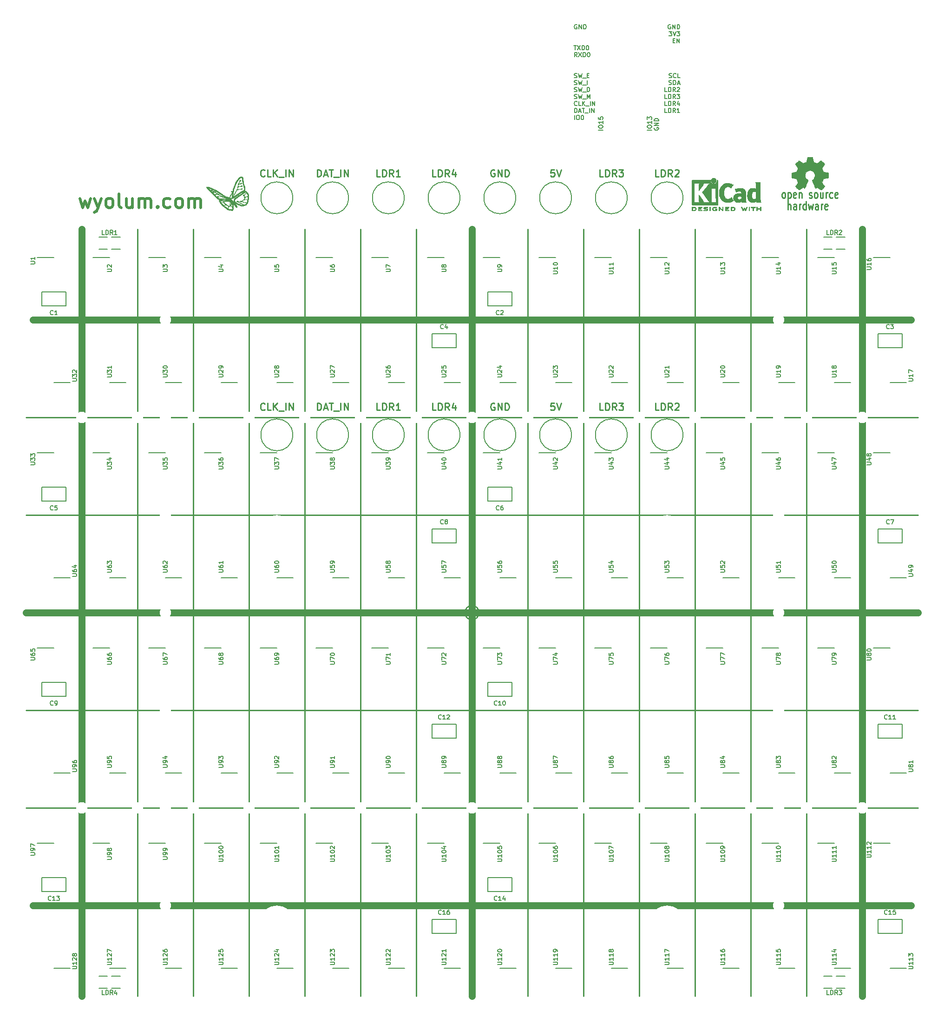
<source format=gto>
G04 #@! TF.GenerationSoftware,KiCad,Pcbnew,no-vcs-found-bf44d39~61~ubuntu16.04.1*
G04 #@! TF.CreationDate,2018-01-06T21:16:29+05:30*
G04 #@! TF.ProjectId,chromogram,6368726F6D6F6772616D2E6B69636164,rev?*
G04 #@! TF.SameCoordinates,Original*
G04 #@! TF.FileFunction,Legend,Top*
G04 #@! TF.FilePolarity,Positive*
%FSLAX46Y46*%
G04 Gerber Fmt 4.6, Leading zero omitted, Abs format (unit mm)*
G04 Created by KiCad (PCBNEW no-vcs-found-bf44d39~61~ubuntu16.04.1) date Sat Jan  6 21:16:29 2018*
%MOMM*%
%LPD*%
G01*
G04 APERTURE LIST*
%ADD10C,0.254000*%
%ADD11C,0.508000*%
%ADD12C,0.150000*%
%ADD13C,1.270000*%
%ADD14C,0.152400*%
%ADD15C,0.200000*%
%ADD16C,0.002540*%
%ADD17C,0.010000*%
%ADD18C,1.600000*%
%ADD19C,6.400000*%
%ADD20C,0.800000*%
%ADD21C,3.200000*%
%ADD22C,5.200000*%
%ADD23C,0.508000*%
%ADD24R,2.000000X2.000000*%
%ADD25O,2.000000X2.000000*%
%ADD26C,2.000000*%
%ADD27R,1.300480X1.498600*%
%ADD28R,1.400000X1.400000*%
%ADD29C,1.450000*%
%ADD30O,1.900000X1.200000*%
%ADD31C,2.082800*%
%ADD32R,1.350000X1.550000*%
%ADD33O,2.000000X1.000000*%
%ADD34O,1.000000X2.000000*%
G04 APERTURE END LIST*
D10*
X189041314Y-90427628D02*
X189041314Y-88903628D01*
X189531171Y-90427628D02*
X189531171Y-89629342D01*
X189476742Y-89484200D01*
X189367885Y-89411628D01*
X189204600Y-89411628D01*
X189095742Y-89484200D01*
X189041314Y-89556771D01*
X190565314Y-90427628D02*
X190565314Y-89629342D01*
X190510885Y-89484200D01*
X190402028Y-89411628D01*
X190184314Y-89411628D01*
X190075457Y-89484200D01*
X190565314Y-90355057D02*
X190456457Y-90427628D01*
X190184314Y-90427628D01*
X190075457Y-90355057D01*
X190021028Y-90209914D01*
X190021028Y-90064771D01*
X190075457Y-89919628D01*
X190184314Y-89847057D01*
X190456457Y-89847057D01*
X190565314Y-89774485D01*
X191109600Y-90427628D02*
X191109600Y-89411628D01*
X191109600Y-89701914D02*
X191164028Y-89556771D01*
X191218457Y-89484200D01*
X191327314Y-89411628D01*
X191436171Y-89411628D01*
X192307028Y-90427628D02*
X192307028Y-88903628D01*
X192307028Y-90355057D02*
X192198171Y-90427628D01*
X191980457Y-90427628D01*
X191871600Y-90355057D01*
X191817171Y-90282485D01*
X191762742Y-90137342D01*
X191762742Y-89701914D01*
X191817171Y-89556771D01*
X191871600Y-89484200D01*
X191980457Y-89411628D01*
X192198171Y-89411628D01*
X192307028Y-89484200D01*
X192742457Y-89411628D02*
X192960171Y-90427628D01*
X193177885Y-89701914D01*
X193395600Y-90427628D01*
X193613314Y-89411628D01*
X194538600Y-90427628D02*
X194538600Y-89629342D01*
X194484171Y-89484200D01*
X194375314Y-89411628D01*
X194157600Y-89411628D01*
X194048742Y-89484200D01*
X194538600Y-90355057D02*
X194429742Y-90427628D01*
X194157600Y-90427628D01*
X194048742Y-90355057D01*
X193994314Y-90209914D01*
X193994314Y-90064771D01*
X194048742Y-89919628D01*
X194157600Y-89847057D01*
X194429742Y-89847057D01*
X194538600Y-89774485D01*
X195082885Y-90427628D02*
X195082885Y-89411628D01*
X195082885Y-89701914D02*
X195137314Y-89556771D01*
X195191742Y-89484200D01*
X195300600Y-89411628D01*
X195409457Y-89411628D01*
X196225885Y-90355057D02*
X196117028Y-90427628D01*
X195899314Y-90427628D01*
X195790457Y-90355057D01*
X195736028Y-90209914D01*
X195736028Y-89629342D01*
X195790457Y-89484200D01*
X195899314Y-89411628D01*
X196117028Y-89411628D01*
X196225885Y-89484200D01*
X196280314Y-89629342D01*
X196280314Y-89774485D01*
X195736028Y-89919628D01*
X188168642Y-88319428D02*
X188059785Y-88246857D01*
X188005357Y-88174285D01*
X187950928Y-88029142D01*
X187950928Y-87593714D01*
X188005357Y-87448571D01*
X188059785Y-87376000D01*
X188168642Y-87303428D01*
X188331928Y-87303428D01*
X188440785Y-87376000D01*
X188495214Y-87448571D01*
X188549642Y-87593714D01*
X188549642Y-88029142D01*
X188495214Y-88174285D01*
X188440785Y-88246857D01*
X188331928Y-88319428D01*
X188168642Y-88319428D01*
X189039500Y-87303428D02*
X189039500Y-88827428D01*
X189039500Y-87376000D02*
X189148357Y-87303428D01*
X189366071Y-87303428D01*
X189474928Y-87376000D01*
X189529357Y-87448571D01*
X189583785Y-87593714D01*
X189583785Y-88029142D01*
X189529357Y-88174285D01*
X189474928Y-88246857D01*
X189366071Y-88319428D01*
X189148357Y-88319428D01*
X189039500Y-88246857D01*
X190509071Y-88246857D02*
X190400214Y-88319428D01*
X190182500Y-88319428D01*
X190073642Y-88246857D01*
X190019214Y-88101714D01*
X190019214Y-87521142D01*
X190073642Y-87376000D01*
X190182500Y-87303428D01*
X190400214Y-87303428D01*
X190509071Y-87376000D01*
X190563500Y-87521142D01*
X190563500Y-87666285D01*
X190019214Y-87811428D01*
X191053357Y-87303428D02*
X191053357Y-88319428D01*
X191053357Y-87448571D02*
X191107785Y-87376000D01*
X191216642Y-87303428D01*
X191379928Y-87303428D01*
X191488785Y-87376000D01*
X191543214Y-87521142D01*
X191543214Y-88319428D01*
X192903928Y-88246857D02*
X193012785Y-88319428D01*
X193230500Y-88319428D01*
X193339357Y-88246857D01*
X193393785Y-88101714D01*
X193393785Y-88029142D01*
X193339357Y-87884000D01*
X193230500Y-87811428D01*
X193067214Y-87811428D01*
X192958357Y-87738857D01*
X192903928Y-87593714D01*
X192903928Y-87521142D01*
X192958357Y-87376000D01*
X193067214Y-87303428D01*
X193230500Y-87303428D01*
X193339357Y-87376000D01*
X194046928Y-88319428D02*
X193938071Y-88246857D01*
X193883642Y-88174285D01*
X193829214Y-88029142D01*
X193829214Y-87593714D01*
X193883642Y-87448571D01*
X193938071Y-87376000D01*
X194046928Y-87303428D01*
X194210214Y-87303428D01*
X194319071Y-87376000D01*
X194373500Y-87448571D01*
X194427928Y-87593714D01*
X194427928Y-88029142D01*
X194373500Y-88174285D01*
X194319071Y-88246857D01*
X194210214Y-88319428D01*
X194046928Y-88319428D01*
X195407642Y-87303428D02*
X195407642Y-88319428D01*
X194917785Y-87303428D02*
X194917785Y-88101714D01*
X194972214Y-88246857D01*
X195081071Y-88319428D01*
X195244357Y-88319428D01*
X195353214Y-88246857D01*
X195407642Y-88174285D01*
X195951928Y-88319428D02*
X195951928Y-87303428D01*
X195951928Y-87593714D02*
X196006357Y-87448571D01*
X196060785Y-87376000D01*
X196169642Y-87303428D01*
X196278500Y-87303428D01*
X197149357Y-88246857D02*
X197040500Y-88319428D01*
X196822785Y-88319428D01*
X196713928Y-88246857D01*
X196659500Y-88174285D01*
X196605071Y-88029142D01*
X196605071Y-87593714D01*
X196659500Y-87448571D01*
X196713928Y-87376000D01*
X196822785Y-87303428D01*
X197040500Y-87303428D01*
X197149357Y-87376000D01*
X198074642Y-88246857D02*
X197965785Y-88319428D01*
X197748071Y-88319428D01*
X197639214Y-88246857D01*
X197584785Y-88101714D01*
X197584785Y-87521142D01*
X197639214Y-87376000D01*
X197748071Y-87303428D01*
X197965785Y-87303428D01*
X198074642Y-87376000D01*
X198129071Y-87521142D01*
X198129071Y-87666285D01*
X197584785Y-87811428D01*
D11*
X59992380Y-88355714D02*
X60476190Y-90049047D01*
X60960000Y-88839523D01*
X61443809Y-90049047D01*
X61927619Y-88355714D01*
X62653333Y-88355714D02*
X63258095Y-90049047D01*
X63862857Y-88355714D02*
X63258095Y-90049047D01*
X63016190Y-90653809D01*
X62895238Y-90774761D01*
X62653333Y-90895714D01*
X65193333Y-90049047D02*
X64951428Y-89928095D01*
X64830476Y-89807142D01*
X64709523Y-89565238D01*
X64709523Y-88839523D01*
X64830476Y-88597619D01*
X64951428Y-88476666D01*
X65193333Y-88355714D01*
X65556190Y-88355714D01*
X65798095Y-88476666D01*
X65919047Y-88597619D01*
X66040000Y-88839523D01*
X66040000Y-89565238D01*
X65919047Y-89807142D01*
X65798095Y-89928095D01*
X65556190Y-90049047D01*
X65193333Y-90049047D01*
X67491428Y-90049047D02*
X67249523Y-89928095D01*
X67128571Y-89686190D01*
X67128571Y-87509047D01*
X69547619Y-88355714D02*
X69547619Y-90049047D01*
X68459047Y-88355714D02*
X68459047Y-89686190D01*
X68580000Y-89928095D01*
X68821904Y-90049047D01*
X69184761Y-90049047D01*
X69426666Y-89928095D01*
X69547619Y-89807142D01*
X70757142Y-90049047D02*
X70757142Y-88355714D01*
X70757142Y-88597619D02*
X70878095Y-88476666D01*
X71120000Y-88355714D01*
X71482857Y-88355714D01*
X71724761Y-88476666D01*
X71845714Y-88718571D01*
X71845714Y-90049047D01*
X71845714Y-88718571D02*
X71966666Y-88476666D01*
X72208571Y-88355714D01*
X72571428Y-88355714D01*
X72813333Y-88476666D01*
X72934285Y-88718571D01*
X72934285Y-90049047D01*
X74143809Y-89807142D02*
X74264761Y-89928095D01*
X74143809Y-90049047D01*
X74022857Y-89928095D01*
X74143809Y-89807142D01*
X74143809Y-90049047D01*
X76441904Y-89928095D02*
X76200000Y-90049047D01*
X75716190Y-90049047D01*
X75474285Y-89928095D01*
X75353333Y-89807142D01*
X75232380Y-89565238D01*
X75232380Y-88839523D01*
X75353333Y-88597619D01*
X75474285Y-88476666D01*
X75716190Y-88355714D01*
X76200000Y-88355714D01*
X76441904Y-88476666D01*
X77893333Y-90049047D02*
X77651428Y-89928095D01*
X77530476Y-89807142D01*
X77409523Y-89565238D01*
X77409523Y-88839523D01*
X77530476Y-88597619D01*
X77651428Y-88476666D01*
X77893333Y-88355714D01*
X78256190Y-88355714D01*
X78498095Y-88476666D01*
X78619047Y-88597619D01*
X78740000Y-88839523D01*
X78740000Y-89565238D01*
X78619047Y-89807142D01*
X78498095Y-89928095D01*
X78256190Y-90049047D01*
X77893333Y-90049047D01*
X79828571Y-90049047D02*
X79828571Y-88355714D01*
X79828571Y-88597619D02*
X79949523Y-88476666D01*
X80191428Y-88355714D01*
X80554285Y-88355714D01*
X80796190Y-88476666D01*
X80917142Y-88718571D01*
X80917142Y-90049047D01*
X80917142Y-88718571D02*
X81038095Y-88476666D01*
X81280000Y-88355714D01*
X81642857Y-88355714D01*
X81884761Y-88476666D01*
X82005714Y-88718571D01*
X82005714Y-90049047D01*
D12*
X167352261Y-57981904D02*
X167847500Y-57981904D01*
X167580833Y-58286666D01*
X167695119Y-58286666D01*
X167771309Y-58324761D01*
X167809404Y-58362857D01*
X167847500Y-58439047D01*
X167847500Y-58629523D01*
X167809404Y-58705714D01*
X167771309Y-58743809D01*
X167695119Y-58781904D01*
X167466547Y-58781904D01*
X167390357Y-58743809D01*
X167352261Y-58705714D01*
X168076071Y-57981904D02*
X168342738Y-58781904D01*
X168609404Y-57981904D01*
X168799880Y-57981904D02*
X169295119Y-57981904D01*
X169028452Y-58286666D01*
X169142738Y-58286666D01*
X169218928Y-58324761D01*
X169257023Y-58362857D01*
X169295119Y-58439047D01*
X169295119Y-58629523D01*
X169257023Y-58705714D01*
X169218928Y-58743809D01*
X169142738Y-58781904D01*
X168914166Y-58781904D01*
X168837976Y-58743809D01*
X168799880Y-58705714D01*
X167618928Y-56750000D02*
X167542738Y-56711904D01*
X167428452Y-56711904D01*
X167314166Y-56750000D01*
X167237976Y-56826190D01*
X167199880Y-56902380D01*
X167161785Y-57054761D01*
X167161785Y-57169047D01*
X167199880Y-57321428D01*
X167237976Y-57397619D01*
X167314166Y-57473809D01*
X167428452Y-57511904D01*
X167504642Y-57511904D01*
X167618928Y-57473809D01*
X167657023Y-57435714D01*
X167657023Y-57169047D01*
X167504642Y-57169047D01*
X167999880Y-57511904D02*
X167999880Y-56711904D01*
X168457023Y-57511904D01*
X168457023Y-56711904D01*
X168837976Y-57511904D02*
X168837976Y-56711904D01*
X169028452Y-56711904D01*
X169142738Y-56750000D01*
X169218928Y-56826190D01*
X169257023Y-56902380D01*
X169295119Y-57054761D01*
X169295119Y-57169047D01*
X169257023Y-57321428D01*
X169218928Y-57397619D01*
X169142738Y-57473809D01*
X169028452Y-57511904D01*
X168837976Y-57511904D01*
X168076071Y-59632857D02*
X168342738Y-59632857D01*
X168457023Y-60051904D02*
X168076071Y-60051904D01*
X168076071Y-59251904D01*
X168457023Y-59251904D01*
X168799880Y-60051904D02*
X168799880Y-59251904D01*
X169257023Y-60051904D01*
X169257023Y-59251904D01*
X167390357Y-66363809D02*
X167504642Y-66401904D01*
X167695119Y-66401904D01*
X167771309Y-66363809D01*
X167809404Y-66325714D01*
X167847500Y-66249523D01*
X167847500Y-66173333D01*
X167809404Y-66097142D01*
X167771309Y-66059047D01*
X167695119Y-66020952D01*
X167542738Y-65982857D01*
X167466547Y-65944761D01*
X167428452Y-65906666D01*
X167390357Y-65830476D01*
X167390357Y-65754285D01*
X167428452Y-65678095D01*
X167466547Y-65640000D01*
X167542738Y-65601904D01*
X167733214Y-65601904D01*
X167847500Y-65640000D01*
X168647500Y-66325714D02*
X168609404Y-66363809D01*
X168495119Y-66401904D01*
X168418928Y-66401904D01*
X168304642Y-66363809D01*
X168228452Y-66287619D01*
X168190357Y-66211428D01*
X168152261Y-66059047D01*
X168152261Y-65944761D01*
X168190357Y-65792380D01*
X168228452Y-65716190D01*
X168304642Y-65640000D01*
X168418928Y-65601904D01*
X168495119Y-65601904D01*
X168609404Y-65640000D01*
X168647500Y-65678095D01*
X169371309Y-66401904D02*
X168990357Y-66401904D01*
X168990357Y-65601904D01*
X167352261Y-67633809D02*
X167466547Y-67671904D01*
X167657023Y-67671904D01*
X167733214Y-67633809D01*
X167771309Y-67595714D01*
X167809404Y-67519523D01*
X167809404Y-67443333D01*
X167771309Y-67367142D01*
X167733214Y-67329047D01*
X167657023Y-67290952D01*
X167504642Y-67252857D01*
X167428452Y-67214761D01*
X167390357Y-67176666D01*
X167352261Y-67100476D01*
X167352261Y-67024285D01*
X167390357Y-66948095D01*
X167428452Y-66910000D01*
X167504642Y-66871904D01*
X167695119Y-66871904D01*
X167809404Y-66910000D01*
X168152261Y-67671904D02*
X168152261Y-66871904D01*
X168342738Y-66871904D01*
X168457023Y-66910000D01*
X168533214Y-66986190D01*
X168571309Y-67062380D01*
X168609404Y-67214761D01*
X168609404Y-67329047D01*
X168571309Y-67481428D01*
X168533214Y-67557619D01*
X168457023Y-67633809D01*
X168342738Y-67671904D01*
X168152261Y-67671904D01*
X168914166Y-67443333D02*
X169295119Y-67443333D01*
X168837976Y-67671904D02*
X169104642Y-66871904D01*
X169371309Y-67671904D01*
X167009404Y-68941904D02*
X166628452Y-68941904D01*
X166628452Y-68141904D01*
X167276071Y-68941904D02*
X167276071Y-68141904D01*
X167466547Y-68141904D01*
X167580833Y-68180000D01*
X167657023Y-68256190D01*
X167695119Y-68332380D01*
X167733214Y-68484761D01*
X167733214Y-68599047D01*
X167695119Y-68751428D01*
X167657023Y-68827619D01*
X167580833Y-68903809D01*
X167466547Y-68941904D01*
X167276071Y-68941904D01*
X168533214Y-68941904D02*
X168266547Y-68560952D01*
X168076071Y-68941904D02*
X168076071Y-68141904D01*
X168380833Y-68141904D01*
X168457023Y-68180000D01*
X168495119Y-68218095D01*
X168533214Y-68294285D01*
X168533214Y-68408571D01*
X168495119Y-68484761D01*
X168457023Y-68522857D01*
X168380833Y-68560952D01*
X168076071Y-68560952D01*
X168837976Y-68218095D02*
X168876071Y-68180000D01*
X168952261Y-68141904D01*
X169142738Y-68141904D01*
X169218928Y-68180000D01*
X169257023Y-68218095D01*
X169295119Y-68294285D01*
X169295119Y-68370476D01*
X169257023Y-68484761D01*
X168799880Y-68941904D01*
X169295119Y-68941904D01*
X167009404Y-70211904D02*
X166628452Y-70211904D01*
X166628452Y-69411904D01*
X167276071Y-70211904D02*
X167276071Y-69411904D01*
X167466547Y-69411904D01*
X167580833Y-69450000D01*
X167657023Y-69526190D01*
X167695119Y-69602380D01*
X167733214Y-69754761D01*
X167733214Y-69869047D01*
X167695119Y-70021428D01*
X167657023Y-70097619D01*
X167580833Y-70173809D01*
X167466547Y-70211904D01*
X167276071Y-70211904D01*
X168533214Y-70211904D02*
X168266547Y-69830952D01*
X168076071Y-70211904D02*
X168076071Y-69411904D01*
X168380833Y-69411904D01*
X168457023Y-69450000D01*
X168495119Y-69488095D01*
X168533214Y-69564285D01*
X168533214Y-69678571D01*
X168495119Y-69754761D01*
X168457023Y-69792857D01*
X168380833Y-69830952D01*
X168076071Y-69830952D01*
X168799880Y-69411904D02*
X169295119Y-69411904D01*
X169028452Y-69716666D01*
X169142738Y-69716666D01*
X169218928Y-69754761D01*
X169257023Y-69792857D01*
X169295119Y-69869047D01*
X169295119Y-70059523D01*
X169257023Y-70135714D01*
X169218928Y-70173809D01*
X169142738Y-70211904D01*
X168914166Y-70211904D01*
X168837976Y-70173809D01*
X168799880Y-70135714D01*
X167009404Y-71481904D02*
X166628452Y-71481904D01*
X166628452Y-70681904D01*
X167276071Y-71481904D02*
X167276071Y-70681904D01*
X167466547Y-70681904D01*
X167580833Y-70720000D01*
X167657023Y-70796190D01*
X167695119Y-70872380D01*
X167733214Y-71024761D01*
X167733214Y-71139047D01*
X167695119Y-71291428D01*
X167657023Y-71367619D01*
X167580833Y-71443809D01*
X167466547Y-71481904D01*
X167276071Y-71481904D01*
X168533214Y-71481904D02*
X168266547Y-71100952D01*
X168076071Y-71481904D02*
X168076071Y-70681904D01*
X168380833Y-70681904D01*
X168457023Y-70720000D01*
X168495119Y-70758095D01*
X168533214Y-70834285D01*
X168533214Y-70948571D01*
X168495119Y-71024761D01*
X168457023Y-71062857D01*
X168380833Y-71100952D01*
X168076071Y-71100952D01*
X169218928Y-70948571D02*
X169218928Y-71481904D01*
X169028452Y-70643809D02*
X168837976Y-71215238D01*
X169333214Y-71215238D01*
X167009404Y-72751904D02*
X166628452Y-72751904D01*
X166628452Y-71951904D01*
X167276071Y-72751904D02*
X167276071Y-71951904D01*
X167466547Y-71951904D01*
X167580833Y-71990000D01*
X167657023Y-72066190D01*
X167695119Y-72142380D01*
X167733214Y-72294761D01*
X167733214Y-72409047D01*
X167695119Y-72561428D01*
X167657023Y-72637619D01*
X167580833Y-72713809D01*
X167466547Y-72751904D01*
X167276071Y-72751904D01*
X168533214Y-72751904D02*
X168266547Y-72370952D01*
X168076071Y-72751904D02*
X168076071Y-71951904D01*
X168380833Y-71951904D01*
X168457023Y-71990000D01*
X168495119Y-72028095D01*
X168533214Y-72104285D01*
X168533214Y-72218571D01*
X168495119Y-72294761D01*
X168457023Y-72332857D01*
X168380833Y-72370952D01*
X168076071Y-72370952D01*
X169295119Y-72751904D02*
X168837976Y-72751904D01*
X169066547Y-72751904D02*
X169066547Y-71951904D01*
X168990357Y-72066190D01*
X168914166Y-72142380D01*
X168837976Y-72180476D01*
X164700000Y-75492976D02*
X164661904Y-75569166D01*
X164661904Y-75683452D01*
X164700000Y-75797738D01*
X164776190Y-75873928D01*
X164852380Y-75912023D01*
X165004761Y-75950119D01*
X165119047Y-75950119D01*
X165271428Y-75912023D01*
X165347619Y-75873928D01*
X165423809Y-75797738D01*
X165461904Y-75683452D01*
X165461904Y-75607261D01*
X165423809Y-75492976D01*
X165385714Y-75454880D01*
X165119047Y-75454880D01*
X165119047Y-75607261D01*
X165461904Y-75112023D02*
X164661904Y-75112023D01*
X165461904Y-74654880D01*
X164661904Y-74654880D01*
X165461904Y-74273928D02*
X164661904Y-74273928D01*
X164661904Y-74083452D01*
X164700000Y-73969166D01*
X164776190Y-73892976D01*
X164852380Y-73854880D01*
X165004761Y-73816785D01*
X165119047Y-73816785D01*
X165271428Y-73854880D01*
X165347619Y-73892976D01*
X165423809Y-73969166D01*
X165461904Y-74083452D01*
X165461904Y-74273928D01*
X164191904Y-75912023D02*
X163391904Y-75912023D01*
X163391904Y-75378690D02*
X163391904Y-75226309D01*
X163430000Y-75150119D01*
X163506190Y-75073928D01*
X163658571Y-75035833D01*
X163925238Y-75035833D01*
X164077619Y-75073928D01*
X164153809Y-75150119D01*
X164191904Y-75226309D01*
X164191904Y-75378690D01*
X164153809Y-75454880D01*
X164077619Y-75531071D01*
X163925238Y-75569166D01*
X163658571Y-75569166D01*
X163506190Y-75531071D01*
X163430000Y-75454880D01*
X163391904Y-75378690D01*
X164191904Y-74273928D02*
X164191904Y-74731071D01*
X164191904Y-74502500D02*
X163391904Y-74502500D01*
X163506190Y-74578690D01*
X163582380Y-74654880D01*
X163620476Y-74731071D01*
X163391904Y-74007261D02*
X163391904Y-73512023D01*
X163696666Y-73778690D01*
X163696666Y-73664404D01*
X163734761Y-73588214D01*
X163772857Y-73550119D01*
X163849047Y-73512023D01*
X164039523Y-73512023D01*
X164115714Y-73550119D01*
X164153809Y-73588214D01*
X164191904Y-73664404D01*
X164191904Y-73892976D01*
X164153809Y-73969166D01*
X164115714Y-74007261D01*
X155301904Y-75912023D02*
X154501904Y-75912023D01*
X154501904Y-75378690D02*
X154501904Y-75226309D01*
X154540000Y-75150119D01*
X154616190Y-75073928D01*
X154768571Y-75035833D01*
X155035238Y-75035833D01*
X155187619Y-75073928D01*
X155263809Y-75150119D01*
X155301904Y-75226309D01*
X155301904Y-75378690D01*
X155263809Y-75454880D01*
X155187619Y-75531071D01*
X155035238Y-75569166D01*
X154768571Y-75569166D01*
X154616190Y-75531071D01*
X154540000Y-75454880D01*
X154501904Y-75378690D01*
X155301904Y-74273928D02*
X155301904Y-74731071D01*
X155301904Y-74502500D02*
X154501904Y-74502500D01*
X154616190Y-74578690D01*
X154692380Y-74654880D01*
X154730476Y-74731071D01*
X154501904Y-73550119D02*
X154501904Y-73931071D01*
X154882857Y-73969166D01*
X154844761Y-73931071D01*
X154806666Y-73854880D01*
X154806666Y-73664404D01*
X154844761Y-73588214D01*
X154882857Y-73550119D01*
X154959047Y-73512023D01*
X155149523Y-73512023D01*
X155225714Y-73550119D01*
X155263809Y-73588214D01*
X155301904Y-73664404D01*
X155301904Y-73854880D01*
X155263809Y-73931071D01*
X155225714Y-73969166D01*
X150147976Y-74021904D02*
X150147976Y-73221904D01*
X150681309Y-73221904D02*
X150833690Y-73221904D01*
X150909880Y-73260000D01*
X150986071Y-73336190D01*
X151024166Y-73488571D01*
X151024166Y-73755238D01*
X150986071Y-73907619D01*
X150909880Y-73983809D01*
X150833690Y-74021904D01*
X150681309Y-74021904D01*
X150605119Y-73983809D01*
X150528928Y-73907619D01*
X150490833Y-73755238D01*
X150490833Y-73488571D01*
X150528928Y-73336190D01*
X150605119Y-73260000D01*
X150681309Y-73221904D01*
X151519404Y-73221904D02*
X151595595Y-73221904D01*
X151671785Y-73260000D01*
X151709880Y-73298095D01*
X151747976Y-73374285D01*
X151786071Y-73526666D01*
X151786071Y-73717142D01*
X151747976Y-73869523D01*
X151709880Y-73945714D01*
X151671785Y-73983809D01*
X151595595Y-74021904D01*
X151519404Y-74021904D01*
X151443214Y-73983809D01*
X151405119Y-73945714D01*
X151367023Y-73869523D01*
X151328928Y-73717142D01*
X151328928Y-73526666D01*
X151367023Y-73374285D01*
X151405119Y-73298095D01*
X151443214Y-73260000D01*
X151519404Y-73221904D01*
X150147976Y-72751904D02*
X150147976Y-71951904D01*
X150338452Y-71951904D01*
X150452738Y-71990000D01*
X150528928Y-72066190D01*
X150567023Y-72142380D01*
X150605119Y-72294761D01*
X150605119Y-72409047D01*
X150567023Y-72561428D01*
X150528928Y-72637619D01*
X150452738Y-72713809D01*
X150338452Y-72751904D01*
X150147976Y-72751904D01*
X150909880Y-72523333D02*
X151290833Y-72523333D01*
X150833690Y-72751904D02*
X151100357Y-71951904D01*
X151367023Y-72751904D01*
X151519404Y-71951904D02*
X151976547Y-71951904D01*
X151747976Y-72751904D02*
X151747976Y-71951904D01*
X152052738Y-72828095D02*
X152662261Y-72828095D01*
X152852738Y-72751904D02*
X152852738Y-71951904D01*
X153233690Y-72751904D02*
X153233690Y-71951904D01*
X153690833Y-72751904D01*
X153690833Y-71951904D01*
X150605119Y-71405714D02*
X150567023Y-71443809D01*
X150452738Y-71481904D01*
X150376547Y-71481904D01*
X150262261Y-71443809D01*
X150186071Y-71367619D01*
X150147976Y-71291428D01*
X150109880Y-71139047D01*
X150109880Y-71024761D01*
X150147976Y-70872380D01*
X150186071Y-70796190D01*
X150262261Y-70720000D01*
X150376547Y-70681904D01*
X150452738Y-70681904D01*
X150567023Y-70720000D01*
X150605119Y-70758095D01*
X151328928Y-71481904D02*
X150947976Y-71481904D01*
X150947976Y-70681904D01*
X151595595Y-71481904D02*
X151595595Y-70681904D01*
X152052738Y-71481904D02*
X151709880Y-71024761D01*
X152052738Y-70681904D02*
X151595595Y-71139047D01*
X152205119Y-71558095D02*
X152814642Y-71558095D01*
X153005119Y-71481904D02*
X153005119Y-70681904D01*
X153386071Y-71481904D02*
X153386071Y-70681904D01*
X153843214Y-71481904D01*
X153843214Y-70681904D01*
X150109880Y-70173809D02*
X150224166Y-70211904D01*
X150414642Y-70211904D01*
X150490833Y-70173809D01*
X150528928Y-70135714D01*
X150567023Y-70059523D01*
X150567023Y-69983333D01*
X150528928Y-69907142D01*
X150490833Y-69869047D01*
X150414642Y-69830952D01*
X150262261Y-69792857D01*
X150186071Y-69754761D01*
X150147976Y-69716666D01*
X150109880Y-69640476D01*
X150109880Y-69564285D01*
X150147976Y-69488095D01*
X150186071Y-69450000D01*
X150262261Y-69411904D01*
X150452738Y-69411904D01*
X150567023Y-69450000D01*
X150833690Y-69411904D02*
X151024166Y-70211904D01*
X151176547Y-69640476D01*
X151328928Y-70211904D01*
X151519404Y-69411904D01*
X151633690Y-70288095D02*
X152243214Y-70288095D01*
X152433690Y-70211904D02*
X152433690Y-69411904D01*
X152700357Y-69983333D01*
X152967023Y-69411904D01*
X152967023Y-70211904D01*
X150109880Y-68903809D02*
X150224166Y-68941904D01*
X150414642Y-68941904D01*
X150490833Y-68903809D01*
X150528928Y-68865714D01*
X150567023Y-68789523D01*
X150567023Y-68713333D01*
X150528928Y-68637142D01*
X150490833Y-68599047D01*
X150414642Y-68560952D01*
X150262261Y-68522857D01*
X150186071Y-68484761D01*
X150147976Y-68446666D01*
X150109880Y-68370476D01*
X150109880Y-68294285D01*
X150147976Y-68218095D01*
X150186071Y-68180000D01*
X150262261Y-68141904D01*
X150452738Y-68141904D01*
X150567023Y-68180000D01*
X150833690Y-68141904D02*
X151024166Y-68941904D01*
X151176547Y-68370476D01*
X151328928Y-68941904D01*
X151519404Y-68141904D01*
X151633690Y-69018095D02*
X152243214Y-69018095D01*
X152433690Y-68941904D02*
X152433690Y-68141904D01*
X152624166Y-68141904D01*
X152738452Y-68180000D01*
X152814642Y-68256190D01*
X152852738Y-68332380D01*
X152890833Y-68484761D01*
X152890833Y-68599047D01*
X152852738Y-68751428D01*
X152814642Y-68827619D01*
X152738452Y-68903809D01*
X152624166Y-68941904D01*
X152433690Y-68941904D01*
X150109880Y-67633809D02*
X150224166Y-67671904D01*
X150414642Y-67671904D01*
X150490833Y-67633809D01*
X150528928Y-67595714D01*
X150567023Y-67519523D01*
X150567023Y-67443333D01*
X150528928Y-67367142D01*
X150490833Y-67329047D01*
X150414642Y-67290952D01*
X150262261Y-67252857D01*
X150186071Y-67214761D01*
X150147976Y-67176666D01*
X150109880Y-67100476D01*
X150109880Y-67024285D01*
X150147976Y-66948095D01*
X150186071Y-66910000D01*
X150262261Y-66871904D01*
X150452738Y-66871904D01*
X150567023Y-66910000D01*
X150833690Y-66871904D02*
X151024166Y-67671904D01*
X151176547Y-67100476D01*
X151328928Y-67671904D01*
X151519404Y-66871904D01*
X151633690Y-67748095D02*
X152243214Y-67748095D01*
X152433690Y-67671904D02*
X152433690Y-66871904D01*
X150109880Y-66363809D02*
X150224166Y-66401904D01*
X150414642Y-66401904D01*
X150490833Y-66363809D01*
X150528928Y-66325714D01*
X150567023Y-66249523D01*
X150567023Y-66173333D01*
X150528928Y-66097142D01*
X150490833Y-66059047D01*
X150414642Y-66020952D01*
X150262261Y-65982857D01*
X150186071Y-65944761D01*
X150147976Y-65906666D01*
X150109880Y-65830476D01*
X150109880Y-65754285D01*
X150147976Y-65678095D01*
X150186071Y-65640000D01*
X150262261Y-65601904D01*
X150452738Y-65601904D01*
X150567023Y-65640000D01*
X150833690Y-65601904D02*
X151024166Y-66401904D01*
X151176547Y-65830476D01*
X151328928Y-66401904D01*
X151519404Y-65601904D01*
X151633690Y-66478095D02*
X152243214Y-66478095D01*
X152433690Y-65982857D02*
X152700357Y-65982857D01*
X152814642Y-66401904D02*
X152433690Y-66401904D01*
X152433690Y-65601904D01*
X152814642Y-65601904D01*
X150605119Y-62591904D02*
X150338452Y-62210952D01*
X150147976Y-62591904D02*
X150147976Y-61791904D01*
X150452738Y-61791904D01*
X150528928Y-61830000D01*
X150567023Y-61868095D01*
X150605119Y-61944285D01*
X150605119Y-62058571D01*
X150567023Y-62134761D01*
X150528928Y-62172857D01*
X150452738Y-62210952D01*
X150147976Y-62210952D01*
X150871785Y-61791904D02*
X151405119Y-62591904D01*
X151405119Y-61791904D02*
X150871785Y-62591904D01*
X151709880Y-62591904D02*
X151709880Y-61791904D01*
X151900357Y-61791904D01*
X152014642Y-61830000D01*
X152090833Y-61906190D01*
X152128928Y-61982380D01*
X152167023Y-62134761D01*
X152167023Y-62249047D01*
X152128928Y-62401428D01*
X152090833Y-62477619D01*
X152014642Y-62553809D01*
X151900357Y-62591904D01*
X151709880Y-62591904D01*
X152662261Y-61791904D02*
X152738452Y-61791904D01*
X152814642Y-61830000D01*
X152852738Y-61868095D01*
X152890833Y-61944285D01*
X152928928Y-62096666D01*
X152928928Y-62287142D01*
X152890833Y-62439523D01*
X152852738Y-62515714D01*
X152814642Y-62553809D01*
X152738452Y-62591904D01*
X152662261Y-62591904D01*
X152586071Y-62553809D01*
X152547976Y-62515714D01*
X152509880Y-62439523D01*
X152471785Y-62287142D01*
X152471785Y-62096666D01*
X152509880Y-61944285D01*
X152547976Y-61868095D01*
X152586071Y-61830000D01*
X152662261Y-61791904D01*
X150033690Y-60521904D02*
X150490833Y-60521904D01*
X150262261Y-61321904D02*
X150262261Y-60521904D01*
X150681309Y-60521904D02*
X151214642Y-61321904D01*
X151214642Y-60521904D02*
X150681309Y-61321904D01*
X151519404Y-61321904D02*
X151519404Y-60521904D01*
X151709880Y-60521904D01*
X151824166Y-60560000D01*
X151900357Y-60636190D01*
X151938452Y-60712380D01*
X151976547Y-60864761D01*
X151976547Y-60979047D01*
X151938452Y-61131428D01*
X151900357Y-61207619D01*
X151824166Y-61283809D01*
X151709880Y-61321904D01*
X151519404Y-61321904D01*
X152471785Y-60521904D02*
X152547976Y-60521904D01*
X152624166Y-60560000D01*
X152662261Y-60598095D01*
X152700357Y-60674285D01*
X152738452Y-60826666D01*
X152738452Y-61017142D01*
X152700357Y-61169523D01*
X152662261Y-61245714D01*
X152624166Y-61283809D01*
X152547976Y-61321904D01*
X152471785Y-61321904D01*
X152395595Y-61283809D01*
X152357500Y-61245714D01*
X152319404Y-61169523D01*
X152281309Y-61017142D01*
X152281309Y-60826666D01*
X152319404Y-60674285D01*
X152357500Y-60598095D01*
X152395595Y-60560000D01*
X152471785Y-60521904D01*
X150567023Y-56750000D02*
X150490833Y-56711904D01*
X150376547Y-56711904D01*
X150262261Y-56750000D01*
X150186071Y-56826190D01*
X150147976Y-56902380D01*
X150109880Y-57054761D01*
X150109880Y-57169047D01*
X150147976Y-57321428D01*
X150186071Y-57397619D01*
X150262261Y-57473809D01*
X150376547Y-57511904D01*
X150452738Y-57511904D01*
X150567023Y-57473809D01*
X150605119Y-57435714D01*
X150605119Y-57169047D01*
X150452738Y-57169047D01*
X150947976Y-57511904D02*
X150947976Y-56711904D01*
X151405119Y-57511904D01*
X151405119Y-56711904D01*
X151786071Y-57511904D02*
X151786071Y-56711904D01*
X151976547Y-56711904D01*
X152090833Y-56750000D01*
X152167023Y-56826190D01*
X152205119Y-56902380D01*
X152243214Y-57054761D01*
X152243214Y-57169047D01*
X152205119Y-57321428D01*
X152167023Y-57397619D01*
X152090833Y-57473809D01*
X151976547Y-57511904D01*
X151786071Y-57511904D01*
D10*
X93677619Y-84273571D02*
X93617142Y-84334047D01*
X93435714Y-84394523D01*
X93314761Y-84394523D01*
X93133333Y-84334047D01*
X93012380Y-84213095D01*
X92951904Y-84092142D01*
X92891428Y-83850238D01*
X92891428Y-83668809D01*
X92951904Y-83426904D01*
X93012380Y-83305952D01*
X93133333Y-83185000D01*
X93314761Y-83124523D01*
X93435714Y-83124523D01*
X93617142Y-83185000D01*
X93677619Y-83245476D01*
X94826666Y-84394523D02*
X94221904Y-84394523D01*
X94221904Y-83124523D01*
X95250000Y-84394523D02*
X95250000Y-83124523D01*
X95975714Y-84394523D02*
X95431428Y-83668809D01*
X95975714Y-83124523D02*
X95250000Y-83850238D01*
X96217619Y-84515476D02*
X97185238Y-84515476D01*
X97487619Y-84394523D02*
X97487619Y-83124523D01*
X98092380Y-84394523D02*
X98092380Y-83124523D01*
X98818095Y-84394523D01*
X98818095Y-83124523D01*
X155363333Y-84394523D02*
X154758571Y-84394523D01*
X154758571Y-83124523D01*
X155786666Y-84394523D02*
X155786666Y-83124523D01*
X156089047Y-83124523D01*
X156270476Y-83185000D01*
X156391428Y-83305952D01*
X156451904Y-83426904D01*
X156512380Y-83668809D01*
X156512380Y-83850238D01*
X156451904Y-84092142D01*
X156391428Y-84213095D01*
X156270476Y-84334047D01*
X156089047Y-84394523D01*
X155786666Y-84394523D01*
X157782380Y-84394523D02*
X157359047Y-83789761D01*
X157056666Y-84394523D02*
X157056666Y-83124523D01*
X157540476Y-83124523D01*
X157661428Y-83185000D01*
X157721904Y-83245476D01*
X157782380Y-83366428D01*
X157782380Y-83547857D01*
X157721904Y-83668809D01*
X157661428Y-83729285D01*
X157540476Y-83789761D01*
X157056666Y-83789761D01*
X158205714Y-83124523D02*
X158991904Y-83124523D01*
X158568571Y-83608333D01*
X158750000Y-83608333D01*
X158870952Y-83668809D01*
X158931428Y-83729285D01*
X158991904Y-83850238D01*
X158991904Y-84152619D01*
X158931428Y-84273571D01*
X158870952Y-84334047D01*
X158750000Y-84394523D01*
X158387142Y-84394523D01*
X158266190Y-84334047D01*
X158205714Y-84273571D01*
X114723333Y-84394523D02*
X114118571Y-84394523D01*
X114118571Y-83124523D01*
X115146666Y-84394523D02*
X115146666Y-83124523D01*
X115449047Y-83124523D01*
X115630476Y-83185000D01*
X115751428Y-83305952D01*
X115811904Y-83426904D01*
X115872380Y-83668809D01*
X115872380Y-83850238D01*
X115811904Y-84092142D01*
X115751428Y-84213095D01*
X115630476Y-84334047D01*
X115449047Y-84394523D01*
X115146666Y-84394523D01*
X117142380Y-84394523D02*
X116719047Y-83789761D01*
X116416666Y-84394523D02*
X116416666Y-83124523D01*
X116900476Y-83124523D01*
X117021428Y-83185000D01*
X117081904Y-83245476D01*
X117142380Y-83366428D01*
X117142380Y-83547857D01*
X117081904Y-83668809D01*
X117021428Y-83729285D01*
X116900476Y-83789761D01*
X116416666Y-83789761D01*
X118351904Y-84394523D02*
X117626190Y-84394523D01*
X117989047Y-84394523D02*
X117989047Y-83124523D01*
X117868095Y-83305952D01*
X117747142Y-83426904D01*
X117626190Y-83487380D01*
X135557380Y-83185000D02*
X135436428Y-83124523D01*
X135255000Y-83124523D01*
X135073571Y-83185000D01*
X134952619Y-83305952D01*
X134892142Y-83426904D01*
X134831666Y-83668809D01*
X134831666Y-83850238D01*
X134892142Y-84092142D01*
X134952619Y-84213095D01*
X135073571Y-84334047D01*
X135255000Y-84394523D01*
X135375952Y-84394523D01*
X135557380Y-84334047D01*
X135617857Y-84273571D01*
X135617857Y-83850238D01*
X135375952Y-83850238D01*
X136162142Y-84394523D02*
X136162142Y-83124523D01*
X136887857Y-84394523D01*
X136887857Y-83124523D01*
X137492619Y-84394523D02*
X137492619Y-83124523D01*
X137795000Y-83124523D01*
X137976428Y-83185000D01*
X138097380Y-83305952D01*
X138157857Y-83426904D01*
X138218333Y-83668809D01*
X138218333Y-83850238D01*
X138157857Y-84092142D01*
X138097380Y-84213095D01*
X137976428Y-84334047D01*
X137795000Y-84394523D01*
X137492619Y-84394523D01*
X103232857Y-84394523D02*
X103232857Y-83124523D01*
X103535238Y-83124523D01*
X103716666Y-83185000D01*
X103837619Y-83305952D01*
X103898095Y-83426904D01*
X103958571Y-83668809D01*
X103958571Y-83850238D01*
X103898095Y-84092142D01*
X103837619Y-84213095D01*
X103716666Y-84334047D01*
X103535238Y-84394523D01*
X103232857Y-84394523D01*
X104442380Y-84031666D02*
X105047142Y-84031666D01*
X104321428Y-84394523D02*
X104744761Y-83124523D01*
X105168095Y-84394523D01*
X105410000Y-83124523D02*
X106135714Y-83124523D01*
X105772857Y-84394523D02*
X105772857Y-83124523D01*
X106256666Y-84515476D02*
X107224285Y-84515476D01*
X107526666Y-84394523D02*
X107526666Y-83124523D01*
X108131428Y-84394523D02*
X108131428Y-83124523D01*
X108857142Y-84394523D01*
X108857142Y-83124523D01*
X165523333Y-84394523D02*
X164918571Y-84394523D01*
X164918571Y-83124523D01*
X165946666Y-84394523D02*
X165946666Y-83124523D01*
X166249047Y-83124523D01*
X166430476Y-83185000D01*
X166551428Y-83305952D01*
X166611904Y-83426904D01*
X166672380Y-83668809D01*
X166672380Y-83850238D01*
X166611904Y-84092142D01*
X166551428Y-84213095D01*
X166430476Y-84334047D01*
X166249047Y-84394523D01*
X165946666Y-84394523D01*
X167942380Y-84394523D02*
X167519047Y-83789761D01*
X167216666Y-84394523D02*
X167216666Y-83124523D01*
X167700476Y-83124523D01*
X167821428Y-83185000D01*
X167881904Y-83245476D01*
X167942380Y-83366428D01*
X167942380Y-83547857D01*
X167881904Y-83668809D01*
X167821428Y-83729285D01*
X167700476Y-83789761D01*
X167216666Y-83789761D01*
X168426190Y-83245476D02*
X168486666Y-83185000D01*
X168607619Y-83124523D01*
X168910000Y-83124523D01*
X169030952Y-83185000D01*
X169091428Y-83245476D01*
X169151904Y-83366428D01*
X169151904Y-83487380D01*
X169091428Y-83668809D01*
X168365714Y-84394523D01*
X169151904Y-84394523D01*
X146443095Y-83124523D02*
X145838333Y-83124523D01*
X145777857Y-83729285D01*
X145838333Y-83668809D01*
X145959285Y-83608333D01*
X146261666Y-83608333D01*
X146382619Y-83668809D01*
X146443095Y-83729285D01*
X146503571Y-83850238D01*
X146503571Y-84152619D01*
X146443095Y-84273571D01*
X146382619Y-84334047D01*
X146261666Y-84394523D01*
X145959285Y-84394523D01*
X145838333Y-84334047D01*
X145777857Y-84273571D01*
X146866428Y-83124523D02*
X147289761Y-84394523D01*
X147713095Y-83124523D01*
X124883333Y-84394523D02*
X124278571Y-84394523D01*
X124278571Y-83124523D01*
X125306666Y-84394523D02*
X125306666Y-83124523D01*
X125609047Y-83124523D01*
X125790476Y-83185000D01*
X125911428Y-83305952D01*
X125971904Y-83426904D01*
X126032380Y-83668809D01*
X126032380Y-83850238D01*
X125971904Y-84092142D01*
X125911428Y-84213095D01*
X125790476Y-84334047D01*
X125609047Y-84394523D01*
X125306666Y-84394523D01*
X127302380Y-84394523D02*
X126879047Y-83789761D01*
X126576666Y-84394523D02*
X126576666Y-83124523D01*
X127060476Y-83124523D01*
X127181428Y-83185000D01*
X127241904Y-83245476D01*
X127302380Y-83366428D01*
X127302380Y-83547857D01*
X127241904Y-83668809D01*
X127181428Y-83729285D01*
X127060476Y-83789761D01*
X126576666Y-83789761D01*
X128390952Y-83547857D02*
X128390952Y-84394523D01*
X128088571Y-83064047D02*
X127786190Y-83971190D01*
X128572380Y-83971190D01*
X114723333Y-126939523D02*
X114118571Y-126939523D01*
X114118571Y-125669523D01*
X115146666Y-126939523D02*
X115146666Y-125669523D01*
X115449047Y-125669523D01*
X115630476Y-125730000D01*
X115751428Y-125850952D01*
X115811904Y-125971904D01*
X115872380Y-126213809D01*
X115872380Y-126395238D01*
X115811904Y-126637142D01*
X115751428Y-126758095D01*
X115630476Y-126879047D01*
X115449047Y-126939523D01*
X115146666Y-126939523D01*
X117142380Y-126939523D02*
X116719047Y-126334761D01*
X116416666Y-126939523D02*
X116416666Y-125669523D01*
X116900476Y-125669523D01*
X117021428Y-125730000D01*
X117081904Y-125790476D01*
X117142380Y-125911428D01*
X117142380Y-126092857D01*
X117081904Y-126213809D01*
X117021428Y-126274285D01*
X116900476Y-126334761D01*
X116416666Y-126334761D01*
X118351904Y-126939523D02*
X117626190Y-126939523D01*
X117989047Y-126939523D02*
X117989047Y-125669523D01*
X117868095Y-125850952D01*
X117747142Y-125971904D01*
X117626190Y-126032380D01*
X103232857Y-126939523D02*
X103232857Y-125669523D01*
X103535238Y-125669523D01*
X103716666Y-125730000D01*
X103837619Y-125850952D01*
X103898095Y-125971904D01*
X103958571Y-126213809D01*
X103958571Y-126395238D01*
X103898095Y-126637142D01*
X103837619Y-126758095D01*
X103716666Y-126879047D01*
X103535238Y-126939523D01*
X103232857Y-126939523D01*
X104442380Y-126576666D02*
X105047142Y-126576666D01*
X104321428Y-126939523D02*
X104744761Y-125669523D01*
X105168095Y-126939523D01*
X105410000Y-125669523D02*
X106135714Y-125669523D01*
X105772857Y-126939523D02*
X105772857Y-125669523D01*
X106256666Y-127060476D02*
X107224285Y-127060476D01*
X107526666Y-126939523D02*
X107526666Y-125669523D01*
X108131428Y-126939523D02*
X108131428Y-125669523D01*
X108857142Y-126939523D01*
X108857142Y-125669523D01*
X165523333Y-126939523D02*
X164918571Y-126939523D01*
X164918571Y-125669523D01*
X165946666Y-126939523D02*
X165946666Y-125669523D01*
X166249047Y-125669523D01*
X166430476Y-125730000D01*
X166551428Y-125850952D01*
X166611904Y-125971904D01*
X166672380Y-126213809D01*
X166672380Y-126395238D01*
X166611904Y-126637142D01*
X166551428Y-126758095D01*
X166430476Y-126879047D01*
X166249047Y-126939523D01*
X165946666Y-126939523D01*
X167942380Y-126939523D02*
X167519047Y-126334761D01*
X167216666Y-126939523D02*
X167216666Y-125669523D01*
X167700476Y-125669523D01*
X167821428Y-125730000D01*
X167881904Y-125790476D01*
X167942380Y-125911428D01*
X167942380Y-126092857D01*
X167881904Y-126213809D01*
X167821428Y-126274285D01*
X167700476Y-126334761D01*
X167216666Y-126334761D01*
X168426190Y-125790476D02*
X168486666Y-125730000D01*
X168607619Y-125669523D01*
X168910000Y-125669523D01*
X169030952Y-125730000D01*
X169091428Y-125790476D01*
X169151904Y-125911428D01*
X169151904Y-126032380D01*
X169091428Y-126213809D01*
X168365714Y-126939523D01*
X169151904Y-126939523D01*
X93677619Y-126818571D02*
X93617142Y-126879047D01*
X93435714Y-126939523D01*
X93314761Y-126939523D01*
X93133333Y-126879047D01*
X93012380Y-126758095D01*
X92951904Y-126637142D01*
X92891428Y-126395238D01*
X92891428Y-126213809D01*
X92951904Y-125971904D01*
X93012380Y-125850952D01*
X93133333Y-125730000D01*
X93314761Y-125669523D01*
X93435714Y-125669523D01*
X93617142Y-125730000D01*
X93677619Y-125790476D01*
X94826666Y-126939523D02*
X94221904Y-126939523D01*
X94221904Y-125669523D01*
X95250000Y-126939523D02*
X95250000Y-125669523D01*
X95975714Y-126939523D02*
X95431428Y-126213809D01*
X95975714Y-125669523D02*
X95250000Y-126395238D01*
X96217619Y-127060476D02*
X97185238Y-127060476D01*
X97487619Y-126939523D02*
X97487619Y-125669523D01*
X98092380Y-126939523D02*
X98092380Y-125669523D01*
X98818095Y-126939523D01*
X98818095Y-125669523D01*
X155363333Y-126939523D02*
X154758571Y-126939523D01*
X154758571Y-125669523D01*
X155786666Y-126939523D02*
X155786666Y-125669523D01*
X156089047Y-125669523D01*
X156270476Y-125730000D01*
X156391428Y-125850952D01*
X156451904Y-125971904D01*
X156512380Y-126213809D01*
X156512380Y-126395238D01*
X156451904Y-126637142D01*
X156391428Y-126758095D01*
X156270476Y-126879047D01*
X156089047Y-126939523D01*
X155786666Y-126939523D01*
X157782380Y-126939523D02*
X157359047Y-126334761D01*
X157056666Y-126939523D02*
X157056666Y-125669523D01*
X157540476Y-125669523D01*
X157661428Y-125730000D01*
X157721904Y-125790476D01*
X157782380Y-125911428D01*
X157782380Y-126092857D01*
X157721904Y-126213809D01*
X157661428Y-126274285D01*
X157540476Y-126334761D01*
X157056666Y-126334761D01*
X158205714Y-125669523D02*
X158991904Y-125669523D01*
X158568571Y-126153333D01*
X158750000Y-126153333D01*
X158870952Y-126213809D01*
X158931428Y-126274285D01*
X158991904Y-126395238D01*
X158991904Y-126697619D01*
X158931428Y-126818571D01*
X158870952Y-126879047D01*
X158750000Y-126939523D01*
X158387142Y-126939523D01*
X158266190Y-126879047D01*
X158205714Y-126818571D01*
X146443095Y-125669523D02*
X145838333Y-125669523D01*
X145777857Y-126274285D01*
X145838333Y-126213809D01*
X145959285Y-126153333D01*
X146261666Y-126153333D01*
X146382619Y-126213809D01*
X146443095Y-126274285D01*
X146503571Y-126395238D01*
X146503571Y-126697619D01*
X146443095Y-126818571D01*
X146382619Y-126879047D01*
X146261666Y-126939523D01*
X145959285Y-126939523D01*
X145838333Y-126879047D01*
X145777857Y-126818571D01*
X146866428Y-125669523D02*
X147289761Y-126939523D01*
X147713095Y-125669523D01*
X124883333Y-126939523D02*
X124278571Y-126939523D01*
X124278571Y-125669523D01*
X125306666Y-126939523D02*
X125306666Y-125669523D01*
X125609047Y-125669523D01*
X125790476Y-125730000D01*
X125911428Y-125850952D01*
X125971904Y-125971904D01*
X126032380Y-126213809D01*
X126032380Y-126395238D01*
X125971904Y-126637142D01*
X125911428Y-126758095D01*
X125790476Y-126879047D01*
X125609047Y-126939523D01*
X125306666Y-126939523D01*
X127302380Y-126939523D02*
X126879047Y-126334761D01*
X126576666Y-126939523D02*
X126576666Y-125669523D01*
X127060476Y-125669523D01*
X127181428Y-125730000D01*
X127241904Y-125790476D01*
X127302380Y-125911428D01*
X127302380Y-126092857D01*
X127241904Y-126213809D01*
X127181428Y-126274285D01*
X127060476Y-126334761D01*
X126576666Y-126334761D01*
X128390952Y-126092857D02*
X128390952Y-126939523D01*
X128088571Y-125609047D02*
X127786190Y-126516190D01*
X128572380Y-126516190D01*
X135557380Y-125730000D02*
X135436428Y-125669523D01*
X135255000Y-125669523D01*
X135073571Y-125730000D01*
X134952619Y-125850952D01*
X134892142Y-125971904D01*
X134831666Y-126213809D01*
X134831666Y-126395238D01*
X134892142Y-126637142D01*
X134952619Y-126758095D01*
X135073571Y-126879047D01*
X135255000Y-126939523D01*
X135375952Y-126939523D01*
X135557380Y-126879047D01*
X135617857Y-126818571D01*
X135617857Y-126395238D01*
X135375952Y-126395238D01*
X136162142Y-126939523D02*
X136162142Y-125669523D01*
X136887857Y-126939523D01*
X136887857Y-125669523D01*
X137492619Y-126939523D02*
X137492619Y-125669523D01*
X137795000Y-125669523D01*
X137976428Y-125730000D01*
X138097380Y-125850952D01*
X138157857Y-125971904D01*
X138218333Y-126213809D01*
X138218333Y-126395238D01*
X138157857Y-126637142D01*
X138097380Y-126758095D01*
X137976428Y-126879047D01*
X137795000Y-126939523D01*
X137492619Y-126939523D01*
X132715000Y-163830000D02*
G75*
G03X132715000Y-163830000I-1270000J0D01*
G01*
D13*
X202565000Y-233680000D02*
X202565000Y-93980000D01*
D10*
X192405000Y-93980000D02*
X192405000Y-233680000D01*
X182245000Y-233680000D02*
X182245000Y-93980000D01*
X172085000Y-93980000D02*
X172085000Y-233680000D01*
X161925000Y-233680000D02*
X161925000Y-93980000D01*
X151765000Y-93980000D02*
X151765000Y-233680000D01*
X141605000Y-233680000D02*
X141605000Y-93980000D01*
D13*
X131445000Y-93980000D02*
X131445000Y-233680000D01*
D10*
X121285000Y-233680000D02*
X121285000Y-93980000D01*
X111125000Y-93980000D02*
X111125000Y-233680000D01*
X100965000Y-233680000D02*
X100965000Y-93980000D01*
X90805000Y-93980000D02*
X90805000Y-233680000D01*
X80645000Y-233680000D02*
X80645000Y-93980000D01*
X70485000Y-93980000D02*
X70485000Y-233680000D01*
D13*
X60325000Y-233680000D02*
X60325000Y-93980000D01*
X51435000Y-217170000D02*
X211455000Y-217170000D01*
D10*
X212725000Y-199390000D02*
X50165000Y-199390000D01*
X50165000Y-181610000D02*
X212725000Y-181610000D01*
D13*
X212725000Y-163830000D02*
X50165000Y-163830000D01*
D10*
X50165000Y-146050000D02*
X212725000Y-146050000D01*
X212725000Y-128270000D02*
X50165000Y-128270000D01*
D13*
X211455000Y-110490000D02*
X51435000Y-110490000D01*
D12*
X98786724Y-88265000D02*
G75*
G03X98786724Y-88265000I-2901724J0D01*
G01*
X108946724Y-88265000D02*
G75*
G03X108946724Y-88265000I-2901724J0D01*
G01*
X119106724Y-88265000D02*
G75*
G03X119106724Y-88265000I-2901724J0D01*
G01*
X169906724Y-88265000D02*
G75*
G03X169906724Y-88265000I-2901724J0D01*
G01*
X159746724Y-88265000D02*
G75*
G03X159746724Y-88265000I-2901724J0D01*
G01*
X129266724Y-88265000D02*
G75*
G03X129266724Y-88265000I-2901724J0D01*
G01*
X149586724Y-88265000D02*
G75*
G03X149586724Y-88265000I-2901724J0D01*
G01*
X139426724Y-88265000D02*
G75*
G03X139426724Y-88265000I-2901724J0D01*
G01*
X98786724Y-131445000D02*
G75*
G03X98786724Y-131445000I-2901724J0D01*
G01*
X108946724Y-131445000D02*
G75*
G03X108946724Y-131445000I-2901724J0D01*
G01*
X119106724Y-131445000D02*
G75*
G03X119106724Y-131445000I-2901724J0D01*
G01*
X169906724Y-131445000D02*
G75*
G03X169906724Y-131445000I-2901724J0D01*
G01*
X159746724Y-131445000D02*
G75*
G03X159746724Y-131445000I-2901724J0D01*
G01*
X129266724Y-131445000D02*
G75*
G03X129266724Y-131445000I-2901724J0D01*
G01*
X149586724Y-131445000D02*
G75*
G03X149586724Y-131445000I-2901724J0D01*
G01*
X139426724Y-131445000D02*
G75*
G03X139426724Y-131445000I-2901724J0D01*
G01*
D14*
X67373500Y-95440500D02*
X65786000Y-95440500D01*
X67310000Y-97599500D02*
X67373500Y-97599500D01*
X65786000Y-97599500D02*
X67310000Y-97599500D01*
X63436500Y-97599500D02*
X65024000Y-97599500D01*
X65024000Y-95440500D02*
X63436500Y-95440500D01*
D15*
X65405000Y-228560000D02*
X68405000Y-228560000D01*
X197485000Y-121880000D02*
X200485000Y-121880000D01*
X55245000Y-99100000D02*
X52245000Y-99100000D01*
X75565000Y-99100000D02*
X72565000Y-99100000D01*
X85725000Y-99100000D02*
X82725000Y-99100000D01*
X95885000Y-99100000D02*
X92885000Y-99100000D01*
X106045000Y-99100000D02*
X103045000Y-99100000D01*
X116205000Y-99100000D02*
X113205000Y-99100000D01*
X126365000Y-99100000D02*
X123365000Y-99100000D01*
X136525000Y-99100000D02*
X133525000Y-99100000D01*
X146685000Y-99100000D02*
X143685000Y-99100000D01*
X156845000Y-99100000D02*
X153845000Y-99100000D01*
X167005000Y-99100000D02*
X164005000Y-99100000D01*
X177165000Y-99100000D02*
X174165000Y-99100000D01*
X187325000Y-99100000D02*
X184325000Y-99100000D01*
X197485000Y-99100000D02*
X194485000Y-99100000D01*
X207645000Y-99100000D02*
X204645000Y-99100000D01*
X207645000Y-121880000D02*
X210645000Y-121880000D01*
X187325000Y-121880000D02*
X190325000Y-121880000D01*
X177165000Y-121880000D02*
X180165000Y-121880000D01*
X167005000Y-121880000D02*
X170005000Y-121880000D01*
X156845000Y-121880000D02*
X159845000Y-121880000D01*
X146685000Y-121880000D02*
X149685000Y-121880000D01*
X136525000Y-121880000D02*
X139525000Y-121880000D01*
X126365000Y-121880000D02*
X129365000Y-121880000D01*
X116205000Y-121880000D02*
X119205000Y-121880000D01*
X106045000Y-121880000D02*
X109045000Y-121880000D01*
X95885000Y-121880000D02*
X98885000Y-121880000D01*
X85725000Y-121880000D02*
X88725000Y-121880000D01*
X75565000Y-121880000D02*
X78565000Y-121880000D01*
X65405000Y-121880000D02*
X68405000Y-121880000D01*
X55245000Y-121880000D02*
X58245000Y-121880000D01*
X55245000Y-134660000D02*
X52245000Y-134660000D01*
X65405000Y-134660000D02*
X62405000Y-134660000D01*
X75565000Y-134660000D02*
X72565000Y-134660000D01*
X85725000Y-134660000D02*
X82725000Y-134660000D01*
X95885000Y-134660000D02*
X92885000Y-134660000D01*
X106045000Y-134660000D02*
X103045000Y-134660000D01*
X116205000Y-134660000D02*
X113205000Y-134660000D01*
X126365000Y-134660000D02*
X123365000Y-134660000D01*
X136525000Y-134660000D02*
X133525000Y-134660000D01*
X146685000Y-134660000D02*
X143685000Y-134660000D01*
X156845000Y-134660000D02*
X153845000Y-134660000D01*
X167005000Y-134660000D02*
X164005000Y-134660000D01*
X177165000Y-134660000D02*
X174165000Y-134660000D01*
X187325000Y-134660000D02*
X184325000Y-134660000D01*
X197485000Y-134660000D02*
X194485000Y-134660000D01*
X207645000Y-134660000D02*
X204645000Y-134660000D01*
X207645000Y-157440000D02*
X210645000Y-157440000D01*
X197485000Y-157440000D02*
X200485000Y-157440000D01*
X187325000Y-157440000D02*
X190325000Y-157440000D01*
X177165000Y-157440000D02*
X180165000Y-157440000D01*
X167005000Y-157440000D02*
X170005000Y-157440000D01*
X156845000Y-157440000D02*
X159845000Y-157440000D01*
X146685000Y-157440000D02*
X149685000Y-157440000D01*
X136525000Y-157440000D02*
X139525000Y-157440000D01*
X126365000Y-157440000D02*
X129365000Y-157440000D01*
X116205000Y-157440000D02*
X119205000Y-157440000D01*
X106045000Y-157440000D02*
X109045000Y-157440000D01*
X95885000Y-157440000D02*
X98885000Y-157440000D01*
X85725000Y-157440000D02*
X88725000Y-157440000D01*
X75565000Y-157440000D02*
X78565000Y-157440000D01*
X65405000Y-157440000D02*
X68405000Y-157440000D01*
X55245000Y-157440000D02*
X58245000Y-157440000D01*
X55245000Y-170220000D02*
X52245000Y-170220000D01*
X65405000Y-170220000D02*
X62405000Y-170220000D01*
X75565000Y-170220000D02*
X72565000Y-170220000D01*
X85725000Y-170220000D02*
X82725000Y-170220000D01*
X95885000Y-170220000D02*
X92885000Y-170220000D01*
X106045000Y-170220000D02*
X103045000Y-170220000D01*
X116205000Y-170220000D02*
X113205000Y-170220000D01*
X126365000Y-170220000D02*
X123365000Y-170220000D01*
X136525000Y-170220000D02*
X133525000Y-170220000D01*
X146685000Y-170220000D02*
X143685000Y-170220000D01*
X156845000Y-170220000D02*
X153845000Y-170220000D01*
X167005000Y-170220000D02*
X164005000Y-170220000D01*
X177165000Y-170220000D02*
X174165000Y-170220000D01*
X187325000Y-170220000D02*
X184325000Y-170220000D01*
X197485000Y-170220000D02*
X194485000Y-170220000D01*
X207645000Y-170220000D02*
X204645000Y-170220000D01*
X207645000Y-193000000D02*
X210645000Y-193000000D01*
X197485000Y-193000000D02*
X200485000Y-193000000D01*
X187325000Y-193000000D02*
X190325000Y-193000000D01*
X177165000Y-193000000D02*
X180165000Y-193000000D01*
X167005000Y-193000000D02*
X170005000Y-193000000D01*
X156845000Y-193000000D02*
X159845000Y-193000000D01*
X146685000Y-193000000D02*
X149685000Y-193000000D01*
X136525000Y-193000000D02*
X139525000Y-193000000D01*
X126365000Y-193000000D02*
X129365000Y-193000000D01*
X116205000Y-193000000D02*
X119205000Y-193000000D01*
X106045000Y-193000000D02*
X109045000Y-193000000D01*
X95885000Y-193000000D02*
X98885000Y-193000000D01*
X85725000Y-193000000D02*
X88725000Y-193000000D01*
X75565000Y-193000000D02*
X78565000Y-193000000D01*
X65405000Y-193000000D02*
X68405000Y-193000000D01*
X55245000Y-193000000D02*
X58245000Y-193000000D01*
X55245000Y-205780000D02*
X52245000Y-205780000D01*
X65405000Y-205780000D02*
X62405000Y-205780000D01*
X75565000Y-205780000D02*
X72565000Y-205780000D01*
X85725000Y-205780000D02*
X82725000Y-205780000D01*
X95885000Y-205780000D02*
X92885000Y-205780000D01*
X106045000Y-205780000D02*
X103045000Y-205780000D01*
X116205000Y-205780000D02*
X113205000Y-205780000D01*
X126365000Y-205780000D02*
X123365000Y-205780000D01*
X136525000Y-205780000D02*
X133525000Y-205780000D01*
X146685000Y-205780000D02*
X143685000Y-205780000D01*
X156845000Y-205780000D02*
X153845000Y-205780000D01*
X167005000Y-205780000D02*
X164005000Y-205780000D01*
X177165000Y-205780000D02*
X174165000Y-205780000D01*
X187325000Y-205780000D02*
X184325000Y-205780000D01*
X197485000Y-205780000D02*
X194485000Y-205780000D01*
X207645000Y-205780000D02*
X204645000Y-205780000D01*
X207645000Y-228560000D02*
X210645000Y-228560000D01*
X197485000Y-228560000D02*
X200485000Y-228560000D01*
X187325000Y-228560000D02*
X190325000Y-228560000D01*
X177165000Y-228560000D02*
X180165000Y-228560000D01*
X167005000Y-228560000D02*
X170005000Y-228560000D01*
X156845000Y-228560000D02*
X159845000Y-228560000D01*
X146685000Y-228560000D02*
X149685000Y-228560000D01*
X136525000Y-228560000D02*
X139525000Y-228560000D01*
X126365000Y-228560000D02*
X129365000Y-228560000D01*
X116205000Y-228560000D02*
X119205000Y-228560000D01*
X106045000Y-228560000D02*
X109045000Y-228560000D01*
X95885000Y-228560000D02*
X98885000Y-228560000D01*
X85725000Y-228560000D02*
X88725000Y-228560000D01*
X75565000Y-228560000D02*
X78565000Y-228560000D01*
X55245000Y-228560000D02*
X58245000Y-228560000D01*
X65405000Y-99100000D02*
X62405000Y-99100000D01*
D14*
X67373500Y-230060500D02*
X65786000Y-230060500D01*
X67310000Y-232219500D02*
X67373500Y-232219500D01*
X65786000Y-232219500D02*
X67310000Y-232219500D01*
X63436500Y-232219500D02*
X65024000Y-232219500D01*
X65024000Y-230060500D02*
X63436500Y-230060500D01*
X195516500Y-232219500D02*
X197104000Y-232219500D01*
X195580000Y-230060500D02*
X195516500Y-230060500D01*
X197104000Y-230060500D02*
X195580000Y-230060500D01*
X199453500Y-230060500D02*
X197866000Y-230060500D01*
X197866000Y-232219500D02*
X199453500Y-232219500D01*
X195516500Y-97599500D02*
X197104000Y-97599500D01*
X195580000Y-95440500D02*
X195516500Y-95440500D01*
X197104000Y-95440500D02*
X195580000Y-95440500D01*
X199453500Y-95440500D02*
X197866000Y-95440500D01*
X197866000Y-97599500D02*
X199453500Y-97599500D01*
D12*
X57445000Y-105380000D02*
X57445000Y-107980000D01*
X53045000Y-105380000D02*
X57445000Y-105380000D01*
X53045000Y-107980000D02*
X53045000Y-105380000D01*
X57445000Y-107980000D02*
X53045000Y-107980000D01*
X138725000Y-105380000D02*
X138725000Y-107980000D01*
X134325000Y-105380000D02*
X138725000Y-105380000D01*
X134325000Y-107980000D02*
X134325000Y-105380000D01*
X138725000Y-107980000D02*
X134325000Y-107980000D01*
X205445000Y-115600000D02*
X205445000Y-113000000D01*
X209845000Y-115600000D02*
X205445000Y-115600000D01*
X209845000Y-113000000D02*
X209845000Y-115600000D01*
X205445000Y-113000000D02*
X209845000Y-113000000D01*
X124165000Y-115600000D02*
X124165000Y-113000000D01*
X128565000Y-115600000D02*
X124165000Y-115600000D01*
X128565000Y-113000000D02*
X128565000Y-115600000D01*
X124165000Y-113000000D02*
X128565000Y-113000000D01*
X57445000Y-140940000D02*
X57445000Y-143540000D01*
X53045000Y-140940000D02*
X57445000Y-140940000D01*
X53045000Y-143540000D02*
X53045000Y-140940000D01*
X57445000Y-143540000D02*
X53045000Y-143540000D01*
X138725000Y-140940000D02*
X138725000Y-143540000D01*
X134325000Y-140940000D02*
X138725000Y-140940000D01*
X134325000Y-143540000D02*
X134325000Y-140940000D01*
X138725000Y-143540000D02*
X134325000Y-143540000D01*
X205445000Y-151160000D02*
X205445000Y-148560000D01*
X209845000Y-151160000D02*
X205445000Y-151160000D01*
X209845000Y-148560000D02*
X209845000Y-151160000D01*
X205445000Y-148560000D02*
X209845000Y-148560000D01*
X124165000Y-151160000D02*
X124165000Y-148560000D01*
X128565000Y-151160000D02*
X124165000Y-151160000D01*
X128565000Y-148560000D02*
X128565000Y-151160000D01*
X124165000Y-148560000D02*
X128565000Y-148560000D01*
X57445000Y-176500000D02*
X57445000Y-179100000D01*
X53045000Y-176500000D02*
X57445000Y-176500000D01*
X53045000Y-179100000D02*
X53045000Y-176500000D01*
X57445000Y-179100000D02*
X53045000Y-179100000D01*
X138725000Y-176500000D02*
X138725000Y-179100000D01*
X134325000Y-176500000D02*
X138725000Y-176500000D01*
X134325000Y-179100000D02*
X134325000Y-176500000D01*
X138725000Y-179100000D02*
X134325000Y-179100000D01*
X205445000Y-186720000D02*
X205445000Y-184120000D01*
X209845000Y-186720000D02*
X205445000Y-186720000D01*
X209845000Y-184120000D02*
X209845000Y-186720000D01*
X205445000Y-184120000D02*
X209845000Y-184120000D01*
X124165000Y-186720000D02*
X124165000Y-184120000D01*
X128565000Y-186720000D02*
X124165000Y-186720000D01*
X128565000Y-184120000D02*
X128565000Y-186720000D01*
X124165000Y-184120000D02*
X128565000Y-184120000D01*
X57445000Y-212060000D02*
X57445000Y-214660000D01*
X53045000Y-212060000D02*
X57445000Y-212060000D01*
X53045000Y-214660000D02*
X53045000Y-212060000D01*
X57445000Y-214660000D02*
X53045000Y-214660000D01*
X138725000Y-212060000D02*
X138725000Y-214660000D01*
X134325000Y-212060000D02*
X138725000Y-212060000D01*
X134325000Y-214660000D02*
X134325000Y-212060000D01*
X138725000Y-214660000D02*
X134325000Y-214660000D01*
X205445000Y-222280000D02*
X205445000Y-219680000D01*
X209845000Y-222280000D02*
X205445000Y-222280000D01*
X209845000Y-219680000D02*
X209845000Y-222280000D01*
X205445000Y-219680000D02*
X209845000Y-219680000D01*
X124165000Y-222280000D02*
X124165000Y-219680000D01*
X128565000Y-222280000D02*
X124165000Y-222280000D01*
X128565000Y-219680000D02*
X128565000Y-222280000D01*
X124165000Y-219680000D02*
X128565000Y-219680000D01*
D16*
G36*
X87782400Y-90525600D02*
X87807800Y-90525600D01*
X87807800Y-90551000D01*
X87782400Y-90551000D01*
X87782400Y-90525600D01*
X87782400Y-90525600D01*
G37*
X87782400Y-90525600D02*
X87807800Y-90525600D01*
X87807800Y-90551000D01*
X87782400Y-90551000D01*
X87782400Y-90525600D01*
G36*
X87757000Y-90525600D02*
X87782400Y-90525600D01*
X87782400Y-90551000D01*
X87757000Y-90551000D01*
X87757000Y-90525600D01*
X87757000Y-90525600D01*
G37*
X87757000Y-90525600D02*
X87782400Y-90525600D01*
X87782400Y-90551000D01*
X87757000Y-90551000D01*
X87757000Y-90525600D01*
G36*
X87731600Y-90525600D02*
X87757000Y-90525600D01*
X87757000Y-90551000D01*
X87731600Y-90551000D01*
X87731600Y-90525600D01*
X87731600Y-90525600D01*
G37*
X87731600Y-90525600D02*
X87757000Y-90525600D01*
X87757000Y-90551000D01*
X87731600Y-90551000D01*
X87731600Y-90525600D01*
G36*
X87706200Y-90525600D02*
X87731600Y-90525600D01*
X87731600Y-90551000D01*
X87706200Y-90551000D01*
X87706200Y-90525600D01*
X87706200Y-90525600D01*
G37*
X87706200Y-90525600D02*
X87731600Y-90525600D01*
X87731600Y-90551000D01*
X87706200Y-90551000D01*
X87706200Y-90525600D01*
G36*
X87680800Y-90525600D02*
X87706200Y-90525600D01*
X87706200Y-90551000D01*
X87680800Y-90551000D01*
X87680800Y-90525600D01*
X87680800Y-90525600D01*
G37*
X87680800Y-90525600D02*
X87706200Y-90525600D01*
X87706200Y-90551000D01*
X87680800Y-90551000D01*
X87680800Y-90525600D01*
G36*
X87655400Y-90525600D02*
X87680800Y-90525600D01*
X87680800Y-90551000D01*
X87655400Y-90551000D01*
X87655400Y-90525600D01*
X87655400Y-90525600D01*
G37*
X87655400Y-90525600D02*
X87680800Y-90525600D01*
X87680800Y-90551000D01*
X87655400Y-90551000D01*
X87655400Y-90525600D01*
G36*
X87630000Y-90525600D02*
X87655400Y-90525600D01*
X87655400Y-90551000D01*
X87630000Y-90551000D01*
X87630000Y-90525600D01*
X87630000Y-90525600D01*
G37*
X87630000Y-90525600D02*
X87655400Y-90525600D01*
X87655400Y-90551000D01*
X87630000Y-90551000D01*
X87630000Y-90525600D01*
G36*
X87604600Y-90525600D02*
X87630000Y-90525600D01*
X87630000Y-90551000D01*
X87604600Y-90551000D01*
X87604600Y-90525600D01*
X87604600Y-90525600D01*
G37*
X87604600Y-90525600D02*
X87630000Y-90525600D01*
X87630000Y-90551000D01*
X87604600Y-90551000D01*
X87604600Y-90525600D01*
G36*
X87782400Y-90500200D02*
X87807800Y-90500200D01*
X87807800Y-90525600D01*
X87782400Y-90525600D01*
X87782400Y-90500200D01*
X87782400Y-90500200D01*
G37*
X87782400Y-90500200D02*
X87807800Y-90500200D01*
X87807800Y-90525600D01*
X87782400Y-90525600D01*
X87782400Y-90500200D01*
G36*
X87757000Y-90500200D02*
X87782400Y-90500200D01*
X87782400Y-90525600D01*
X87757000Y-90525600D01*
X87757000Y-90500200D01*
X87757000Y-90500200D01*
G37*
X87757000Y-90500200D02*
X87782400Y-90500200D01*
X87782400Y-90525600D01*
X87757000Y-90525600D01*
X87757000Y-90500200D01*
G36*
X87731600Y-90500200D02*
X87757000Y-90500200D01*
X87757000Y-90525600D01*
X87731600Y-90525600D01*
X87731600Y-90500200D01*
X87731600Y-90500200D01*
G37*
X87731600Y-90500200D02*
X87757000Y-90500200D01*
X87757000Y-90525600D01*
X87731600Y-90525600D01*
X87731600Y-90500200D01*
G36*
X87706200Y-90500200D02*
X87731600Y-90500200D01*
X87731600Y-90525600D01*
X87706200Y-90525600D01*
X87706200Y-90500200D01*
X87706200Y-90500200D01*
G37*
X87706200Y-90500200D02*
X87731600Y-90500200D01*
X87731600Y-90525600D01*
X87706200Y-90525600D01*
X87706200Y-90500200D01*
G36*
X87680800Y-90500200D02*
X87706200Y-90500200D01*
X87706200Y-90525600D01*
X87680800Y-90525600D01*
X87680800Y-90500200D01*
X87680800Y-90500200D01*
G37*
X87680800Y-90500200D02*
X87706200Y-90500200D01*
X87706200Y-90525600D01*
X87680800Y-90525600D01*
X87680800Y-90500200D01*
G36*
X87655400Y-90500200D02*
X87680800Y-90500200D01*
X87680800Y-90525600D01*
X87655400Y-90525600D01*
X87655400Y-90500200D01*
X87655400Y-90500200D01*
G37*
X87655400Y-90500200D02*
X87680800Y-90500200D01*
X87680800Y-90525600D01*
X87655400Y-90525600D01*
X87655400Y-90500200D01*
G36*
X87630000Y-90500200D02*
X87655400Y-90500200D01*
X87655400Y-90525600D01*
X87630000Y-90525600D01*
X87630000Y-90500200D01*
X87630000Y-90500200D01*
G37*
X87630000Y-90500200D02*
X87655400Y-90500200D01*
X87655400Y-90525600D01*
X87630000Y-90525600D01*
X87630000Y-90500200D01*
G36*
X87604600Y-90500200D02*
X87630000Y-90500200D01*
X87630000Y-90525600D01*
X87604600Y-90525600D01*
X87604600Y-90500200D01*
X87604600Y-90500200D01*
G37*
X87604600Y-90500200D02*
X87630000Y-90500200D01*
X87630000Y-90525600D01*
X87604600Y-90525600D01*
X87604600Y-90500200D01*
G36*
X87579200Y-90500200D02*
X87604600Y-90500200D01*
X87604600Y-90525600D01*
X87579200Y-90525600D01*
X87579200Y-90500200D01*
X87579200Y-90500200D01*
G37*
X87579200Y-90500200D02*
X87604600Y-90500200D01*
X87604600Y-90525600D01*
X87579200Y-90525600D01*
X87579200Y-90500200D01*
G36*
X87553800Y-90500200D02*
X87579200Y-90500200D01*
X87579200Y-90525600D01*
X87553800Y-90525600D01*
X87553800Y-90500200D01*
X87553800Y-90500200D01*
G37*
X87553800Y-90500200D02*
X87579200Y-90500200D01*
X87579200Y-90525600D01*
X87553800Y-90525600D01*
X87553800Y-90500200D01*
G36*
X87528400Y-90500200D02*
X87553800Y-90500200D01*
X87553800Y-90525600D01*
X87528400Y-90525600D01*
X87528400Y-90500200D01*
X87528400Y-90500200D01*
G37*
X87528400Y-90500200D02*
X87553800Y-90500200D01*
X87553800Y-90525600D01*
X87528400Y-90525600D01*
X87528400Y-90500200D01*
G36*
X87503000Y-90500200D02*
X87528400Y-90500200D01*
X87528400Y-90525600D01*
X87503000Y-90525600D01*
X87503000Y-90500200D01*
X87503000Y-90500200D01*
G37*
X87503000Y-90500200D02*
X87528400Y-90500200D01*
X87528400Y-90525600D01*
X87503000Y-90525600D01*
X87503000Y-90500200D01*
G36*
X87477600Y-90500200D02*
X87503000Y-90500200D01*
X87503000Y-90525600D01*
X87477600Y-90525600D01*
X87477600Y-90500200D01*
X87477600Y-90500200D01*
G37*
X87477600Y-90500200D02*
X87503000Y-90500200D01*
X87503000Y-90525600D01*
X87477600Y-90525600D01*
X87477600Y-90500200D01*
G36*
X87452200Y-90500200D02*
X87477600Y-90500200D01*
X87477600Y-90525600D01*
X87452200Y-90525600D01*
X87452200Y-90500200D01*
X87452200Y-90500200D01*
G37*
X87452200Y-90500200D02*
X87477600Y-90500200D01*
X87477600Y-90525600D01*
X87452200Y-90525600D01*
X87452200Y-90500200D01*
G36*
X87426800Y-90500200D02*
X87452200Y-90500200D01*
X87452200Y-90525600D01*
X87426800Y-90525600D01*
X87426800Y-90500200D01*
X87426800Y-90500200D01*
G37*
X87426800Y-90500200D02*
X87452200Y-90500200D01*
X87452200Y-90525600D01*
X87426800Y-90525600D01*
X87426800Y-90500200D01*
G36*
X87401400Y-90500200D02*
X87426800Y-90500200D01*
X87426800Y-90525600D01*
X87401400Y-90525600D01*
X87401400Y-90500200D01*
X87401400Y-90500200D01*
G37*
X87401400Y-90500200D02*
X87426800Y-90500200D01*
X87426800Y-90525600D01*
X87401400Y-90525600D01*
X87401400Y-90500200D01*
G36*
X87376000Y-90500200D02*
X87401400Y-90500200D01*
X87401400Y-90525600D01*
X87376000Y-90525600D01*
X87376000Y-90500200D01*
X87376000Y-90500200D01*
G37*
X87376000Y-90500200D02*
X87401400Y-90500200D01*
X87401400Y-90525600D01*
X87376000Y-90525600D01*
X87376000Y-90500200D01*
G36*
X87350600Y-90500200D02*
X87376000Y-90500200D01*
X87376000Y-90525600D01*
X87350600Y-90525600D01*
X87350600Y-90500200D01*
X87350600Y-90500200D01*
G37*
X87350600Y-90500200D02*
X87376000Y-90500200D01*
X87376000Y-90525600D01*
X87350600Y-90525600D01*
X87350600Y-90500200D01*
G36*
X87807800Y-90474800D02*
X87833200Y-90474800D01*
X87833200Y-90500200D01*
X87807800Y-90500200D01*
X87807800Y-90474800D01*
X87807800Y-90474800D01*
G37*
X87807800Y-90474800D02*
X87833200Y-90474800D01*
X87833200Y-90500200D01*
X87807800Y-90500200D01*
X87807800Y-90474800D01*
G36*
X87782400Y-90474800D02*
X87807800Y-90474800D01*
X87807800Y-90500200D01*
X87782400Y-90500200D01*
X87782400Y-90474800D01*
X87782400Y-90474800D01*
G37*
X87782400Y-90474800D02*
X87807800Y-90474800D01*
X87807800Y-90500200D01*
X87782400Y-90500200D01*
X87782400Y-90474800D01*
G36*
X87757000Y-90474800D02*
X87782400Y-90474800D01*
X87782400Y-90500200D01*
X87757000Y-90500200D01*
X87757000Y-90474800D01*
X87757000Y-90474800D01*
G37*
X87757000Y-90474800D02*
X87782400Y-90474800D01*
X87782400Y-90500200D01*
X87757000Y-90500200D01*
X87757000Y-90474800D01*
G36*
X87731600Y-90474800D02*
X87757000Y-90474800D01*
X87757000Y-90500200D01*
X87731600Y-90500200D01*
X87731600Y-90474800D01*
X87731600Y-90474800D01*
G37*
X87731600Y-90474800D02*
X87757000Y-90474800D01*
X87757000Y-90500200D01*
X87731600Y-90500200D01*
X87731600Y-90474800D01*
G36*
X87706200Y-90474800D02*
X87731600Y-90474800D01*
X87731600Y-90500200D01*
X87706200Y-90500200D01*
X87706200Y-90474800D01*
X87706200Y-90474800D01*
G37*
X87706200Y-90474800D02*
X87731600Y-90474800D01*
X87731600Y-90500200D01*
X87706200Y-90500200D01*
X87706200Y-90474800D01*
G36*
X87680800Y-90474800D02*
X87706200Y-90474800D01*
X87706200Y-90500200D01*
X87680800Y-90500200D01*
X87680800Y-90474800D01*
X87680800Y-90474800D01*
G37*
X87680800Y-90474800D02*
X87706200Y-90474800D01*
X87706200Y-90500200D01*
X87680800Y-90500200D01*
X87680800Y-90474800D01*
G36*
X87655400Y-90474800D02*
X87680800Y-90474800D01*
X87680800Y-90500200D01*
X87655400Y-90500200D01*
X87655400Y-90474800D01*
X87655400Y-90474800D01*
G37*
X87655400Y-90474800D02*
X87680800Y-90474800D01*
X87680800Y-90500200D01*
X87655400Y-90500200D01*
X87655400Y-90474800D01*
G36*
X87630000Y-90474800D02*
X87655400Y-90474800D01*
X87655400Y-90500200D01*
X87630000Y-90500200D01*
X87630000Y-90474800D01*
X87630000Y-90474800D01*
G37*
X87630000Y-90474800D02*
X87655400Y-90474800D01*
X87655400Y-90500200D01*
X87630000Y-90500200D01*
X87630000Y-90474800D01*
G36*
X87604600Y-90474800D02*
X87630000Y-90474800D01*
X87630000Y-90500200D01*
X87604600Y-90500200D01*
X87604600Y-90474800D01*
X87604600Y-90474800D01*
G37*
X87604600Y-90474800D02*
X87630000Y-90474800D01*
X87630000Y-90500200D01*
X87604600Y-90500200D01*
X87604600Y-90474800D01*
G36*
X87579200Y-90474800D02*
X87604600Y-90474800D01*
X87604600Y-90500200D01*
X87579200Y-90500200D01*
X87579200Y-90474800D01*
X87579200Y-90474800D01*
G37*
X87579200Y-90474800D02*
X87604600Y-90474800D01*
X87604600Y-90500200D01*
X87579200Y-90500200D01*
X87579200Y-90474800D01*
G36*
X87553800Y-90474800D02*
X87579200Y-90474800D01*
X87579200Y-90500200D01*
X87553800Y-90500200D01*
X87553800Y-90474800D01*
X87553800Y-90474800D01*
G37*
X87553800Y-90474800D02*
X87579200Y-90474800D01*
X87579200Y-90500200D01*
X87553800Y-90500200D01*
X87553800Y-90474800D01*
G36*
X87528400Y-90474800D02*
X87553800Y-90474800D01*
X87553800Y-90500200D01*
X87528400Y-90500200D01*
X87528400Y-90474800D01*
X87528400Y-90474800D01*
G37*
X87528400Y-90474800D02*
X87553800Y-90474800D01*
X87553800Y-90500200D01*
X87528400Y-90500200D01*
X87528400Y-90474800D01*
G36*
X87503000Y-90474800D02*
X87528400Y-90474800D01*
X87528400Y-90500200D01*
X87503000Y-90500200D01*
X87503000Y-90474800D01*
X87503000Y-90474800D01*
G37*
X87503000Y-90474800D02*
X87528400Y-90474800D01*
X87528400Y-90500200D01*
X87503000Y-90500200D01*
X87503000Y-90474800D01*
G36*
X87477600Y-90474800D02*
X87503000Y-90474800D01*
X87503000Y-90500200D01*
X87477600Y-90500200D01*
X87477600Y-90474800D01*
X87477600Y-90474800D01*
G37*
X87477600Y-90474800D02*
X87503000Y-90474800D01*
X87503000Y-90500200D01*
X87477600Y-90500200D01*
X87477600Y-90474800D01*
G36*
X87452200Y-90474800D02*
X87477600Y-90474800D01*
X87477600Y-90500200D01*
X87452200Y-90500200D01*
X87452200Y-90474800D01*
X87452200Y-90474800D01*
G37*
X87452200Y-90474800D02*
X87477600Y-90474800D01*
X87477600Y-90500200D01*
X87452200Y-90500200D01*
X87452200Y-90474800D01*
G36*
X87426800Y-90474800D02*
X87452200Y-90474800D01*
X87452200Y-90500200D01*
X87426800Y-90500200D01*
X87426800Y-90474800D01*
X87426800Y-90474800D01*
G37*
X87426800Y-90474800D02*
X87452200Y-90474800D01*
X87452200Y-90500200D01*
X87426800Y-90500200D01*
X87426800Y-90474800D01*
G36*
X87401400Y-90474800D02*
X87426800Y-90474800D01*
X87426800Y-90500200D01*
X87401400Y-90500200D01*
X87401400Y-90474800D01*
X87401400Y-90474800D01*
G37*
X87401400Y-90474800D02*
X87426800Y-90474800D01*
X87426800Y-90500200D01*
X87401400Y-90500200D01*
X87401400Y-90474800D01*
G36*
X87376000Y-90474800D02*
X87401400Y-90474800D01*
X87401400Y-90500200D01*
X87376000Y-90500200D01*
X87376000Y-90474800D01*
X87376000Y-90474800D01*
G37*
X87376000Y-90474800D02*
X87401400Y-90474800D01*
X87401400Y-90500200D01*
X87376000Y-90500200D01*
X87376000Y-90474800D01*
G36*
X87350600Y-90474800D02*
X87376000Y-90474800D01*
X87376000Y-90500200D01*
X87350600Y-90500200D01*
X87350600Y-90474800D01*
X87350600Y-90474800D01*
G37*
X87350600Y-90474800D02*
X87376000Y-90474800D01*
X87376000Y-90500200D01*
X87350600Y-90500200D01*
X87350600Y-90474800D01*
G36*
X87325200Y-90474800D02*
X87350600Y-90474800D01*
X87350600Y-90500200D01*
X87325200Y-90500200D01*
X87325200Y-90474800D01*
X87325200Y-90474800D01*
G37*
X87325200Y-90474800D02*
X87350600Y-90474800D01*
X87350600Y-90500200D01*
X87325200Y-90500200D01*
X87325200Y-90474800D01*
G36*
X87299800Y-90474800D02*
X87325200Y-90474800D01*
X87325200Y-90500200D01*
X87299800Y-90500200D01*
X87299800Y-90474800D01*
X87299800Y-90474800D01*
G37*
X87299800Y-90474800D02*
X87325200Y-90474800D01*
X87325200Y-90500200D01*
X87299800Y-90500200D01*
X87299800Y-90474800D01*
G36*
X87274400Y-90474800D02*
X87299800Y-90474800D01*
X87299800Y-90500200D01*
X87274400Y-90500200D01*
X87274400Y-90474800D01*
X87274400Y-90474800D01*
G37*
X87274400Y-90474800D02*
X87299800Y-90474800D01*
X87299800Y-90500200D01*
X87274400Y-90500200D01*
X87274400Y-90474800D01*
G36*
X87249000Y-90474800D02*
X87274400Y-90474800D01*
X87274400Y-90500200D01*
X87249000Y-90500200D01*
X87249000Y-90474800D01*
X87249000Y-90474800D01*
G37*
X87249000Y-90474800D02*
X87274400Y-90474800D01*
X87274400Y-90500200D01*
X87249000Y-90500200D01*
X87249000Y-90474800D01*
G36*
X87223600Y-90474800D02*
X87249000Y-90474800D01*
X87249000Y-90500200D01*
X87223600Y-90500200D01*
X87223600Y-90474800D01*
X87223600Y-90474800D01*
G37*
X87223600Y-90474800D02*
X87249000Y-90474800D01*
X87249000Y-90500200D01*
X87223600Y-90500200D01*
X87223600Y-90474800D01*
G36*
X87807800Y-90449400D02*
X87833200Y-90449400D01*
X87833200Y-90474800D01*
X87807800Y-90474800D01*
X87807800Y-90449400D01*
X87807800Y-90449400D01*
G37*
X87807800Y-90449400D02*
X87833200Y-90449400D01*
X87833200Y-90474800D01*
X87807800Y-90474800D01*
X87807800Y-90449400D01*
G36*
X87782400Y-90449400D02*
X87807800Y-90449400D01*
X87807800Y-90474800D01*
X87782400Y-90474800D01*
X87782400Y-90449400D01*
X87782400Y-90449400D01*
G37*
X87782400Y-90449400D02*
X87807800Y-90449400D01*
X87807800Y-90474800D01*
X87782400Y-90474800D01*
X87782400Y-90449400D01*
G36*
X87757000Y-90449400D02*
X87782400Y-90449400D01*
X87782400Y-90474800D01*
X87757000Y-90474800D01*
X87757000Y-90449400D01*
X87757000Y-90449400D01*
G37*
X87757000Y-90449400D02*
X87782400Y-90449400D01*
X87782400Y-90474800D01*
X87757000Y-90474800D01*
X87757000Y-90449400D01*
G36*
X87731600Y-90449400D02*
X87757000Y-90449400D01*
X87757000Y-90474800D01*
X87731600Y-90474800D01*
X87731600Y-90449400D01*
X87731600Y-90449400D01*
G37*
X87731600Y-90449400D02*
X87757000Y-90449400D01*
X87757000Y-90474800D01*
X87731600Y-90474800D01*
X87731600Y-90449400D01*
G36*
X87706200Y-90449400D02*
X87731600Y-90449400D01*
X87731600Y-90474800D01*
X87706200Y-90474800D01*
X87706200Y-90449400D01*
X87706200Y-90449400D01*
G37*
X87706200Y-90449400D02*
X87731600Y-90449400D01*
X87731600Y-90474800D01*
X87706200Y-90474800D01*
X87706200Y-90449400D01*
G36*
X87680800Y-90449400D02*
X87706200Y-90449400D01*
X87706200Y-90474800D01*
X87680800Y-90474800D01*
X87680800Y-90449400D01*
X87680800Y-90449400D01*
G37*
X87680800Y-90449400D02*
X87706200Y-90449400D01*
X87706200Y-90474800D01*
X87680800Y-90474800D01*
X87680800Y-90449400D01*
G36*
X87655400Y-90449400D02*
X87680800Y-90449400D01*
X87680800Y-90474800D01*
X87655400Y-90474800D01*
X87655400Y-90449400D01*
X87655400Y-90449400D01*
G37*
X87655400Y-90449400D02*
X87680800Y-90449400D01*
X87680800Y-90474800D01*
X87655400Y-90474800D01*
X87655400Y-90449400D01*
G36*
X87630000Y-90449400D02*
X87655400Y-90449400D01*
X87655400Y-90474800D01*
X87630000Y-90474800D01*
X87630000Y-90449400D01*
X87630000Y-90449400D01*
G37*
X87630000Y-90449400D02*
X87655400Y-90449400D01*
X87655400Y-90474800D01*
X87630000Y-90474800D01*
X87630000Y-90449400D01*
G36*
X87604600Y-90449400D02*
X87630000Y-90449400D01*
X87630000Y-90474800D01*
X87604600Y-90474800D01*
X87604600Y-90449400D01*
X87604600Y-90449400D01*
G37*
X87604600Y-90449400D02*
X87630000Y-90449400D01*
X87630000Y-90474800D01*
X87604600Y-90474800D01*
X87604600Y-90449400D01*
G36*
X87579200Y-90449400D02*
X87604600Y-90449400D01*
X87604600Y-90474800D01*
X87579200Y-90474800D01*
X87579200Y-90449400D01*
X87579200Y-90449400D01*
G37*
X87579200Y-90449400D02*
X87604600Y-90449400D01*
X87604600Y-90474800D01*
X87579200Y-90474800D01*
X87579200Y-90449400D01*
G36*
X87553800Y-90449400D02*
X87579200Y-90449400D01*
X87579200Y-90474800D01*
X87553800Y-90474800D01*
X87553800Y-90449400D01*
X87553800Y-90449400D01*
G37*
X87553800Y-90449400D02*
X87579200Y-90449400D01*
X87579200Y-90474800D01*
X87553800Y-90474800D01*
X87553800Y-90449400D01*
G36*
X87528400Y-90449400D02*
X87553800Y-90449400D01*
X87553800Y-90474800D01*
X87528400Y-90474800D01*
X87528400Y-90449400D01*
X87528400Y-90449400D01*
G37*
X87528400Y-90449400D02*
X87553800Y-90449400D01*
X87553800Y-90474800D01*
X87528400Y-90474800D01*
X87528400Y-90449400D01*
G36*
X87503000Y-90449400D02*
X87528400Y-90449400D01*
X87528400Y-90474800D01*
X87503000Y-90474800D01*
X87503000Y-90449400D01*
X87503000Y-90449400D01*
G37*
X87503000Y-90449400D02*
X87528400Y-90449400D01*
X87528400Y-90474800D01*
X87503000Y-90474800D01*
X87503000Y-90449400D01*
G36*
X87477600Y-90449400D02*
X87503000Y-90449400D01*
X87503000Y-90474800D01*
X87477600Y-90474800D01*
X87477600Y-90449400D01*
X87477600Y-90449400D01*
G37*
X87477600Y-90449400D02*
X87503000Y-90449400D01*
X87503000Y-90474800D01*
X87477600Y-90474800D01*
X87477600Y-90449400D01*
G36*
X87452200Y-90449400D02*
X87477600Y-90449400D01*
X87477600Y-90474800D01*
X87452200Y-90474800D01*
X87452200Y-90449400D01*
X87452200Y-90449400D01*
G37*
X87452200Y-90449400D02*
X87477600Y-90449400D01*
X87477600Y-90474800D01*
X87452200Y-90474800D01*
X87452200Y-90449400D01*
G36*
X87426800Y-90449400D02*
X87452200Y-90449400D01*
X87452200Y-90474800D01*
X87426800Y-90474800D01*
X87426800Y-90449400D01*
X87426800Y-90449400D01*
G37*
X87426800Y-90449400D02*
X87452200Y-90449400D01*
X87452200Y-90474800D01*
X87426800Y-90474800D01*
X87426800Y-90449400D01*
G36*
X87401400Y-90449400D02*
X87426800Y-90449400D01*
X87426800Y-90474800D01*
X87401400Y-90474800D01*
X87401400Y-90449400D01*
X87401400Y-90449400D01*
G37*
X87401400Y-90449400D02*
X87426800Y-90449400D01*
X87426800Y-90474800D01*
X87401400Y-90474800D01*
X87401400Y-90449400D01*
G36*
X87376000Y-90449400D02*
X87401400Y-90449400D01*
X87401400Y-90474800D01*
X87376000Y-90474800D01*
X87376000Y-90449400D01*
X87376000Y-90449400D01*
G37*
X87376000Y-90449400D02*
X87401400Y-90449400D01*
X87401400Y-90474800D01*
X87376000Y-90474800D01*
X87376000Y-90449400D01*
G36*
X87350600Y-90449400D02*
X87376000Y-90449400D01*
X87376000Y-90474800D01*
X87350600Y-90474800D01*
X87350600Y-90449400D01*
X87350600Y-90449400D01*
G37*
X87350600Y-90449400D02*
X87376000Y-90449400D01*
X87376000Y-90474800D01*
X87350600Y-90474800D01*
X87350600Y-90449400D01*
G36*
X87325200Y-90449400D02*
X87350600Y-90449400D01*
X87350600Y-90474800D01*
X87325200Y-90474800D01*
X87325200Y-90449400D01*
X87325200Y-90449400D01*
G37*
X87325200Y-90449400D02*
X87350600Y-90449400D01*
X87350600Y-90474800D01*
X87325200Y-90474800D01*
X87325200Y-90449400D01*
G36*
X87299800Y-90449400D02*
X87325200Y-90449400D01*
X87325200Y-90474800D01*
X87299800Y-90474800D01*
X87299800Y-90449400D01*
X87299800Y-90449400D01*
G37*
X87299800Y-90449400D02*
X87325200Y-90449400D01*
X87325200Y-90474800D01*
X87299800Y-90474800D01*
X87299800Y-90449400D01*
G36*
X87274400Y-90449400D02*
X87299800Y-90449400D01*
X87299800Y-90474800D01*
X87274400Y-90474800D01*
X87274400Y-90449400D01*
X87274400Y-90449400D01*
G37*
X87274400Y-90449400D02*
X87299800Y-90449400D01*
X87299800Y-90474800D01*
X87274400Y-90474800D01*
X87274400Y-90449400D01*
G36*
X87249000Y-90449400D02*
X87274400Y-90449400D01*
X87274400Y-90474800D01*
X87249000Y-90474800D01*
X87249000Y-90449400D01*
X87249000Y-90449400D01*
G37*
X87249000Y-90449400D02*
X87274400Y-90449400D01*
X87274400Y-90474800D01*
X87249000Y-90474800D01*
X87249000Y-90449400D01*
G36*
X87223600Y-90449400D02*
X87249000Y-90449400D01*
X87249000Y-90474800D01*
X87223600Y-90474800D01*
X87223600Y-90449400D01*
X87223600Y-90449400D01*
G37*
X87223600Y-90449400D02*
X87249000Y-90449400D01*
X87249000Y-90474800D01*
X87223600Y-90474800D01*
X87223600Y-90449400D01*
G36*
X87198200Y-90449400D02*
X87223600Y-90449400D01*
X87223600Y-90474800D01*
X87198200Y-90474800D01*
X87198200Y-90449400D01*
X87198200Y-90449400D01*
G37*
X87198200Y-90449400D02*
X87223600Y-90449400D01*
X87223600Y-90474800D01*
X87198200Y-90474800D01*
X87198200Y-90449400D01*
G36*
X87172800Y-90449400D02*
X87198200Y-90449400D01*
X87198200Y-90474800D01*
X87172800Y-90474800D01*
X87172800Y-90449400D01*
X87172800Y-90449400D01*
G37*
X87172800Y-90449400D02*
X87198200Y-90449400D01*
X87198200Y-90474800D01*
X87172800Y-90474800D01*
X87172800Y-90449400D01*
G36*
X87147400Y-90449400D02*
X87172800Y-90449400D01*
X87172800Y-90474800D01*
X87147400Y-90474800D01*
X87147400Y-90449400D01*
X87147400Y-90449400D01*
G37*
X87147400Y-90449400D02*
X87172800Y-90449400D01*
X87172800Y-90474800D01*
X87147400Y-90474800D01*
X87147400Y-90449400D01*
G36*
X87122000Y-90449400D02*
X87147400Y-90449400D01*
X87147400Y-90474800D01*
X87122000Y-90474800D01*
X87122000Y-90449400D01*
X87122000Y-90449400D01*
G37*
X87122000Y-90449400D02*
X87147400Y-90449400D01*
X87147400Y-90474800D01*
X87122000Y-90474800D01*
X87122000Y-90449400D01*
G36*
X87807800Y-90424000D02*
X87833200Y-90424000D01*
X87833200Y-90449400D01*
X87807800Y-90449400D01*
X87807800Y-90424000D01*
X87807800Y-90424000D01*
G37*
X87807800Y-90424000D02*
X87833200Y-90424000D01*
X87833200Y-90449400D01*
X87807800Y-90449400D01*
X87807800Y-90424000D01*
G36*
X87782400Y-90424000D02*
X87807800Y-90424000D01*
X87807800Y-90449400D01*
X87782400Y-90449400D01*
X87782400Y-90424000D01*
X87782400Y-90424000D01*
G37*
X87782400Y-90424000D02*
X87807800Y-90424000D01*
X87807800Y-90449400D01*
X87782400Y-90449400D01*
X87782400Y-90424000D01*
G36*
X87757000Y-90424000D02*
X87782400Y-90424000D01*
X87782400Y-90449400D01*
X87757000Y-90449400D01*
X87757000Y-90424000D01*
X87757000Y-90424000D01*
G37*
X87757000Y-90424000D02*
X87782400Y-90424000D01*
X87782400Y-90449400D01*
X87757000Y-90449400D01*
X87757000Y-90424000D01*
G36*
X87731600Y-90424000D02*
X87757000Y-90424000D01*
X87757000Y-90449400D01*
X87731600Y-90449400D01*
X87731600Y-90424000D01*
X87731600Y-90424000D01*
G37*
X87731600Y-90424000D02*
X87757000Y-90424000D01*
X87757000Y-90449400D01*
X87731600Y-90449400D01*
X87731600Y-90424000D01*
G36*
X87706200Y-90424000D02*
X87731600Y-90424000D01*
X87731600Y-90449400D01*
X87706200Y-90449400D01*
X87706200Y-90424000D01*
X87706200Y-90424000D01*
G37*
X87706200Y-90424000D02*
X87731600Y-90424000D01*
X87731600Y-90449400D01*
X87706200Y-90449400D01*
X87706200Y-90424000D01*
G36*
X87680800Y-90424000D02*
X87706200Y-90424000D01*
X87706200Y-90449400D01*
X87680800Y-90449400D01*
X87680800Y-90424000D01*
X87680800Y-90424000D01*
G37*
X87680800Y-90424000D02*
X87706200Y-90424000D01*
X87706200Y-90449400D01*
X87680800Y-90449400D01*
X87680800Y-90424000D01*
G36*
X87655400Y-90424000D02*
X87680800Y-90424000D01*
X87680800Y-90449400D01*
X87655400Y-90449400D01*
X87655400Y-90424000D01*
X87655400Y-90424000D01*
G37*
X87655400Y-90424000D02*
X87680800Y-90424000D01*
X87680800Y-90449400D01*
X87655400Y-90449400D01*
X87655400Y-90424000D01*
G36*
X87630000Y-90424000D02*
X87655400Y-90424000D01*
X87655400Y-90449400D01*
X87630000Y-90449400D01*
X87630000Y-90424000D01*
X87630000Y-90424000D01*
G37*
X87630000Y-90424000D02*
X87655400Y-90424000D01*
X87655400Y-90449400D01*
X87630000Y-90449400D01*
X87630000Y-90424000D01*
G36*
X87604600Y-90424000D02*
X87630000Y-90424000D01*
X87630000Y-90449400D01*
X87604600Y-90449400D01*
X87604600Y-90424000D01*
X87604600Y-90424000D01*
G37*
X87604600Y-90424000D02*
X87630000Y-90424000D01*
X87630000Y-90449400D01*
X87604600Y-90449400D01*
X87604600Y-90424000D01*
G36*
X87579200Y-90424000D02*
X87604600Y-90424000D01*
X87604600Y-90449400D01*
X87579200Y-90449400D01*
X87579200Y-90424000D01*
X87579200Y-90424000D01*
G37*
X87579200Y-90424000D02*
X87604600Y-90424000D01*
X87604600Y-90449400D01*
X87579200Y-90449400D01*
X87579200Y-90424000D01*
G36*
X87553800Y-90424000D02*
X87579200Y-90424000D01*
X87579200Y-90449400D01*
X87553800Y-90449400D01*
X87553800Y-90424000D01*
X87553800Y-90424000D01*
G37*
X87553800Y-90424000D02*
X87579200Y-90424000D01*
X87579200Y-90449400D01*
X87553800Y-90449400D01*
X87553800Y-90424000D01*
G36*
X87528400Y-90424000D02*
X87553800Y-90424000D01*
X87553800Y-90449400D01*
X87528400Y-90449400D01*
X87528400Y-90424000D01*
X87528400Y-90424000D01*
G37*
X87528400Y-90424000D02*
X87553800Y-90424000D01*
X87553800Y-90449400D01*
X87528400Y-90449400D01*
X87528400Y-90424000D01*
G36*
X87503000Y-90424000D02*
X87528400Y-90424000D01*
X87528400Y-90449400D01*
X87503000Y-90449400D01*
X87503000Y-90424000D01*
X87503000Y-90424000D01*
G37*
X87503000Y-90424000D02*
X87528400Y-90424000D01*
X87528400Y-90449400D01*
X87503000Y-90449400D01*
X87503000Y-90424000D01*
G36*
X87477600Y-90424000D02*
X87503000Y-90424000D01*
X87503000Y-90449400D01*
X87477600Y-90449400D01*
X87477600Y-90424000D01*
X87477600Y-90424000D01*
G37*
X87477600Y-90424000D02*
X87503000Y-90424000D01*
X87503000Y-90449400D01*
X87477600Y-90449400D01*
X87477600Y-90424000D01*
G36*
X87452200Y-90424000D02*
X87477600Y-90424000D01*
X87477600Y-90449400D01*
X87452200Y-90449400D01*
X87452200Y-90424000D01*
X87452200Y-90424000D01*
G37*
X87452200Y-90424000D02*
X87477600Y-90424000D01*
X87477600Y-90449400D01*
X87452200Y-90449400D01*
X87452200Y-90424000D01*
G36*
X87426800Y-90424000D02*
X87452200Y-90424000D01*
X87452200Y-90449400D01*
X87426800Y-90449400D01*
X87426800Y-90424000D01*
X87426800Y-90424000D01*
G37*
X87426800Y-90424000D02*
X87452200Y-90424000D01*
X87452200Y-90449400D01*
X87426800Y-90449400D01*
X87426800Y-90424000D01*
G36*
X87401400Y-90424000D02*
X87426800Y-90424000D01*
X87426800Y-90449400D01*
X87401400Y-90449400D01*
X87401400Y-90424000D01*
X87401400Y-90424000D01*
G37*
X87401400Y-90424000D02*
X87426800Y-90424000D01*
X87426800Y-90449400D01*
X87401400Y-90449400D01*
X87401400Y-90424000D01*
G36*
X87376000Y-90424000D02*
X87401400Y-90424000D01*
X87401400Y-90449400D01*
X87376000Y-90449400D01*
X87376000Y-90424000D01*
X87376000Y-90424000D01*
G37*
X87376000Y-90424000D02*
X87401400Y-90424000D01*
X87401400Y-90449400D01*
X87376000Y-90449400D01*
X87376000Y-90424000D01*
G36*
X87350600Y-90424000D02*
X87376000Y-90424000D01*
X87376000Y-90449400D01*
X87350600Y-90449400D01*
X87350600Y-90424000D01*
X87350600Y-90424000D01*
G37*
X87350600Y-90424000D02*
X87376000Y-90424000D01*
X87376000Y-90449400D01*
X87350600Y-90449400D01*
X87350600Y-90424000D01*
G36*
X87325200Y-90424000D02*
X87350600Y-90424000D01*
X87350600Y-90449400D01*
X87325200Y-90449400D01*
X87325200Y-90424000D01*
X87325200Y-90424000D01*
G37*
X87325200Y-90424000D02*
X87350600Y-90424000D01*
X87350600Y-90449400D01*
X87325200Y-90449400D01*
X87325200Y-90424000D01*
G36*
X87299800Y-90424000D02*
X87325200Y-90424000D01*
X87325200Y-90449400D01*
X87299800Y-90449400D01*
X87299800Y-90424000D01*
X87299800Y-90424000D01*
G37*
X87299800Y-90424000D02*
X87325200Y-90424000D01*
X87325200Y-90449400D01*
X87299800Y-90449400D01*
X87299800Y-90424000D01*
G36*
X87274400Y-90424000D02*
X87299800Y-90424000D01*
X87299800Y-90449400D01*
X87274400Y-90449400D01*
X87274400Y-90424000D01*
X87274400Y-90424000D01*
G37*
X87274400Y-90424000D02*
X87299800Y-90424000D01*
X87299800Y-90449400D01*
X87274400Y-90449400D01*
X87274400Y-90424000D01*
G36*
X87249000Y-90424000D02*
X87274400Y-90424000D01*
X87274400Y-90449400D01*
X87249000Y-90449400D01*
X87249000Y-90424000D01*
X87249000Y-90424000D01*
G37*
X87249000Y-90424000D02*
X87274400Y-90424000D01*
X87274400Y-90449400D01*
X87249000Y-90449400D01*
X87249000Y-90424000D01*
G36*
X87223600Y-90424000D02*
X87249000Y-90424000D01*
X87249000Y-90449400D01*
X87223600Y-90449400D01*
X87223600Y-90424000D01*
X87223600Y-90424000D01*
G37*
X87223600Y-90424000D02*
X87249000Y-90424000D01*
X87249000Y-90449400D01*
X87223600Y-90449400D01*
X87223600Y-90424000D01*
G36*
X87198200Y-90424000D02*
X87223600Y-90424000D01*
X87223600Y-90449400D01*
X87198200Y-90449400D01*
X87198200Y-90424000D01*
X87198200Y-90424000D01*
G37*
X87198200Y-90424000D02*
X87223600Y-90424000D01*
X87223600Y-90449400D01*
X87198200Y-90449400D01*
X87198200Y-90424000D01*
G36*
X87172800Y-90424000D02*
X87198200Y-90424000D01*
X87198200Y-90449400D01*
X87172800Y-90449400D01*
X87172800Y-90424000D01*
X87172800Y-90424000D01*
G37*
X87172800Y-90424000D02*
X87198200Y-90424000D01*
X87198200Y-90449400D01*
X87172800Y-90449400D01*
X87172800Y-90424000D01*
G36*
X87147400Y-90424000D02*
X87172800Y-90424000D01*
X87172800Y-90449400D01*
X87147400Y-90449400D01*
X87147400Y-90424000D01*
X87147400Y-90424000D01*
G37*
X87147400Y-90424000D02*
X87172800Y-90424000D01*
X87172800Y-90449400D01*
X87147400Y-90449400D01*
X87147400Y-90424000D01*
G36*
X87122000Y-90424000D02*
X87147400Y-90424000D01*
X87147400Y-90449400D01*
X87122000Y-90449400D01*
X87122000Y-90424000D01*
X87122000Y-90424000D01*
G37*
X87122000Y-90424000D02*
X87147400Y-90424000D01*
X87147400Y-90449400D01*
X87122000Y-90449400D01*
X87122000Y-90424000D01*
G36*
X87096600Y-90424000D02*
X87122000Y-90424000D01*
X87122000Y-90449400D01*
X87096600Y-90449400D01*
X87096600Y-90424000D01*
X87096600Y-90424000D01*
G37*
X87096600Y-90424000D02*
X87122000Y-90424000D01*
X87122000Y-90449400D01*
X87096600Y-90449400D01*
X87096600Y-90424000D01*
G36*
X87071200Y-90424000D02*
X87096600Y-90424000D01*
X87096600Y-90449400D01*
X87071200Y-90449400D01*
X87071200Y-90424000D01*
X87071200Y-90424000D01*
G37*
X87071200Y-90424000D02*
X87096600Y-90424000D01*
X87096600Y-90449400D01*
X87071200Y-90449400D01*
X87071200Y-90424000D01*
G36*
X87045800Y-90424000D02*
X87071200Y-90424000D01*
X87071200Y-90449400D01*
X87045800Y-90449400D01*
X87045800Y-90424000D01*
X87045800Y-90424000D01*
G37*
X87045800Y-90424000D02*
X87071200Y-90424000D01*
X87071200Y-90449400D01*
X87045800Y-90449400D01*
X87045800Y-90424000D01*
G36*
X87020400Y-90424000D02*
X87045800Y-90424000D01*
X87045800Y-90449400D01*
X87020400Y-90449400D01*
X87020400Y-90424000D01*
X87020400Y-90424000D01*
G37*
X87020400Y-90424000D02*
X87045800Y-90424000D01*
X87045800Y-90449400D01*
X87020400Y-90449400D01*
X87020400Y-90424000D01*
G36*
X87833200Y-90398600D02*
X87858600Y-90398600D01*
X87858600Y-90424000D01*
X87833200Y-90424000D01*
X87833200Y-90398600D01*
X87833200Y-90398600D01*
G37*
X87833200Y-90398600D02*
X87858600Y-90398600D01*
X87858600Y-90424000D01*
X87833200Y-90424000D01*
X87833200Y-90398600D01*
G36*
X87807800Y-90398600D02*
X87833200Y-90398600D01*
X87833200Y-90424000D01*
X87807800Y-90424000D01*
X87807800Y-90398600D01*
X87807800Y-90398600D01*
G37*
X87807800Y-90398600D02*
X87833200Y-90398600D01*
X87833200Y-90424000D01*
X87807800Y-90424000D01*
X87807800Y-90398600D01*
G36*
X87782400Y-90398600D02*
X87807800Y-90398600D01*
X87807800Y-90424000D01*
X87782400Y-90424000D01*
X87782400Y-90398600D01*
X87782400Y-90398600D01*
G37*
X87782400Y-90398600D02*
X87807800Y-90398600D01*
X87807800Y-90424000D01*
X87782400Y-90424000D01*
X87782400Y-90398600D01*
G36*
X87757000Y-90398600D02*
X87782400Y-90398600D01*
X87782400Y-90424000D01*
X87757000Y-90424000D01*
X87757000Y-90398600D01*
X87757000Y-90398600D01*
G37*
X87757000Y-90398600D02*
X87782400Y-90398600D01*
X87782400Y-90424000D01*
X87757000Y-90424000D01*
X87757000Y-90398600D01*
G36*
X87731600Y-90398600D02*
X87757000Y-90398600D01*
X87757000Y-90424000D01*
X87731600Y-90424000D01*
X87731600Y-90398600D01*
X87731600Y-90398600D01*
G37*
X87731600Y-90398600D02*
X87757000Y-90398600D01*
X87757000Y-90424000D01*
X87731600Y-90424000D01*
X87731600Y-90398600D01*
G36*
X87706200Y-90398600D02*
X87731600Y-90398600D01*
X87731600Y-90424000D01*
X87706200Y-90424000D01*
X87706200Y-90398600D01*
X87706200Y-90398600D01*
G37*
X87706200Y-90398600D02*
X87731600Y-90398600D01*
X87731600Y-90424000D01*
X87706200Y-90424000D01*
X87706200Y-90398600D01*
G36*
X87680800Y-90398600D02*
X87706200Y-90398600D01*
X87706200Y-90424000D01*
X87680800Y-90424000D01*
X87680800Y-90398600D01*
X87680800Y-90398600D01*
G37*
X87680800Y-90398600D02*
X87706200Y-90398600D01*
X87706200Y-90424000D01*
X87680800Y-90424000D01*
X87680800Y-90398600D01*
G36*
X87655400Y-90398600D02*
X87680800Y-90398600D01*
X87680800Y-90424000D01*
X87655400Y-90424000D01*
X87655400Y-90398600D01*
X87655400Y-90398600D01*
G37*
X87655400Y-90398600D02*
X87680800Y-90398600D01*
X87680800Y-90424000D01*
X87655400Y-90424000D01*
X87655400Y-90398600D01*
G36*
X87630000Y-90398600D02*
X87655400Y-90398600D01*
X87655400Y-90424000D01*
X87630000Y-90424000D01*
X87630000Y-90398600D01*
X87630000Y-90398600D01*
G37*
X87630000Y-90398600D02*
X87655400Y-90398600D01*
X87655400Y-90424000D01*
X87630000Y-90424000D01*
X87630000Y-90398600D01*
G36*
X87604600Y-90398600D02*
X87630000Y-90398600D01*
X87630000Y-90424000D01*
X87604600Y-90424000D01*
X87604600Y-90398600D01*
X87604600Y-90398600D01*
G37*
X87604600Y-90398600D02*
X87630000Y-90398600D01*
X87630000Y-90424000D01*
X87604600Y-90424000D01*
X87604600Y-90398600D01*
G36*
X87579200Y-90398600D02*
X87604600Y-90398600D01*
X87604600Y-90424000D01*
X87579200Y-90424000D01*
X87579200Y-90398600D01*
X87579200Y-90398600D01*
G37*
X87579200Y-90398600D02*
X87604600Y-90398600D01*
X87604600Y-90424000D01*
X87579200Y-90424000D01*
X87579200Y-90398600D01*
G36*
X87553800Y-90398600D02*
X87579200Y-90398600D01*
X87579200Y-90424000D01*
X87553800Y-90424000D01*
X87553800Y-90398600D01*
X87553800Y-90398600D01*
G37*
X87553800Y-90398600D02*
X87579200Y-90398600D01*
X87579200Y-90424000D01*
X87553800Y-90424000D01*
X87553800Y-90398600D01*
G36*
X87528400Y-90398600D02*
X87553800Y-90398600D01*
X87553800Y-90424000D01*
X87528400Y-90424000D01*
X87528400Y-90398600D01*
X87528400Y-90398600D01*
G37*
X87528400Y-90398600D02*
X87553800Y-90398600D01*
X87553800Y-90424000D01*
X87528400Y-90424000D01*
X87528400Y-90398600D01*
G36*
X87503000Y-90398600D02*
X87528400Y-90398600D01*
X87528400Y-90424000D01*
X87503000Y-90424000D01*
X87503000Y-90398600D01*
X87503000Y-90398600D01*
G37*
X87503000Y-90398600D02*
X87528400Y-90398600D01*
X87528400Y-90424000D01*
X87503000Y-90424000D01*
X87503000Y-90398600D01*
G36*
X87477600Y-90398600D02*
X87503000Y-90398600D01*
X87503000Y-90424000D01*
X87477600Y-90424000D01*
X87477600Y-90398600D01*
X87477600Y-90398600D01*
G37*
X87477600Y-90398600D02*
X87503000Y-90398600D01*
X87503000Y-90424000D01*
X87477600Y-90424000D01*
X87477600Y-90398600D01*
G36*
X87452200Y-90398600D02*
X87477600Y-90398600D01*
X87477600Y-90424000D01*
X87452200Y-90424000D01*
X87452200Y-90398600D01*
X87452200Y-90398600D01*
G37*
X87452200Y-90398600D02*
X87477600Y-90398600D01*
X87477600Y-90424000D01*
X87452200Y-90424000D01*
X87452200Y-90398600D01*
G36*
X87426800Y-90398600D02*
X87452200Y-90398600D01*
X87452200Y-90424000D01*
X87426800Y-90424000D01*
X87426800Y-90398600D01*
X87426800Y-90398600D01*
G37*
X87426800Y-90398600D02*
X87452200Y-90398600D01*
X87452200Y-90424000D01*
X87426800Y-90424000D01*
X87426800Y-90398600D01*
G36*
X87401400Y-90398600D02*
X87426800Y-90398600D01*
X87426800Y-90424000D01*
X87401400Y-90424000D01*
X87401400Y-90398600D01*
X87401400Y-90398600D01*
G37*
X87401400Y-90398600D02*
X87426800Y-90398600D01*
X87426800Y-90424000D01*
X87401400Y-90424000D01*
X87401400Y-90398600D01*
G36*
X87376000Y-90398600D02*
X87401400Y-90398600D01*
X87401400Y-90424000D01*
X87376000Y-90424000D01*
X87376000Y-90398600D01*
X87376000Y-90398600D01*
G37*
X87376000Y-90398600D02*
X87401400Y-90398600D01*
X87401400Y-90424000D01*
X87376000Y-90424000D01*
X87376000Y-90398600D01*
G36*
X87350600Y-90398600D02*
X87376000Y-90398600D01*
X87376000Y-90424000D01*
X87350600Y-90424000D01*
X87350600Y-90398600D01*
X87350600Y-90398600D01*
G37*
X87350600Y-90398600D02*
X87376000Y-90398600D01*
X87376000Y-90424000D01*
X87350600Y-90424000D01*
X87350600Y-90398600D01*
G36*
X87325200Y-90398600D02*
X87350600Y-90398600D01*
X87350600Y-90424000D01*
X87325200Y-90424000D01*
X87325200Y-90398600D01*
X87325200Y-90398600D01*
G37*
X87325200Y-90398600D02*
X87350600Y-90398600D01*
X87350600Y-90424000D01*
X87325200Y-90424000D01*
X87325200Y-90398600D01*
G36*
X87299800Y-90398600D02*
X87325200Y-90398600D01*
X87325200Y-90424000D01*
X87299800Y-90424000D01*
X87299800Y-90398600D01*
X87299800Y-90398600D01*
G37*
X87299800Y-90398600D02*
X87325200Y-90398600D01*
X87325200Y-90424000D01*
X87299800Y-90424000D01*
X87299800Y-90398600D01*
G36*
X87274400Y-90398600D02*
X87299800Y-90398600D01*
X87299800Y-90424000D01*
X87274400Y-90424000D01*
X87274400Y-90398600D01*
X87274400Y-90398600D01*
G37*
X87274400Y-90398600D02*
X87299800Y-90398600D01*
X87299800Y-90424000D01*
X87274400Y-90424000D01*
X87274400Y-90398600D01*
G36*
X87249000Y-90398600D02*
X87274400Y-90398600D01*
X87274400Y-90424000D01*
X87249000Y-90424000D01*
X87249000Y-90398600D01*
X87249000Y-90398600D01*
G37*
X87249000Y-90398600D02*
X87274400Y-90398600D01*
X87274400Y-90424000D01*
X87249000Y-90424000D01*
X87249000Y-90398600D01*
G36*
X87223600Y-90398600D02*
X87249000Y-90398600D01*
X87249000Y-90424000D01*
X87223600Y-90424000D01*
X87223600Y-90398600D01*
X87223600Y-90398600D01*
G37*
X87223600Y-90398600D02*
X87249000Y-90398600D01*
X87249000Y-90424000D01*
X87223600Y-90424000D01*
X87223600Y-90398600D01*
G36*
X87198200Y-90398600D02*
X87223600Y-90398600D01*
X87223600Y-90424000D01*
X87198200Y-90424000D01*
X87198200Y-90398600D01*
X87198200Y-90398600D01*
G37*
X87198200Y-90398600D02*
X87223600Y-90398600D01*
X87223600Y-90424000D01*
X87198200Y-90424000D01*
X87198200Y-90398600D01*
G36*
X87172800Y-90398600D02*
X87198200Y-90398600D01*
X87198200Y-90424000D01*
X87172800Y-90424000D01*
X87172800Y-90398600D01*
X87172800Y-90398600D01*
G37*
X87172800Y-90398600D02*
X87198200Y-90398600D01*
X87198200Y-90424000D01*
X87172800Y-90424000D01*
X87172800Y-90398600D01*
G36*
X87147400Y-90398600D02*
X87172800Y-90398600D01*
X87172800Y-90424000D01*
X87147400Y-90424000D01*
X87147400Y-90398600D01*
X87147400Y-90398600D01*
G37*
X87147400Y-90398600D02*
X87172800Y-90398600D01*
X87172800Y-90424000D01*
X87147400Y-90424000D01*
X87147400Y-90398600D01*
G36*
X87122000Y-90398600D02*
X87147400Y-90398600D01*
X87147400Y-90424000D01*
X87122000Y-90424000D01*
X87122000Y-90398600D01*
X87122000Y-90398600D01*
G37*
X87122000Y-90398600D02*
X87147400Y-90398600D01*
X87147400Y-90424000D01*
X87122000Y-90424000D01*
X87122000Y-90398600D01*
G36*
X87096600Y-90398600D02*
X87122000Y-90398600D01*
X87122000Y-90424000D01*
X87096600Y-90424000D01*
X87096600Y-90398600D01*
X87096600Y-90398600D01*
G37*
X87096600Y-90398600D02*
X87122000Y-90398600D01*
X87122000Y-90424000D01*
X87096600Y-90424000D01*
X87096600Y-90398600D01*
G36*
X87071200Y-90398600D02*
X87096600Y-90398600D01*
X87096600Y-90424000D01*
X87071200Y-90424000D01*
X87071200Y-90398600D01*
X87071200Y-90398600D01*
G37*
X87071200Y-90398600D02*
X87096600Y-90398600D01*
X87096600Y-90424000D01*
X87071200Y-90424000D01*
X87071200Y-90398600D01*
G36*
X87045800Y-90398600D02*
X87071200Y-90398600D01*
X87071200Y-90424000D01*
X87045800Y-90424000D01*
X87045800Y-90398600D01*
X87045800Y-90398600D01*
G37*
X87045800Y-90398600D02*
X87071200Y-90398600D01*
X87071200Y-90424000D01*
X87045800Y-90424000D01*
X87045800Y-90398600D01*
G36*
X87020400Y-90398600D02*
X87045800Y-90398600D01*
X87045800Y-90424000D01*
X87020400Y-90424000D01*
X87020400Y-90398600D01*
X87020400Y-90398600D01*
G37*
X87020400Y-90398600D02*
X87045800Y-90398600D01*
X87045800Y-90424000D01*
X87020400Y-90424000D01*
X87020400Y-90398600D01*
G36*
X86995000Y-90398600D02*
X87020400Y-90398600D01*
X87020400Y-90424000D01*
X86995000Y-90424000D01*
X86995000Y-90398600D01*
X86995000Y-90398600D01*
G37*
X86995000Y-90398600D02*
X87020400Y-90398600D01*
X87020400Y-90424000D01*
X86995000Y-90424000D01*
X86995000Y-90398600D01*
G36*
X86969600Y-90398600D02*
X86995000Y-90398600D01*
X86995000Y-90424000D01*
X86969600Y-90424000D01*
X86969600Y-90398600D01*
X86969600Y-90398600D01*
G37*
X86969600Y-90398600D02*
X86995000Y-90398600D01*
X86995000Y-90424000D01*
X86969600Y-90424000D01*
X86969600Y-90398600D01*
G36*
X86944200Y-90398600D02*
X86969600Y-90398600D01*
X86969600Y-90424000D01*
X86944200Y-90424000D01*
X86944200Y-90398600D01*
X86944200Y-90398600D01*
G37*
X86944200Y-90398600D02*
X86969600Y-90398600D01*
X86969600Y-90424000D01*
X86944200Y-90424000D01*
X86944200Y-90398600D01*
G36*
X86918800Y-90398600D02*
X86944200Y-90398600D01*
X86944200Y-90424000D01*
X86918800Y-90424000D01*
X86918800Y-90398600D01*
X86918800Y-90398600D01*
G37*
X86918800Y-90398600D02*
X86944200Y-90398600D01*
X86944200Y-90424000D01*
X86918800Y-90424000D01*
X86918800Y-90398600D01*
G36*
X87833200Y-90373200D02*
X87858600Y-90373200D01*
X87858600Y-90398600D01*
X87833200Y-90398600D01*
X87833200Y-90373200D01*
X87833200Y-90373200D01*
G37*
X87833200Y-90373200D02*
X87858600Y-90373200D01*
X87858600Y-90398600D01*
X87833200Y-90398600D01*
X87833200Y-90373200D01*
G36*
X87807800Y-90373200D02*
X87833200Y-90373200D01*
X87833200Y-90398600D01*
X87807800Y-90398600D01*
X87807800Y-90373200D01*
X87807800Y-90373200D01*
G37*
X87807800Y-90373200D02*
X87833200Y-90373200D01*
X87833200Y-90398600D01*
X87807800Y-90398600D01*
X87807800Y-90373200D01*
G36*
X87782400Y-90373200D02*
X87807800Y-90373200D01*
X87807800Y-90398600D01*
X87782400Y-90398600D01*
X87782400Y-90373200D01*
X87782400Y-90373200D01*
G37*
X87782400Y-90373200D02*
X87807800Y-90373200D01*
X87807800Y-90398600D01*
X87782400Y-90398600D01*
X87782400Y-90373200D01*
G36*
X87757000Y-90373200D02*
X87782400Y-90373200D01*
X87782400Y-90398600D01*
X87757000Y-90398600D01*
X87757000Y-90373200D01*
X87757000Y-90373200D01*
G37*
X87757000Y-90373200D02*
X87782400Y-90373200D01*
X87782400Y-90398600D01*
X87757000Y-90398600D01*
X87757000Y-90373200D01*
G36*
X87731600Y-90373200D02*
X87757000Y-90373200D01*
X87757000Y-90398600D01*
X87731600Y-90398600D01*
X87731600Y-90373200D01*
X87731600Y-90373200D01*
G37*
X87731600Y-90373200D02*
X87757000Y-90373200D01*
X87757000Y-90398600D01*
X87731600Y-90398600D01*
X87731600Y-90373200D01*
G36*
X87706200Y-90373200D02*
X87731600Y-90373200D01*
X87731600Y-90398600D01*
X87706200Y-90398600D01*
X87706200Y-90373200D01*
X87706200Y-90373200D01*
G37*
X87706200Y-90373200D02*
X87731600Y-90373200D01*
X87731600Y-90398600D01*
X87706200Y-90398600D01*
X87706200Y-90373200D01*
G36*
X87680800Y-90373200D02*
X87706200Y-90373200D01*
X87706200Y-90398600D01*
X87680800Y-90398600D01*
X87680800Y-90373200D01*
X87680800Y-90373200D01*
G37*
X87680800Y-90373200D02*
X87706200Y-90373200D01*
X87706200Y-90398600D01*
X87680800Y-90398600D01*
X87680800Y-90373200D01*
G36*
X87655400Y-90373200D02*
X87680800Y-90373200D01*
X87680800Y-90398600D01*
X87655400Y-90398600D01*
X87655400Y-90373200D01*
X87655400Y-90373200D01*
G37*
X87655400Y-90373200D02*
X87680800Y-90373200D01*
X87680800Y-90398600D01*
X87655400Y-90398600D01*
X87655400Y-90373200D01*
G36*
X87630000Y-90373200D02*
X87655400Y-90373200D01*
X87655400Y-90398600D01*
X87630000Y-90398600D01*
X87630000Y-90373200D01*
X87630000Y-90373200D01*
G37*
X87630000Y-90373200D02*
X87655400Y-90373200D01*
X87655400Y-90398600D01*
X87630000Y-90398600D01*
X87630000Y-90373200D01*
G36*
X87604600Y-90373200D02*
X87630000Y-90373200D01*
X87630000Y-90398600D01*
X87604600Y-90398600D01*
X87604600Y-90373200D01*
X87604600Y-90373200D01*
G37*
X87604600Y-90373200D02*
X87630000Y-90373200D01*
X87630000Y-90398600D01*
X87604600Y-90398600D01*
X87604600Y-90373200D01*
G36*
X87579200Y-90373200D02*
X87604600Y-90373200D01*
X87604600Y-90398600D01*
X87579200Y-90398600D01*
X87579200Y-90373200D01*
X87579200Y-90373200D01*
G37*
X87579200Y-90373200D02*
X87604600Y-90373200D01*
X87604600Y-90398600D01*
X87579200Y-90398600D01*
X87579200Y-90373200D01*
G36*
X87553800Y-90373200D02*
X87579200Y-90373200D01*
X87579200Y-90398600D01*
X87553800Y-90398600D01*
X87553800Y-90373200D01*
X87553800Y-90373200D01*
G37*
X87553800Y-90373200D02*
X87579200Y-90373200D01*
X87579200Y-90398600D01*
X87553800Y-90398600D01*
X87553800Y-90373200D01*
G36*
X87528400Y-90373200D02*
X87553800Y-90373200D01*
X87553800Y-90398600D01*
X87528400Y-90398600D01*
X87528400Y-90373200D01*
X87528400Y-90373200D01*
G37*
X87528400Y-90373200D02*
X87553800Y-90373200D01*
X87553800Y-90398600D01*
X87528400Y-90398600D01*
X87528400Y-90373200D01*
G36*
X87503000Y-90373200D02*
X87528400Y-90373200D01*
X87528400Y-90398600D01*
X87503000Y-90398600D01*
X87503000Y-90373200D01*
X87503000Y-90373200D01*
G37*
X87503000Y-90373200D02*
X87528400Y-90373200D01*
X87528400Y-90398600D01*
X87503000Y-90398600D01*
X87503000Y-90373200D01*
G36*
X87477600Y-90373200D02*
X87503000Y-90373200D01*
X87503000Y-90398600D01*
X87477600Y-90398600D01*
X87477600Y-90373200D01*
X87477600Y-90373200D01*
G37*
X87477600Y-90373200D02*
X87503000Y-90373200D01*
X87503000Y-90398600D01*
X87477600Y-90398600D01*
X87477600Y-90373200D01*
G36*
X87452200Y-90373200D02*
X87477600Y-90373200D01*
X87477600Y-90398600D01*
X87452200Y-90398600D01*
X87452200Y-90373200D01*
X87452200Y-90373200D01*
G37*
X87452200Y-90373200D02*
X87477600Y-90373200D01*
X87477600Y-90398600D01*
X87452200Y-90398600D01*
X87452200Y-90373200D01*
G36*
X87426800Y-90373200D02*
X87452200Y-90373200D01*
X87452200Y-90398600D01*
X87426800Y-90398600D01*
X87426800Y-90373200D01*
X87426800Y-90373200D01*
G37*
X87426800Y-90373200D02*
X87452200Y-90373200D01*
X87452200Y-90398600D01*
X87426800Y-90398600D01*
X87426800Y-90373200D01*
G36*
X87401400Y-90373200D02*
X87426800Y-90373200D01*
X87426800Y-90398600D01*
X87401400Y-90398600D01*
X87401400Y-90373200D01*
X87401400Y-90373200D01*
G37*
X87401400Y-90373200D02*
X87426800Y-90373200D01*
X87426800Y-90398600D01*
X87401400Y-90398600D01*
X87401400Y-90373200D01*
G36*
X87376000Y-90373200D02*
X87401400Y-90373200D01*
X87401400Y-90398600D01*
X87376000Y-90398600D01*
X87376000Y-90373200D01*
X87376000Y-90373200D01*
G37*
X87376000Y-90373200D02*
X87401400Y-90373200D01*
X87401400Y-90398600D01*
X87376000Y-90398600D01*
X87376000Y-90373200D01*
G36*
X87350600Y-90373200D02*
X87376000Y-90373200D01*
X87376000Y-90398600D01*
X87350600Y-90398600D01*
X87350600Y-90373200D01*
X87350600Y-90373200D01*
G37*
X87350600Y-90373200D02*
X87376000Y-90373200D01*
X87376000Y-90398600D01*
X87350600Y-90398600D01*
X87350600Y-90373200D01*
G36*
X87325200Y-90373200D02*
X87350600Y-90373200D01*
X87350600Y-90398600D01*
X87325200Y-90398600D01*
X87325200Y-90373200D01*
X87325200Y-90373200D01*
G37*
X87325200Y-90373200D02*
X87350600Y-90373200D01*
X87350600Y-90398600D01*
X87325200Y-90398600D01*
X87325200Y-90373200D01*
G36*
X87299800Y-90373200D02*
X87325200Y-90373200D01*
X87325200Y-90398600D01*
X87299800Y-90398600D01*
X87299800Y-90373200D01*
X87299800Y-90373200D01*
G37*
X87299800Y-90373200D02*
X87325200Y-90373200D01*
X87325200Y-90398600D01*
X87299800Y-90398600D01*
X87299800Y-90373200D01*
G36*
X87274400Y-90373200D02*
X87299800Y-90373200D01*
X87299800Y-90398600D01*
X87274400Y-90398600D01*
X87274400Y-90373200D01*
X87274400Y-90373200D01*
G37*
X87274400Y-90373200D02*
X87299800Y-90373200D01*
X87299800Y-90398600D01*
X87274400Y-90398600D01*
X87274400Y-90373200D01*
G36*
X87249000Y-90373200D02*
X87274400Y-90373200D01*
X87274400Y-90398600D01*
X87249000Y-90398600D01*
X87249000Y-90373200D01*
X87249000Y-90373200D01*
G37*
X87249000Y-90373200D02*
X87274400Y-90373200D01*
X87274400Y-90398600D01*
X87249000Y-90398600D01*
X87249000Y-90373200D01*
G36*
X87223600Y-90373200D02*
X87249000Y-90373200D01*
X87249000Y-90398600D01*
X87223600Y-90398600D01*
X87223600Y-90373200D01*
X87223600Y-90373200D01*
G37*
X87223600Y-90373200D02*
X87249000Y-90373200D01*
X87249000Y-90398600D01*
X87223600Y-90398600D01*
X87223600Y-90373200D01*
G36*
X87198200Y-90373200D02*
X87223600Y-90373200D01*
X87223600Y-90398600D01*
X87198200Y-90398600D01*
X87198200Y-90373200D01*
X87198200Y-90373200D01*
G37*
X87198200Y-90373200D02*
X87223600Y-90373200D01*
X87223600Y-90398600D01*
X87198200Y-90398600D01*
X87198200Y-90373200D01*
G36*
X87172800Y-90373200D02*
X87198200Y-90373200D01*
X87198200Y-90398600D01*
X87172800Y-90398600D01*
X87172800Y-90373200D01*
X87172800Y-90373200D01*
G37*
X87172800Y-90373200D02*
X87198200Y-90373200D01*
X87198200Y-90398600D01*
X87172800Y-90398600D01*
X87172800Y-90373200D01*
G36*
X87147400Y-90373200D02*
X87172800Y-90373200D01*
X87172800Y-90398600D01*
X87147400Y-90398600D01*
X87147400Y-90373200D01*
X87147400Y-90373200D01*
G37*
X87147400Y-90373200D02*
X87172800Y-90373200D01*
X87172800Y-90398600D01*
X87147400Y-90398600D01*
X87147400Y-90373200D01*
G36*
X87122000Y-90373200D02*
X87147400Y-90373200D01*
X87147400Y-90398600D01*
X87122000Y-90398600D01*
X87122000Y-90373200D01*
X87122000Y-90373200D01*
G37*
X87122000Y-90373200D02*
X87147400Y-90373200D01*
X87147400Y-90398600D01*
X87122000Y-90398600D01*
X87122000Y-90373200D01*
G36*
X87096600Y-90373200D02*
X87122000Y-90373200D01*
X87122000Y-90398600D01*
X87096600Y-90398600D01*
X87096600Y-90373200D01*
X87096600Y-90373200D01*
G37*
X87096600Y-90373200D02*
X87122000Y-90373200D01*
X87122000Y-90398600D01*
X87096600Y-90398600D01*
X87096600Y-90373200D01*
G36*
X87071200Y-90373200D02*
X87096600Y-90373200D01*
X87096600Y-90398600D01*
X87071200Y-90398600D01*
X87071200Y-90373200D01*
X87071200Y-90373200D01*
G37*
X87071200Y-90373200D02*
X87096600Y-90373200D01*
X87096600Y-90398600D01*
X87071200Y-90398600D01*
X87071200Y-90373200D01*
G36*
X87045800Y-90373200D02*
X87071200Y-90373200D01*
X87071200Y-90398600D01*
X87045800Y-90398600D01*
X87045800Y-90373200D01*
X87045800Y-90373200D01*
G37*
X87045800Y-90373200D02*
X87071200Y-90373200D01*
X87071200Y-90398600D01*
X87045800Y-90398600D01*
X87045800Y-90373200D01*
G36*
X87020400Y-90373200D02*
X87045800Y-90373200D01*
X87045800Y-90398600D01*
X87020400Y-90398600D01*
X87020400Y-90373200D01*
X87020400Y-90373200D01*
G37*
X87020400Y-90373200D02*
X87045800Y-90373200D01*
X87045800Y-90398600D01*
X87020400Y-90398600D01*
X87020400Y-90373200D01*
G36*
X86995000Y-90373200D02*
X87020400Y-90373200D01*
X87020400Y-90398600D01*
X86995000Y-90398600D01*
X86995000Y-90373200D01*
X86995000Y-90373200D01*
G37*
X86995000Y-90373200D02*
X87020400Y-90373200D01*
X87020400Y-90398600D01*
X86995000Y-90398600D01*
X86995000Y-90373200D01*
G36*
X86969600Y-90373200D02*
X86995000Y-90373200D01*
X86995000Y-90398600D01*
X86969600Y-90398600D01*
X86969600Y-90373200D01*
X86969600Y-90373200D01*
G37*
X86969600Y-90373200D02*
X86995000Y-90373200D01*
X86995000Y-90398600D01*
X86969600Y-90398600D01*
X86969600Y-90373200D01*
G36*
X86944200Y-90373200D02*
X86969600Y-90373200D01*
X86969600Y-90398600D01*
X86944200Y-90398600D01*
X86944200Y-90373200D01*
X86944200Y-90373200D01*
G37*
X86944200Y-90373200D02*
X86969600Y-90373200D01*
X86969600Y-90398600D01*
X86944200Y-90398600D01*
X86944200Y-90373200D01*
G36*
X86918800Y-90373200D02*
X86944200Y-90373200D01*
X86944200Y-90398600D01*
X86918800Y-90398600D01*
X86918800Y-90373200D01*
X86918800Y-90373200D01*
G37*
X86918800Y-90373200D02*
X86944200Y-90373200D01*
X86944200Y-90398600D01*
X86918800Y-90398600D01*
X86918800Y-90373200D01*
G36*
X86893400Y-90373200D02*
X86918800Y-90373200D01*
X86918800Y-90398600D01*
X86893400Y-90398600D01*
X86893400Y-90373200D01*
X86893400Y-90373200D01*
G37*
X86893400Y-90373200D02*
X86918800Y-90373200D01*
X86918800Y-90398600D01*
X86893400Y-90398600D01*
X86893400Y-90373200D01*
G36*
X86868000Y-90373200D02*
X86893400Y-90373200D01*
X86893400Y-90398600D01*
X86868000Y-90398600D01*
X86868000Y-90373200D01*
X86868000Y-90373200D01*
G37*
X86868000Y-90373200D02*
X86893400Y-90373200D01*
X86893400Y-90398600D01*
X86868000Y-90398600D01*
X86868000Y-90373200D01*
G36*
X87858600Y-90347800D02*
X87884000Y-90347800D01*
X87884000Y-90373200D01*
X87858600Y-90373200D01*
X87858600Y-90347800D01*
X87858600Y-90347800D01*
G37*
X87858600Y-90347800D02*
X87884000Y-90347800D01*
X87884000Y-90373200D01*
X87858600Y-90373200D01*
X87858600Y-90347800D01*
G36*
X87833200Y-90347800D02*
X87858600Y-90347800D01*
X87858600Y-90373200D01*
X87833200Y-90373200D01*
X87833200Y-90347800D01*
X87833200Y-90347800D01*
G37*
X87833200Y-90347800D02*
X87858600Y-90347800D01*
X87858600Y-90373200D01*
X87833200Y-90373200D01*
X87833200Y-90347800D01*
G36*
X87807800Y-90347800D02*
X87833200Y-90347800D01*
X87833200Y-90373200D01*
X87807800Y-90373200D01*
X87807800Y-90347800D01*
X87807800Y-90347800D01*
G37*
X87807800Y-90347800D02*
X87833200Y-90347800D01*
X87833200Y-90373200D01*
X87807800Y-90373200D01*
X87807800Y-90347800D01*
G36*
X87782400Y-90347800D02*
X87807800Y-90347800D01*
X87807800Y-90373200D01*
X87782400Y-90373200D01*
X87782400Y-90347800D01*
X87782400Y-90347800D01*
G37*
X87782400Y-90347800D02*
X87807800Y-90347800D01*
X87807800Y-90373200D01*
X87782400Y-90373200D01*
X87782400Y-90347800D01*
G36*
X87757000Y-90347800D02*
X87782400Y-90347800D01*
X87782400Y-90373200D01*
X87757000Y-90373200D01*
X87757000Y-90347800D01*
X87757000Y-90347800D01*
G37*
X87757000Y-90347800D02*
X87782400Y-90347800D01*
X87782400Y-90373200D01*
X87757000Y-90373200D01*
X87757000Y-90347800D01*
G36*
X87731600Y-90347800D02*
X87757000Y-90347800D01*
X87757000Y-90373200D01*
X87731600Y-90373200D01*
X87731600Y-90347800D01*
X87731600Y-90347800D01*
G37*
X87731600Y-90347800D02*
X87757000Y-90347800D01*
X87757000Y-90373200D01*
X87731600Y-90373200D01*
X87731600Y-90347800D01*
G36*
X87706200Y-90347800D02*
X87731600Y-90347800D01*
X87731600Y-90373200D01*
X87706200Y-90373200D01*
X87706200Y-90347800D01*
X87706200Y-90347800D01*
G37*
X87706200Y-90347800D02*
X87731600Y-90347800D01*
X87731600Y-90373200D01*
X87706200Y-90373200D01*
X87706200Y-90347800D01*
G36*
X87401400Y-90347800D02*
X87426800Y-90347800D01*
X87426800Y-90373200D01*
X87401400Y-90373200D01*
X87401400Y-90347800D01*
X87401400Y-90347800D01*
G37*
X87401400Y-90347800D02*
X87426800Y-90347800D01*
X87426800Y-90373200D01*
X87401400Y-90373200D01*
X87401400Y-90347800D01*
G36*
X87376000Y-90347800D02*
X87401400Y-90347800D01*
X87401400Y-90373200D01*
X87376000Y-90373200D01*
X87376000Y-90347800D01*
X87376000Y-90347800D01*
G37*
X87376000Y-90347800D02*
X87401400Y-90347800D01*
X87401400Y-90373200D01*
X87376000Y-90373200D01*
X87376000Y-90347800D01*
G36*
X87350600Y-90347800D02*
X87376000Y-90347800D01*
X87376000Y-90373200D01*
X87350600Y-90373200D01*
X87350600Y-90347800D01*
X87350600Y-90347800D01*
G37*
X87350600Y-90347800D02*
X87376000Y-90347800D01*
X87376000Y-90373200D01*
X87350600Y-90373200D01*
X87350600Y-90347800D01*
G36*
X87325200Y-90347800D02*
X87350600Y-90347800D01*
X87350600Y-90373200D01*
X87325200Y-90373200D01*
X87325200Y-90347800D01*
X87325200Y-90347800D01*
G37*
X87325200Y-90347800D02*
X87350600Y-90347800D01*
X87350600Y-90373200D01*
X87325200Y-90373200D01*
X87325200Y-90347800D01*
G36*
X87299800Y-90347800D02*
X87325200Y-90347800D01*
X87325200Y-90373200D01*
X87299800Y-90373200D01*
X87299800Y-90347800D01*
X87299800Y-90347800D01*
G37*
X87299800Y-90347800D02*
X87325200Y-90347800D01*
X87325200Y-90373200D01*
X87299800Y-90373200D01*
X87299800Y-90347800D01*
G36*
X87274400Y-90347800D02*
X87299800Y-90347800D01*
X87299800Y-90373200D01*
X87274400Y-90373200D01*
X87274400Y-90347800D01*
X87274400Y-90347800D01*
G37*
X87274400Y-90347800D02*
X87299800Y-90347800D01*
X87299800Y-90373200D01*
X87274400Y-90373200D01*
X87274400Y-90347800D01*
G36*
X87249000Y-90347800D02*
X87274400Y-90347800D01*
X87274400Y-90373200D01*
X87249000Y-90373200D01*
X87249000Y-90347800D01*
X87249000Y-90347800D01*
G37*
X87249000Y-90347800D02*
X87274400Y-90347800D01*
X87274400Y-90373200D01*
X87249000Y-90373200D01*
X87249000Y-90347800D01*
G36*
X87223600Y-90347800D02*
X87249000Y-90347800D01*
X87249000Y-90373200D01*
X87223600Y-90373200D01*
X87223600Y-90347800D01*
X87223600Y-90347800D01*
G37*
X87223600Y-90347800D02*
X87249000Y-90347800D01*
X87249000Y-90373200D01*
X87223600Y-90373200D01*
X87223600Y-90347800D01*
G36*
X87198200Y-90347800D02*
X87223600Y-90347800D01*
X87223600Y-90373200D01*
X87198200Y-90373200D01*
X87198200Y-90347800D01*
X87198200Y-90347800D01*
G37*
X87198200Y-90347800D02*
X87223600Y-90347800D01*
X87223600Y-90373200D01*
X87198200Y-90373200D01*
X87198200Y-90347800D01*
G36*
X87172800Y-90347800D02*
X87198200Y-90347800D01*
X87198200Y-90373200D01*
X87172800Y-90373200D01*
X87172800Y-90347800D01*
X87172800Y-90347800D01*
G37*
X87172800Y-90347800D02*
X87198200Y-90347800D01*
X87198200Y-90373200D01*
X87172800Y-90373200D01*
X87172800Y-90347800D01*
G36*
X87147400Y-90347800D02*
X87172800Y-90347800D01*
X87172800Y-90373200D01*
X87147400Y-90373200D01*
X87147400Y-90347800D01*
X87147400Y-90347800D01*
G37*
X87147400Y-90347800D02*
X87172800Y-90347800D01*
X87172800Y-90373200D01*
X87147400Y-90373200D01*
X87147400Y-90347800D01*
G36*
X87122000Y-90347800D02*
X87147400Y-90347800D01*
X87147400Y-90373200D01*
X87122000Y-90373200D01*
X87122000Y-90347800D01*
X87122000Y-90347800D01*
G37*
X87122000Y-90347800D02*
X87147400Y-90347800D01*
X87147400Y-90373200D01*
X87122000Y-90373200D01*
X87122000Y-90347800D01*
G36*
X87096600Y-90347800D02*
X87122000Y-90347800D01*
X87122000Y-90373200D01*
X87096600Y-90373200D01*
X87096600Y-90347800D01*
X87096600Y-90347800D01*
G37*
X87096600Y-90347800D02*
X87122000Y-90347800D01*
X87122000Y-90373200D01*
X87096600Y-90373200D01*
X87096600Y-90347800D01*
G36*
X87071200Y-90347800D02*
X87096600Y-90347800D01*
X87096600Y-90373200D01*
X87071200Y-90373200D01*
X87071200Y-90347800D01*
X87071200Y-90347800D01*
G37*
X87071200Y-90347800D02*
X87096600Y-90347800D01*
X87096600Y-90373200D01*
X87071200Y-90373200D01*
X87071200Y-90347800D01*
G36*
X87045800Y-90347800D02*
X87071200Y-90347800D01*
X87071200Y-90373200D01*
X87045800Y-90373200D01*
X87045800Y-90347800D01*
X87045800Y-90347800D01*
G37*
X87045800Y-90347800D02*
X87071200Y-90347800D01*
X87071200Y-90373200D01*
X87045800Y-90373200D01*
X87045800Y-90347800D01*
G36*
X87020400Y-90347800D02*
X87045800Y-90347800D01*
X87045800Y-90373200D01*
X87020400Y-90373200D01*
X87020400Y-90347800D01*
X87020400Y-90347800D01*
G37*
X87020400Y-90347800D02*
X87045800Y-90347800D01*
X87045800Y-90373200D01*
X87020400Y-90373200D01*
X87020400Y-90347800D01*
G36*
X86995000Y-90347800D02*
X87020400Y-90347800D01*
X87020400Y-90373200D01*
X86995000Y-90373200D01*
X86995000Y-90347800D01*
X86995000Y-90347800D01*
G37*
X86995000Y-90347800D02*
X87020400Y-90347800D01*
X87020400Y-90373200D01*
X86995000Y-90373200D01*
X86995000Y-90347800D01*
G36*
X86969600Y-90347800D02*
X86995000Y-90347800D01*
X86995000Y-90373200D01*
X86969600Y-90373200D01*
X86969600Y-90347800D01*
X86969600Y-90347800D01*
G37*
X86969600Y-90347800D02*
X86995000Y-90347800D01*
X86995000Y-90373200D01*
X86969600Y-90373200D01*
X86969600Y-90347800D01*
G36*
X86944200Y-90347800D02*
X86969600Y-90347800D01*
X86969600Y-90373200D01*
X86944200Y-90373200D01*
X86944200Y-90347800D01*
X86944200Y-90347800D01*
G37*
X86944200Y-90347800D02*
X86969600Y-90347800D01*
X86969600Y-90373200D01*
X86944200Y-90373200D01*
X86944200Y-90347800D01*
G36*
X86918800Y-90347800D02*
X86944200Y-90347800D01*
X86944200Y-90373200D01*
X86918800Y-90373200D01*
X86918800Y-90347800D01*
X86918800Y-90347800D01*
G37*
X86918800Y-90347800D02*
X86944200Y-90347800D01*
X86944200Y-90373200D01*
X86918800Y-90373200D01*
X86918800Y-90347800D01*
G36*
X86893400Y-90347800D02*
X86918800Y-90347800D01*
X86918800Y-90373200D01*
X86893400Y-90373200D01*
X86893400Y-90347800D01*
X86893400Y-90347800D01*
G37*
X86893400Y-90347800D02*
X86918800Y-90347800D01*
X86918800Y-90373200D01*
X86893400Y-90373200D01*
X86893400Y-90347800D01*
G36*
X86868000Y-90347800D02*
X86893400Y-90347800D01*
X86893400Y-90373200D01*
X86868000Y-90373200D01*
X86868000Y-90347800D01*
X86868000Y-90347800D01*
G37*
X86868000Y-90347800D02*
X86893400Y-90347800D01*
X86893400Y-90373200D01*
X86868000Y-90373200D01*
X86868000Y-90347800D01*
G36*
X86842600Y-90347800D02*
X86868000Y-90347800D01*
X86868000Y-90373200D01*
X86842600Y-90373200D01*
X86842600Y-90347800D01*
X86842600Y-90347800D01*
G37*
X86842600Y-90347800D02*
X86868000Y-90347800D01*
X86868000Y-90373200D01*
X86842600Y-90373200D01*
X86842600Y-90347800D01*
G36*
X86817200Y-90347800D02*
X86842600Y-90347800D01*
X86842600Y-90373200D01*
X86817200Y-90373200D01*
X86817200Y-90347800D01*
X86817200Y-90347800D01*
G37*
X86817200Y-90347800D02*
X86842600Y-90347800D01*
X86842600Y-90373200D01*
X86817200Y-90373200D01*
X86817200Y-90347800D01*
G36*
X87858600Y-90322400D02*
X87884000Y-90322400D01*
X87884000Y-90347800D01*
X87858600Y-90347800D01*
X87858600Y-90322400D01*
X87858600Y-90322400D01*
G37*
X87858600Y-90322400D02*
X87884000Y-90322400D01*
X87884000Y-90347800D01*
X87858600Y-90347800D01*
X87858600Y-90322400D01*
G36*
X87833200Y-90322400D02*
X87858600Y-90322400D01*
X87858600Y-90347800D01*
X87833200Y-90347800D01*
X87833200Y-90322400D01*
X87833200Y-90322400D01*
G37*
X87833200Y-90322400D02*
X87858600Y-90322400D01*
X87858600Y-90347800D01*
X87833200Y-90347800D01*
X87833200Y-90322400D01*
G36*
X87807800Y-90322400D02*
X87833200Y-90322400D01*
X87833200Y-90347800D01*
X87807800Y-90347800D01*
X87807800Y-90322400D01*
X87807800Y-90322400D01*
G37*
X87807800Y-90322400D02*
X87833200Y-90322400D01*
X87833200Y-90347800D01*
X87807800Y-90347800D01*
X87807800Y-90322400D01*
G36*
X87782400Y-90322400D02*
X87807800Y-90322400D01*
X87807800Y-90347800D01*
X87782400Y-90347800D01*
X87782400Y-90322400D01*
X87782400Y-90322400D01*
G37*
X87782400Y-90322400D02*
X87807800Y-90322400D01*
X87807800Y-90347800D01*
X87782400Y-90347800D01*
X87782400Y-90322400D01*
G36*
X87757000Y-90322400D02*
X87782400Y-90322400D01*
X87782400Y-90347800D01*
X87757000Y-90347800D01*
X87757000Y-90322400D01*
X87757000Y-90322400D01*
G37*
X87757000Y-90322400D02*
X87782400Y-90322400D01*
X87782400Y-90347800D01*
X87757000Y-90347800D01*
X87757000Y-90322400D01*
G36*
X87731600Y-90322400D02*
X87757000Y-90322400D01*
X87757000Y-90347800D01*
X87731600Y-90347800D01*
X87731600Y-90322400D01*
X87731600Y-90322400D01*
G37*
X87731600Y-90322400D02*
X87757000Y-90322400D01*
X87757000Y-90347800D01*
X87731600Y-90347800D01*
X87731600Y-90322400D01*
G36*
X87706200Y-90322400D02*
X87731600Y-90322400D01*
X87731600Y-90347800D01*
X87706200Y-90347800D01*
X87706200Y-90322400D01*
X87706200Y-90322400D01*
G37*
X87706200Y-90322400D02*
X87731600Y-90322400D01*
X87731600Y-90347800D01*
X87706200Y-90347800D01*
X87706200Y-90322400D01*
G36*
X87249000Y-90322400D02*
X87274400Y-90322400D01*
X87274400Y-90347800D01*
X87249000Y-90347800D01*
X87249000Y-90322400D01*
X87249000Y-90322400D01*
G37*
X87249000Y-90322400D02*
X87274400Y-90322400D01*
X87274400Y-90347800D01*
X87249000Y-90347800D01*
X87249000Y-90322400D01*
G36*
X87223600Y-90322400D02*
X87249000Y-90322400D01*
X87249000Y-90347800D01*
X87223600Y-90347800D01*
X87223600Y-90322400D01*
X87223600Y-90322400D01*
G37*
X87223600Y-90322400D02*
X87249000Y-90322400D01*
X87249000Y-90347800D01*
X87223600Y-90347800D01*
X87223600Y-90322400D01*
G36*
X87198200Y-90322400D02*
X87223600Y-90322400D01*
X87223600Y-90347800D01*
X87198200Y-90347800D01*
X87198200Y-90322400D01*
X87198200Y-90322400D01*
G37*
X87198200Y-90322400D02*
X87223600Y-90322400D01*
X87223600Y-90347800D01*
X87198200Y-90347800D01*
X87198200Y-90322400D01*
G36*
X87172800Y-90322400D02*
X87198200Y-90322400D01*
X87198200Y-90347800D01*
X87172800Y-90347800D01*
X87172800Y-90322400D01*
X87172800Y-90322400D01*
G37*
X87172800Y-90322400D02*
X87198200Y-90322400D01*
X87198200Y-90347800D01*
X87172800Y-90347800D01*
X87172800Y-90322400D01*
G36*
X87147400Y-90322400D02*
X87172800Y-90322400D01*
X87172800Y-90347800D01*
X87147400Y-90347800D01*
X87147400Y-90322400D01*
X87147400Y-90322400D01*
G37*
X87147400Y-90322400D02*
X87172800Y-90322400D01*
X87172800Y-90347800D01*
X87147400Y-90347800D01*
X87147400Y-90322400D01*
G36*
X87122000Y-90322400D02*
X87147400Y-90322400D01*
X87147400Y-90347800D01*
X87122000Y-90347800D01*
X87122000Y-90322400D01*
X87122000Y-90322400D01*
G37*
X87122000Y-90322400D02*
X87147400Y-90322400D01*
X87147400Y-90347800D01*
X87122000Y-90347800D01*
X87122000Y-90322400D01*
G36*
X87096600Y-90322400D02*
X87122000Y-90322400D01*
X87122000Y-90347800D01*
X87096600Y-90347800D01*
X87096600Y-90322400D01*
X87096600Y-90322400D01*
G37*
X87096600Y-90322400D02*
X87122000Y-90322400D01*
X87122000Y-90347800D01*
X87096600Y-90347800D01*
X87096600Y-90322400D01*
G36*
X87071200Y-90322400D02*
X87096600Y-90322400D01*
X87096600Y-90347800D01*
X87071200Y-90347800D01*
X87071200Y-90322400D01*
X87071200Y-90322400D01*
G37*
X87071200Y-90322400D02*
X87096600Y-90322400D01*
X87096600Y-90347800D01*
X87071200Y-90347800D01*
X87071200Y-90322400D01*
G36*
X87045800Y-90322400D02*
X87071200Y-90322400D01*
X87071200Y-90347800D01*
X87045800Y-90347800D01*
X87045800Y-90322400D01*
X87045800Y-90322400D01*
G37*
X87045800Y-90322400D02*
X87071200Y-90322400D01*
X87071200Y-90347800D01*
X87045800Y-90347800D01*
X87045800Y-90322400D01*
G36*
X87020400Y-90322400D02*
X87045800Y-90322400D01*
X87045800Y-90347800D01*
X87020400Y-90347800D01*
X87020400Y-90322400D01*
X87020400Y-90322400D01*
G37*
X87020400Y-90322400D02*
X87045800Y-90322400D01*
X87045800Y-90347800D01*
X87020400Y-90347800D01*
X87020400Y-90322400D01*
G36*
X86995000Y-90322400D02*
X87020400Y-90322400D01*
X87020400Y-90347800D01*
X86995000Y-90347800D01*
X86995000Y-90322400D01*
X86995000Y-90322400D01*
G37*
X86995000Y-90322400D02*
X87020400Y-90322400D01*
X87020400Y-90347800D01*
X86995000Y-90347800D01*
X86995000Y-90322400D01*
G36*
X86969600Y-90322400D02*
X86995000Y-90322400D01*
X86995000Y-90347800D01*
X86969600Y-90347800D01*
X86969600Y-90322400D01*
X86969600Y-90322400D01*
G37*
X86969600Y-90322400D02*
X86995000Y-90322400D01*
X86995000Y-90347800D01*
X86969600Y-90347800D01*
X86969600Y-90322400D01*
G36*
X86944200Y-90322400D02*
X86969600Y-90322400D01*
X86969600Y-90347800D01*
X86944200Y-90347800D01*
X86944200Y-90322400D01*
X86944200Y-90322400D01*
G37*
X86944200Y-90322400D02*
X86969600Y-90322400D01*
X86969600Y-90347800D01*
X86944200Y-90347800D01*
X86944200Y-90322400D01*
G36*
X86918800Y-90322400D02*
X86944200Y-90322400D01*
X86944200Y-90347800D01*
X86918800Y-90347800D01*
X86918800Y-90322400D01*
X86918800Y-90322400D01*
G37*
X86918800Y-90322400D02*
X86944200Y-90322400D01*
X86944200Y-90347800D01*
X86918800Y-90347800D01*
X86918800Y-90322400D01*
G36*
X86893400Y-90322400D02*
X86918800Y-90322400D01*
X86918800Y-90347800D01*
X86893400Y-90347800D01*
X86893400Y-90322400D01*
X86893400Y-90322400D01*
G37*
X86893400Y-90322400D02*
X86918800Y-90322400D01*
X86918800Y-90347800D01*
X86893400Y-90347800D01*
X86893400Y-90322400D01*
G36*
X86868000Y-90322400D02*
X86893400Y-90322400D01*
X86893400Y-90347800D01*
X86868000Y-90347800D01*
X86868000Y-90322400D01*
X86868000Y-90322400D01*
G37*
X86868000Y-90322400D02*
X86893400Y-90322400D01*
X86893400Y-90347800D01*
X86868000Y-90347800D01*
X86868000Y-90322400D01*
G36*
X86842600Y-90322400D02*
X86868000Y-90322400D01*
X86868000Y-90347800D01*
X86842600Y-90347800D01*
X86842600Y-90322400D01*
X86842600Y-90322400D01*
G37*
X86842600Y-90322400D02*
X86868000Y-90322400D01*
X86868000Y-90347800D01*
X86842600Y-90347800D01*
X86842600Y-90322400D01*
G36*
X86817200Y-90322400D02*
X86842600Y-90322400D01*
X86842600Y-90347800D01*
X86817200Y-90347800D01*
X86817200Y-90322400D01*
X86817200Y-90322400D01*
G37*
X86817200Y-90322400D02*
X86842600Y-90322400D01*
X86842600Y-90347800D01*
X86817200Y-90347800D01*
X86817200Y-90322400D01*
G36*
X86791800Y-90322400D02*
X86817200Y-90322400D01*
X86817200Y-90347800D01*
X86791800Y-90347800D01*
X86791800Y-90322400D01*
X86791800Y-90322400D01*
G37*
X86791800Y-90322400D02*
X86817200Y-90322400D01*
X86817200Y-90347800D01*
X86791800Y-90347800D01*
X86791800Y-90322400D01*
G36*
X87884000Y-90297000D02*
X87909400Y-90297000D01*
X87909400Y-90322400D01*
X87884000Y-90322400D01*
X87884000Y-90297000D01*
X87884000Y-90297000D01*
G37*
X87884000Y-90297000D02*
X87909400Y-90297000D01*
X87909400Y-90322400D01*
X87884000Y-90322400D01*
X87884000Y-90297000D01*
G36*
X87858600Y-90297000D02*
X87884000Y-90297000D01*
X87884000Y-90322400D01*
X87858600Y-90322400D01*
X87858600Y-90297000D01*
X87858600Y-90297000D01*
G37*
X87858600Y-90297000D02*
X87884000Y-90297000D01*
X87884000Y-90322400D01*
X87858600Y-90322400D01*
X87858600Y-90297000D01*
G36*
X87833200Y-90297000D02*
X87858600Y-90297000D01*
X87858600Y-90322400D01*
X87833200Y-90322400D01*
X87833200Y-90297000D01*
X87833200Y-90297000D01*
G37*
X87833200Y-90297000D02*
X87858600Y-90297000D01*
X87858600Y-90322400D01*
X87833200Y-90322400D01*
X87833200Y-90297000D01*
G36*
X87807800Y-90297000D02*
X87833200Y-90297000D01*
X87833200Y-90322400D01*
X87807800Y-90322400D01*
X87807800Y-90297000D01*
X87807800Y-90297000D01*
G37*
X87807800Y-90297000D02*
X87833200Y-90297000D01*
X87833200Y-90322400D01*
X87807800Y-90322400D01*
X87807800Y-90297000D01*
G36*
X87782400Y-90297000D02*
X87807800Y-90297000D01*
X87807800Y-90322400D01*
X87782400Y-90322400D01*
X87782400Y-90297000D01*
X87782400Y-90297000D01*
G37*
X87782400Y-90297000D02*
X87807800Y-90297000D01*
X87807800Y-90322400D01*
X87782400Y-90322400D01*
X87782400Y-90297000D01*
G36*
X87757000Y-90297000D02*
X87782400Y-90297000D01*
X87782400Y-90322400D01*
X87757000Y-90322400D01*
X87757000Y-90297000D01*
X87757000Y-90297000D01*
G37*
X87757000Y-90297000D02*
X87782400Y-90297000D01*
X87782400Y-90322400D01*
X87757000Y-90322400D01*
X87757000Y-90297000D01*
G36*
X87731600Y-90297000D02*
X87757000Y-90297000D01*
X87757000Y-90322400D01*
X87731600Y-90322400D01*
X87731600Y-90297000D01*
X87731600Y-90297000D01*
G37*
X87731600Y-90297000D02*
X87757000Y-90297000D01*
X87757000Y-90322400D01*
X87731600Y-90322400D01*
X87731600Y-90297000D01*
G36*
X87147400Y-90297000D02*
X87172800Y-90297000D01*
X87172800Y-90322400D01*
X87147400Y-90322400D01*
X87147400Y-90297000D01*
X87147400Y-90297000D01*
G37*
X87147400Y-90297000D02*
X87172800Y-90297000D01*
X87172800Y-90322400D01*
X87147400Y-90322400D01*
X87147400Y-90297000D01*
G36*
X87122000Y-90297000D02*
X87147400Y-90297000D01*
X87147400Y-90322400D01*
X87122000Y-90322400D01*
X87122000Y-90297000D01*
X87122000Y-90297000D01*
G37*
X87122000Y-90297000D02*
X87147400Y-90297000D01*
X87147400Y-90322400D01*
X87122000Y-90322400D01*
X87122000Y-90297000D01*
G36*
X87096600Y-90297000D02*
X87122000Y-90297000D01*
X87122000Y-90322400D01*
X87096600Y-90322400D01*
X87096600Y-90297000D01*
X87096600Y-90297000D01*
G37*
X87096600Y-90297000D02*
X87122000Y-90297000D01*
X87122000Y-90322400D01*
X87096600Y-90322400D01*
X87096600Y-90297000D01*
G36*
X87071200Y-90297000D02*
X87096600Y-90297000D01*
X87096600Y-90322400D01*
X87071200Y-90322400D01*
X87071200Y-90297000D01*
X87071200Y-90297000D01*
G37*
X87071200Y-90297000D02*
X87096600Y-90297000D01*
X87096600Y-90322400D01*
X87071200Y-90322400D01*
X87071200Y-90297000D01*
G36*
X87045800Y-90297000D02*
X87071200Y-90297000D01*
X87071200Y-90322400D01*
X87045800Y-90322400D01*
X87045800Y-90297000D01*
X87045800Y-90297000D01*
G37*
X87045800Y-90297000D02*
X87071200Y-90297000D01*
X87071200Y-90322400D01*
X87045800Y-90322400D01*
X87045800Y-90297000D01*
G36*
X87020400Y-90297000D02*
X87045800Y-90297000D01*
X87045800Y-90322400D01*
X87020400Y-90322400D01*
X87020400Y-90297000D01*
X87020400Y-90297000D01*
G37*
X87020400Y-90297000D02*
X87045800Y-90297000D01*
X87045800Y-90322400D01*
X87020400Y-90322400D01*
X87020400Y-90297000D01*
G36*
X86995000Y-90297000D02*
X87020400Y-90297000D01*
X87020400Y-90322400D01*
X86995000Y-90322400D01*
X86995000Y-90297000D01*
X86995000Y-90297000D01*
G37*
X86995000Y-90297000D02*
X87020400Y-90297000D01*
X87020400Y-90322400D01*
X86995000Y-90322400D01*
X86995000Y-90297000D01*
G36*
X86969600Y-90297000D02*
X86995000Y-90297000D01*
X86995000Y-90322400D01*
X86969600Y-90322400D01*
X86969600Y-90297000D01*
X86969600Y-90297000D01*
G37*
X86969600Y-90297000D02*
X86995000Y-90297000D01*
X86995000Y-90322400D01*
X86969600Y-90322400D01*
X86969600Y-90297000D01*
G36*
X86944200Y-90297000D02*
X86969600Y-90297000D01*
X86969600Y-90322400D01*
X86944200Y-90322400D01*
X86944200Y-90297000D01*
X86944200Y-90297000D01*
G37*
X86944200Y-90297000D02*
X86969600Y-90297000D01*
X86969600Y-90322400D01*
X86944200Y-90322400D01*
X86944200Y-90297000D01*
G36*
X86918800Y-90297000D02*
X86944200Y-90297000D01*
X86944200Y-90322400D01*
X86918800Y-90322400D01*
X86918800Y-90297000D01*
X86918800Y-90297000D01*
G37*
X86918800Y-90297000D02*
X86944200Y-90297000D01*
X86944200Y-90322400D01*
X86918800Y-90322400D01*
X86918800Y-90297000D01*
G36*
X86893400Y-90297000D02*
X86918800Y-90297000D01*
X86918800Y-90322400D01*
X86893400Y-90322400D01*
X86893400Y-90297000D01*
X86893400Y-90297000D01*
G37*
X86893400Y-90297000D02*
X86918800Y-90297000D01*
X86918800Y-90322400D01*
X86893400Y-90322400D01*
X86893400Y-90297000D01*
G36*
X86868000Y-90297000D02*
X86893400Y-90297000D01*
X86893400Y-90322400D01*
X86868000Y-90322400D01*
X86868000Y-90297000D01*
X86868000Y-90297000D01*
G37*
X86868000Y-90297000D02*
X86893400Y-90297000D01*
X86893400Y-90322400D01*
X86868000Y-90322400D01*
X86868000Y-90297000D01*
G36*
X86842600Y-90297000D02*
X86868000Y-90297000D01*
X86868000Y-90322400D01*
X86842600Y-90322400D01*
X86842600Y-90297000D01*
X86842600Y-90297000D01*
G37*
X86842600Y-90297000D02*
X86868000Y-90297000D01*
X86868000Y-90322400D01*
X86842600Y-90322400D01*
X86842600Y-90297000D01*
G36*
X86817200Y-90297000D02*
X86842600Y-90297000D01*
X86842600Y-90322400D01*
X86817200Y-90322400D01*
X86817200Y-90297000D01*
X86817200Y-90297000D01*
G37*
X86817200Y-90297000D02*
X86842600Y-90297000D01*
X86842600Y-90322400D01*
X86817200Y-90322400D01*
X86817200Y-90297000D01*
G36*
X86791800Y-90297000D02*
X86817200Y-90297000D01*
X86817200Y-90322400D01*
X86791800Y-90322400D01*
X86791800Y-90297000D01*
X86791800Y-90297000D01*
G37*
X86791800Y-90297000D02*
X86817200Y-90297000D01*
X86817200Y-90322400D01*
X86791800Y-90322400D01*
X86791800Y-90297000D01*
G36*
X86766400Y-90297000D02*
X86791800Y-90297000D01*
X86791800Y-90322400D01*
X86766400Y-90322400D01*
X86766400Y-90297000D01*
X86766400Y-90297000D01*
G37*
X86766400Y-90297000D02*
X86791800Y-90297000D01*
X86791800Y-90322400D01*
X86766400Y-90322400D01*
X86766400Y-90297000D01*
G36*
X87884000Y-90271600D02*
X87909400Y-90271600D01*
X87909400Y-90297000D01*
X87884000Y-90297000D01*
X87884000Y-90271600D01*
X87884000Y-90271600D01*
G37*
X87884000Y-90271600D02*
X87909400Y-90271600D01*
X87909400Y-90297000D01*
X87884000Y-90297000D01*
X87884000Y-90271600D01*
G36*
X87858600Y-90271600D02*
X87884000Y-90271600D01*
X87884000Y-90297000D01*
X87858600Y-90297000D01*
X87858600Y-90271600D01*
X87858600Y-90271600D01*
G37*
X87858600Y-90271600D02*
X87884000Y-90271600D01*
X87884000Y-90297000D01*
X87858600Y-90297000D01*
X87858600Y-90271600D01*
G36*
X87833200Y-90271600D02*
X87858600Y-90271600D01*
X87858600Y-90297000D01*
X87833200Y-90297000D01*
X87833200Y-90271600D01*
X87833200Y-90271600D01*
G37*
X87833200Y-90271600D02*
X87858600Y-90271600D01*
X87858600Y-90297000D01*
X87833200Y-90297000D01*
X87833200Y-90271600D01*
G36*
X87807800Y-90271600D02*
X87833200Y-90271600D01*
X87833200Y-90297000D01*
X87807800Y-90297000D01*
X87807800Y-90271600D01*
X87807800Y-90271600D01*
G37*
X87807800Y-90271600D02*
X87833200Y-90271600D01*
X87833200Y-90297000D01*
X87807800Y-90297000D01*
X87807800Y-90271600D01*
G36*
X87782400Y-90271600D02*
X87807800Y-90271600D01*
X87807800Y-90297000D01*
X87782400Y-90297000D01*
X87782400Y-90271600D01*
X87782400Y-90271600D01*
G37*
X87782400Y-90271600D02*
X87807800Y-90271600D01*
X87807800Y-90297000D01*
X87782400Y-90297000D01*
X87782400Y-90271600D01*
G36*
X87757000Y-90271600D02*
X87782400Y-90271600D01*
X87782400Y-90297000D01*
X87757000Y-90297000D01*
X87757000Y-90271600D01*
X87757000Y-90271600D01*
G37*
X87757000Y-90271600D02*
X87782400Y-90271600D01*
X87782400Y-90297000D01*
X87757000Y-90297000D01*
X87757000Y-90271600D01*
G36*
X87731600Y-90271600D02*
X87757000Y-90271600D01*
X87757000Y-90297000D01*
X87731600Y-90297000D01*
X87731600Y-90271600D01*
X87731600Y-90271600D01*
G37*
X87731600Y-90271600D02*
X87757000Y-90271600D01*
X87757000Y-90297000D01*
X87731600Y-90297000D01*
X87731600Y-90271600D01*
G36*
X87045800Y-90271600D02*
X87071200Y-90271600D01*
X87071200Y-90297000D01*
X87045800Y-90297000D01*
X87045800Y-90271600D01*
X87045800Y-90271600D01*
G37*
X87045800Y-90271600D02*
X87071200Y-90271600D01*
X87071200Y-90297000D01*
X87045800Y-90297000D01*
X87045800Y-90271600D01*
G36*
X87020400Y-90271600D02*
X87045800Y-90271600D01*
X87045800Y-90297000D01*
X87020400Y-90297000D01*
X87020400Y-90271600D01*
X87020400Y-90271600D01*
G37*
X87020400Y-90271600D02*
X87045800Y-90271600D01*
X87045800Y-90297000D01*
X87020400Y-90297000D01*
X87020400Y-90271600D01*
G36*
X86995000Y-90271600D02*
X87020400Y-90271600D01*
X87020400Y-90297000D01*
X86995000Y-90297000D01*
X86995000Y-90271600D01*
X86995000Y-90271600D01*
G37*
X86995000Y-90271600D02*
X87020400Y-90271600D01*
X87020400Y-90297000D01*
X86995000Y-90297000D01*
X86995000Y-90271600D01*
G36*
X86969600Y-90271600D02*
X86995000Y-90271600D01*
X86995000Y-90297000D01*
X86969600Y-90297000D01*
X86969600Y-90271600D01*
X86969600Y-90271600D01*
G37*
X86969600Y-90271600D02*
X86995000Y-90271600D01*
X86995000Y-90297000D01*
X86969600Y-90297000D01*
X86969600Y-90271600D01*
G36*
X86944200Y-90271600D02*
X86969600Y-90271600D01*
X86969600Y-90297000D01*
X86944200Y-90297000D01*
X86944200Y-90271600D01*
X86944200Y-90271600D01*
G37*
X86944200Y-90271600D02*
X86969600Y-90271600D01*
X86969600Y-90297000D01*
X86944200Y-90297000D01*
X86944200Y-90271600D01*
G36*
X86918800Y-90271600D02*
X86944200Y-90271600D01*
X86944200Y-90297000D01*
X86918800Y-90297000D01*
X86918800Y-90271600D01*
X86918800Y-90271600D01*
G37*
X86918800Y-90271600D02*
X86944200Y-90271600D01*
X86944200Y-90297000D01*
X86918800Y-90297000D01*
X86918800Y-90271600D01*
G36*
X86893400Y-90271600D02*
X86918800Y-90271600D01*
X86918800Y-90297000D01*
X86893400Y-90297000D01*
X86893400Y-90271600D01*
X86893400Y-90271600D01*
G37*
X86893400Y-90271600D02*
X86918800Y-90271600D01*
X86918800Y-90297000D01*
X86893400Y-90297000D01*
X86893400Y-90271600D01*
G36*
X86868000Y-90271600D02*
X86893400Y-90271600D01*
X86893400Y-90297000D01*
X86868000Y-90297000D01*
X86868000Y-90271600D01*
X86868000Y-90271600D01*
G37*
X86868000Y-90271600D02*
X86893400Y-90271600D01*
X86893400Y-90297000D01*
X86868000Y-90297000D01*
X86868000Y-90271600D01*
G36*
X86842600Y-90271600D02*
X86868000Y-90271600D01*
X86868000Y-90297000D01*
X86842600Y-90297000D01*
X86842600Y-90271600D01*
X86842600Y-90271600D01*
G37*
X86842600Y-90271600D02*
X86868000Y-90271600D01*
X86868000Y-90297000D01*
X86842600Y-90297000D01*
X86842600Y-90271600D01*
G36*
X86817200Y-90271600D02*
X86842600Y-90271600D01*
X86842600Y-90297000D01*
X86817200Y-90297000D01*
X86817200Y-90271600D01*
X86817200Y-90271600D01*
G37*
X86817200Y-90271600D02*
X86842600Y-90271600D01*
X86842600Y-90297000D01*
X86817200Y-90297000D01*
X86817200Y-90271600D01*
G36*
X86791800Y-90271600D02*
X86817200Y-90271600D01*
X86817200Y-90297000D01*
X86791800Y-90297000D01*
X86791800Y-90271600D01*
X86791800Y-90271600D01*
G37*
X86791800Y-90271600D02*
X86817200Y-90271600D01*
X86817200Y-90297000D01*
X86791800Y-90297000D01*
X86791800Y-90271600D01*
G36*
X86766400Y-90271600D02*
X86791800Y-90271600D01*
X86791800Y-90297000D01*
X86766400Y-90297000D01*
X86766400Y-90271600D01*
X86766400Y-90271600D01*
G37*
X86766400Y-90271600D02*
X86791800Y-90271600D01*
X86791800Y-90297000D01*
X86766400Y-90297000D01*
X86766400Y-90271600D01*
G36*
X86741000Y-90271600D02*
X86766400Y-90271600D01*
X86766400Y-90297000D01*
X86741000Y-90297000D01*
X86741000Y-90271600D01*
X86741000Y-90271600D01*
G37*
X86741000Y-90271600D02*
X86766400Y-90271600D01*
X86766400Y-90297000D01*
X86741000Y-90297000D01*
X86741000Y-90271600D01*
G36*
X87884000Y-90246200D02*
X87909400Y-90246200D01*
X87909400Y-90271600D01*
X87884000Y-90271600D01*
X87884000Y-90246200D01*
X87884000Y-90246200D01*
G37*
X87884000Y-90246200D02*
X87909400Y-90246200D01*
X87909400Y-90271600D01*
X87884000Y-90271600D01*
X87884000Y-90246200D01*
G36*
X87858600Y-90246200D02*
X87884000Y-90246200D01*
X87884000Y-90271600D01*
X87858600Y-90271600D01*
X87858600Y-90246200D01*
X87858600Y-90246200D01*
G37*
X87858600Y-90246200D02*
X87884000Y-90246200D01*
X87884000Y-90271600D01*
X87858600Y-90271600D01*
X87858600Y-90246200D01*
G36*
X87833200Y-90246200D02*
X87858600Y-90246200D01*
X87858600Y-90271600D01*
X87833200Y-90271600D01*
X87833200Y-90246200D01*
X87833200Y-90246200D01*
G37*
X87833200Y-90246200D02*
X87858600Y-90246200D01*
X87858600Y-90271600D01*
X87833200Y-90271600D01*
X87833200Y-90246200D01*
G36*
X87807800Y-90246200D02*
X87833200Y-90246200D01*
X87833200Y-90271600D01*
X87807800Y-90271600D01*
X87807800Y-90246200D01*
X87807800Y-90246200D01*
G37*
X87807800Y-90246200D02*
X87833200Y-90246200D01*
X87833200Y-90271600D01*
X87807800Y-90271600D01*
X87807800Y-90246200D01*
G36*
X87782400Y-90246200D02*
X87807800Y-90246200D01*
X87807800Y-90271600D01*
X87782400Y-90271600D01*
X87782400Y-90246200D01*
X87782400Y-90246200D01*
G37*
X87782400Y-90246200D02*
X87807800Y-90246200D01*
X87807800Y-90271600D01*
X87782400Y-90271600D01*
X87782400Y-90246200D01*
G36*
X87757000Y-90246200D02*
X87782400Y-90246200D01*
X87782400Y-90271600D01*
X87757000Y-90271600D01*
X87757000Y-90246200D01*
X87757000Y-90246200D01*
G37*
X87757000Y-90246200D02*
X87782400Y-90246200D01*
X87782400Y-90271600D01*
X87757000Y-90271600D01*
X87757000Y-90246200D01*
G36*
X86969600Y-90246200D02*
X86995000Y-90246200D01*
X86995000Y-90271600D01*
X86969600Y-90271600D01*
X86969600Y-90246200D01*
X86969600Y-90246200D01*
G37*
X86969600Y-90246200D02*
X86995000Y-90246200D01*
X86995000Y-90271600D01*
X86969600Y-90271600D01*
X86969600Y-90246200D01*
G36*
X86944200Y-90246200D02*
X86969600Y-90246200D01*
X86969600Y-90271600D01*
X86944200Y-90271600D01*
X86944200Y-90246200D01*
X86944200Y-90246200D01*
G37*
X86944200Y-90246200D02*
X86969600Y-90246200D01*
X86969600Y-90271600D01*
X86944200Y-90271600D01*
X86944200Y-90246200D01*
G36*
X86918800Y-90246200D02*
X86944200Y-90246200D01*
X86944200Y-90271600D01*
X86918800Y-90271600D01*
X86918800Y-90246200D01*
X86918800Y-90246200D01*
G37*
X86918800Y-90246200D02*
X86944200Y-90246200D01*
X86944200Y-90271600D01*
X86918800Y-90271600D01*
X86918800Y-90246200D01*
G36*
X86893400Y-90246200D02*
X86918800Y-90246200D01*
X86918800Y-90271600D01*
X86893400Y-90271600D01*
X86893400Y-90246200D01*
X86893400Y-90246200D01*
G37*
X86893400Y-90246200D02*
X86918800Y-90246200D01*
X86918800Y-90271600D01*
X86893400Y-90271600D01*
X86893400Y-90246200D01*
G36*
X86868000Y-90246200D02*
X86893400Y-90246200D01*
X86893400Y-90271600D01*
X86868000Y-90271600D01*
X86868000Y-90246200D01*
X86868000Y-90246200D01*
G37*
X86868000Y-90246200D02*
X86893400Y-90246200D01*
X86893400Y-90271600D01*
X86868000Y-90271600D01*
X86868000Y-90246200D01*
G36*
X86842600Y-90246200D02*
X86868000Y-90246200D01*
X86868000Y-90271600D01*
X86842600Y-90271600D01*
X86842600Y-90246200D01*
X86842600Y-90246200D01*
G37*
X86842600Y-90246200D02*
X86868000Y-90246200D01*
X86868000Y-90271600D01*
X86842600Y-90271600D01*
X86842600Y-90246200D01*
G36*
X86817200Y-90246200D02*
X86842600Y-90246200D01*
X86842600Y-90271600D01*
X86817200Y-90271600D01*
X86817200Y-90246200D01*
X86817200Y-90246200D01*
G37*
X86817200Y-90246200D02*
X86842600Y-90246200D01*
X86842600Y-90271600D01*
X86817200Y-90271600D01*
X86817200Y-90246200D01*
G36*
X86791800Y-90246200D02*
X86817200Y-90246200D01*
X86817200Y-90271600D01*
X86791800Y-90271600D01*
X86791800Y-90246200D01*
X86791800Y-90246200D01*
G37*
X86791800Y-90246200D02*
X86817200Y-90246200D01*
X86817200Y-90271600D01*
X86791800Y-90271600D01*
X86791800Y-90246200D01*
G36*
X86766400Y-90246200D02*
X86791800Y-90246200D01*
X86791800Y-90271600D01*
X86766400Y-90271600D01*
X86766400Y-90246200D01*
X86766400Y-90246200D01*
G37*
X86766400Y-90246200D02*
X86791800Y-90246200D01*
X86791800Y-90271600D01*
X86766400Y-90271600D01*
X86766400Y-90246200D01*
G36*
X86741000Y-90246200D02*
X86766400Y-90246200D01*
X86766400Y-90271600D01*
X86741000Y-90271600D01*
X86741000Y-90246200D01*
X86741000Y-90246200D01*
G37*
X86741000Y-90246200D02*
X86766400Y-90246200D01*
X86766400Y-90271600D01*
X86741000Y-90271600D01*
X86741000Y-90246200D01*
G36*
X86715600Y-90246200D02*
X86741000Y-90246200D01*
X86741000Y-90271600D01*
X86715600Y-90271600D01*
X86715600Y-90246200D01*
X86715600Y-90246200D01*
G37*
X86715600Y-90246200D02*
X86741000Y-90246200D01*
X86741000Y-90271600D01*
X86715600Y-90271600D01*
X86715600Y-90246200D01*
G36*
X87909400Y-90220800D02*
X87934800Y-90220800D01*
X87934800Y-90246200D01*
X87909400Y-90246200D01*
X87909400Y-90220800D01*
X87909400Y-90220800D01*
G37*
X87909400Y-90220800D02*
X87934800Y-90220800D01*
X87934800Y-90246200D01*
X87909400Y-90246200D01*
X87909400Y-90220800D01*
G36*
X87884000Y-90220800D02*
X87909400Y-90220800D01*
X87909400Y-90246200D01*
X87884000Y-90246200D01*
X87884000Y-90220800D01*
X87884000Y-90220800D01*
G37*
X87884000Y-90220800D02*
X87909400Y-90220800D01*
X87909400Y-90246200D01*
X87884000Y-90246200D01*
X87884000Y-90220800D01*
G36*
X87858600Y-90220800D02*
X87884000Y-90220800D01*
X87884000Y-90246200D01*
X87858600Y-90246200D01*
X87858600Y-90220800D01*
X87858600Y-90220800D01*
G37*
X87858600Y-90220800D02*
X87884000Y-90220800D01*
X87884000Y-90246200D01*
X87858600Y-90246200D01*
X87858600Y-90220800D01*
G36*
X87833200Y-90220800D02*
X87858600Y-90220800D01*
X87858600Y-90246200D01*
X87833200Y-90246200D01*
X87833200Y-90220800D01*
X87833200Y-90220800D01*
G37*
X87833200Y-90220800D02*
X87858600Y-90220800D01*
X87858600Y-90246200D01*
X87833200Y-90246200D01*
X87833200Y-90220800D01*
G36*
X87807800Y-90220800D02*
X87833200Y-90220800D01*
X87833200Y-90246200D01*
X87807800Y-90246200D01*
X87807800Y-90220800D01*
X87807800Y-90220800D01*
G37*
X87807800Y-90220800D02*
X87833200Y-90220800D01*
X87833200Y-90246200D01*
X87807800Y-90246200D01*
X87807800Y-90220800D01*
G36*
X87782400Y-90220800D02*
X87807800Y-90220800D01*
X87807800Y-90246200D01*
X87782400Y-90246200D01*
X87782400Y-90220800D01*
X87782400Y-90220800D01*
G37*
X87782400Y-90220800D02*
X87807800Y-90220800D01*
X87807800Y-90246200D01*
X87782400Y-90246200D01*
X87782400Y-90220800D01*
G36*
X87757000Y-90220800D02*
X87782400Y-90220800D01*
X87782400Y-90246200D01*
X87757000Y-90246200D01*
X87757000Y-90220800D01*
X87757000Y-90220800D01*
G37*
X87757000Y-90220800D02*
X87782400Y-90220800D01*
X87782400Y-90246200D01*
X87757000Y-90246200D01*
X87757000Y-90220800D01*
G36*
X86918800Y-90220800D02*
X86944200Y-90220800D01*
X86944200Y-90246200D01*
X86918800Y-90246200D01*
X86918800Y-90220800D01*
X86918800Y-90220800D01*
G37*
X86918800Y-90220800D02*
X86944200Y-90220800D01*
X86944200Y-90246200D01*
X86918800Y-90246200D01*
X86918800Y-90220800D01*
G36*
X86893400Y-90220800D02*
X86918800Y-90220800D01*
X86918800Y-90246200D01*
X86893400Y-90246200D01*
X86893400Y-90220800D01*
X86893400Y-90220800D01*
G37*
X86893400Y-90220800D02*
X86918800Y-90220800D01*
X86918800Y-90246200D01*
X86893400Y-90246200D01*
X86893400Y-90220800D01*
G36*
X86868000Y-90220800D02*
X86893400Y-90220800D01*
X86893400Y-90246200D01*
X86868000Y-90246200D01*
X86868000Y-90220800D01*
X86868000Y-90220800D01*
G37*
X86868000Y-90220800D02*
X86893400Y-90220800D01*
X86893400Y-90246200D01*
X86868000Y-90246200D01*
X86868000Y-90220800D01*
G36*
X86842600Y-90220800D02*
X86868000Y-90220800D01*
X86868000Y-90246200D01*
X86842600Y-90246200D01*
X86842600Y-90220800D01*
X86842600Y-90220800D01*
G37*
X86842600Y-90220800D02*
X86868000Y-90220800D01*
X86868000Y-90246200D01*
X86842600Y-90246200D01*
X86842600Y-90220800D01*
G36*
X86817200Y-90220800D02*
X86842600Y-90220800D01*
X86842600Y-90246200D01*
X86817200Y-90246200D01*
X86817200Y-90220800D01*
X86817200Y-90220800D01*
G37*
X86817200Y-90220800D02*
X86842600Y-90220800D01*
X86842600Y-90246200D01*
X86817200Y-90246200D01*
X86817200Y-90220800D01*
G36*
X86791800Y-90220800D02*
X86817200Y-90220800D01*
X86817200Y-90246200D01*
X86791800Y-90246200D01*
X86791800Y-90220800D01*
X86791800Y-90220800D01*
G37*
X86791800Y-90220800D02*
X86817200Y-90220800D01*
X86817200Y-90246200D01*
X86791800Y-90246200D01*
X86791800Y-90220800D01*
G36*
X86766400Y-90220800D02*
X86791800Y-90220800D01*
X86791800Y-90246200D01*
X86766400Y-90246200D01*
X86766400Y-90220800D01*
X86766400Y-90220800D01*
G37*
X86766400Y-90220800D02*
X86791800Y-90220800D01*
X86791800Y-90246200D01*
X86766400Y-90246200D01*
X86766400Y-90220800D01*
G36*
X86741000Y-90220800D02*
X86766400Y-90220800D01*
X86766400Y-90246200D01*
X86741000Y-90246200D01*
X86741000Y-90220800D01*
X86741000Y-90220800D01*
G37*
X86741000Y-90220800D02*
X86766400Y-90220800D01*
X86766400Y-90246200D01*
X86741000Y-90246200D01*
X86741000Y-90220800D01*
G36*
X86715600Y-90220800D02*
X86741000Y-90220800D01*
X86741000Y-90246200D01*
X86715600Y-90246200D01*
X86715600Y-90220800D01*
X86715600Y-90220800D01*
G37*
X86715600Y-90220800D02*
X86741000Y-90220800D01*
X86741000Y-90246200D01*
X86715600Y-90246200D01*
X86715600Y-90220800D01*
G36*
X86690200Y-90220800D02*
X86715600Y-90220800D01*
X86715600Y-90246200D01*
X86690200Y-90246200D01*
X86690200Y-90220800D01*
X86690200Y-90220800D01*
G37*
X86690200Y-90220800D02*
X86715600Y-90220800D01*
X86715600Y-90246200D01*
X86690200Y-90246200D01*
X86690200Y-90220800D01*
G36*
X87909400Y-90195400D02*
X87934800Y-90195400D01*
X87934800Y-90220800D01*
X87909400Y-90220800D01*
X87909400Y-90195400D01*
X87909400Y-90195400D01*
G37*
X87909400Y-90195400D02*
X87934800Y-90195400D01*
X87934800Y-90220800D01*
X87909400Y-90220800D01*
X87909400Y-90195400D01*
G36*
X87884000Y-90195400D02*
X87909400Y-90195400D01*
X87909400Y-90220800D01*
X87884000Y-90220800D01*
X87884000Y-90195400D01*
X87884000Y-90195400D01*
G37*
X87884000Y-90195400D02*
X87909400Y-90195400D01*
X87909400Y-90220800D01*
X87884000Y-90220800D01*
X87884000Y-90195400D01*
G36*
X87858600Y-90195400D02*
X87884000Y-90195400D01*
X87884000Y-90220800D01*
X87858600Y-90220800D01*
X87858600Y-90195400D01*
X87858600Y-90195400D01*
G37*
X87858600Y-90195400D02*
X87884000Y-90195400D01*
X87884000Y-90220800D01*
X87858600Y-90220800D01*
X87858600Y-90195400D01*
G36*
X87833200Y-90195400D02*
X87858600Y-90195400D01*
X87858600Y-90220800D01*
X87833200Y-90220800D01*
X87833200Y-90195400D01*
X87833200Y-90195400D01*
G37*
X87833200Y-90195400D02*
X87858600Y-90195400D01*
X87858600Y-90220800D01*
X87833200Y-90220800D01*
X87833200Y-90195400D01*
G36*
X87807800Y-90195400D02*
X87833200Y-90195400D01*
X87833200Y-90220800D01*
X87807800Y-90220800D01*
X87807800Y-90195400D01*
X87807800Y-90195400D01*
G37*
X87807800Y-90195400D02*
X87833200Y-90195400D01*
X87833200Y-90220800D01*
X87807800Y-90220800D01*
X87807800Y-90195400D01*
G36*
X87782400Y-90195400D02*
X87807800Y-90195400D01*
X87807800Y-90220800D01*
X87782400Y-90220800D01*
X87782400Y-90195400D01*
X87782400Y-90195400D01*
G37*
X87782400Y-90195400D02*
X87807800Y-90195400D01*
X87807800Y-90220800D01*
X87782400Y-90220800D01*
X87782400Y-90195400D01*
G36*
X87757000Y-90195400D02*
X87782400Y-90195400D01*
X87782400Y-90220800D01*
X87757000Y-90220800D01*
X87757000Y-90195400D01*
X87757000Y-90195400D01*
G37*
X87757000Y-90195400D02*
X87782400Y-90195400D01*
X87782400Y-90220800D01*
X87757000Y-90220800D01*
X87757000Y-90195400D01*
G36*
X86918800Y-90195400D02*
X86944200Y-90195400D01*
X86944200Y-90220800D01*
X86918800Y-90220800D01*
X86918800Y-90195400D01*
X86918800Y-90195400D01*
G37*
X86918800Y-90195400D02*
X86944200Y-90195400D01*
X86944200Y-90220800D01*
X86918800Y-90220800D01*
X86918800Y-90195400D01*
G36*
X86893400Y-90195400D02*
X86918800Y-90195400D01*
X86918800Y-90220800D01*
X86893400Y-90220800D01*
X86893400Y-90195400D01*
X86893400Y-90195400D01*
G37*
X86893400Y-90195400D02*
X86918800Y-90195400D01*
X86918800Y-90220800D01*
X86893400Y-90220800D01*
X86893400Y-90195400D01*
G36*
X86868000Y-90195400D02*
X86893400Y-90195400D01*
X86893400Y-90220800D01*
X86868000Y-90220800D01*
X86868000Y-90195400D01*
X86868000Y-90195400D01*
G37*
X86868000Y-90195400D02*
X86893400Y-90195400D01*
X86893400Y-90220800D01*
X86868000Y-90220800D01*
X86868000Y-90195400D01*
G36*
X86842600Y-90195400D02*
X86868000Y-90195400D01*
X86868000Y-90220800D01*
X86842600Y-90220800D01*
X86842600Y-90195400D01*
X86842600Y-90195400D01*
G37*
X86842600Y-90195400D02*
X86868000Y-90195400D01*
X86868000Y-90220800D01*
X86842600Y-90220800D01*
X86842600Y-90195400D01*
G36*
X86817200Y-90195400D02*
X86842600Y-90195400D01*
X86842600Y-90220800D01*
X86817200Y-90220800D01*
X86817200Y-90195400D01*
X86817200Y-90195400D01*
G37*
X86817200Y-90195400D02*
X86842600Y-90195400D01*
X86842600Y-90220800D01*
X86817200Y-90220800D01*
X86817200Y-90195400D01*
G36*
X86791800Y-90195400D02*
X86817200Y-90195400D01*
X86817200Y-90220800D01*
X86791800Y-90220800D01*
X86791800Y-90195400D01*
X86791800Y-90195400D01*
G37*
X86791800Y-90195400D02*
X86817200Y-90195400D01*
X86817200Y-90220800D01*
X86791800Y-90220800D01*
X86791800Y-90195400D01*
G36*
X86766400Y-90195400D02*
X86791800Y-90195400D01*
X86791800Y-90220800D01*
X86766400Y-90220800D01*
X86766400Y-90195400D01*
X86766400Y-90195400D01*
G37*
X86766400Y-90195400D02*
X86791800Y-90195400D01*
X86791800Y-90220800D01*
X86766400Y-90220800D01*
X86766400Y-90195400D01*
G36*
X86741000Y-90195400D02*
X86766400Y-90195400D01*
X86766400Y-90220800D01*
X86741000Y-90220800D01*
X86741000Y-90195400D01*
X86741000Y-90195400D01*
G37*
X86741000Y-90195400D02*
X86766400Y-90195400D01*
X86766400Y-90220800D01*
X86741000Y-90220800D01*
X86741000Y-90195400D01*
G36*
X86715600Y-90195400D02*
X86741000Y-90195400D01*
X86741000Y-90220800D01*
X86715600Y-90220800D01*
X86715600Y-90195400D01*
X86715600Y-90195400D01*
G37*
X86715600Y-90195400D02*
X86741000Y-90195400D01*
X86741000Y-90220800D01*
X86715600Y-90220800D01*
X86715600Y-90195400D01*
G36*
X86690200Y-90195400D02*
X86715600Y-90195400D01*
X86715600Y-90220800D01*
X86690200Y-90220800D01*
X86690200Y-90195400D01*
X86690200Y-90195400D01*
G37*
X86690200Y-90195400D02*
X86715600Y-90195400D01*
X86715600Y-90220800D01*
X86690200Y-90220800D01*
X86690200Y-90195400D01*
G36*
X86664800Y-90195400D02*
X86690200Y-90195400D01*
X86690200Y-90220800D01*
X86664800Y-90220800D01*
X86664800Y-90195400D01*
X86664800Y-90195400D01*
G37*
X86664800Y-90195400D02*
X86690200Y-90195400D01*
X86690200Y-90220800D01*
X86664800Y-90220800D01*
X86664800Y-90195400D01*
G36*
X87909400Y-90170000D02*
X87934800Y-90170000D01*
X87934800Y-90195400D01*
X87909400Y-90195400D01*
X87909400Y-90170000D01*
X87909400Y-90170000D01*
G37*
X87909400Y-90170000D02*
X87934800Y-90170000D01*
X87934800Y-90195400D01*
X87909400Y-90195400D01*
X87909400Y-90170000D01*
G36*
X87884000Y-90170000D02*
X87909400Y-90170000D01*
X87909400Y-90195400D01*
X87884000Y-90195400D01*
X87884000Y-90170000D01*
X87884000Y-90170000D01*
G37*
X87884000Y-90170000D02*
X87909400Y-90170000D01*
X87909400Y-90195400D01*
X87884000Y-90195400D01*
X87884000Y-90170000D01*
G36*
X87858600Y-90170000D02*
X87884000Y-90170000D01*
X87884000Y-90195400D01*
X87858600Y-90195400D01*
X87858600Y-90170000D01*
X87858600Y-90170000D01*
G37*
X87858600Y-90170000D02*
X87884000Y-90170000D01*
X87884000Y-90195400D01*
X87858600Y-90195400D01*
X87858600Y-90170000D01*
G36*
X87833200Y-90170000D02*
X87858600Y-90170000D01*
X87858600Y-90195400D01*
X87833200Y-90195400D01*
X87833200Y-90170000D01*
X87833200Y-90170000D01*
G37*
X87833200Y-90170000D02*
X87858600Y-90170000D01*
X87858600Y-90195400D01*
X87833200Y-90195400D01*
X87833200Y-90170000D01*
G36*
X87807800Y-90170000D02*
X87833200Y-90170000D01*
X87833200Y-90195400D01*
X87807800Y-90195400D01*
X87807800Y-90170000D01*
X87807800Y-90170000D01*
G37*
X87807800Y-90170000D02*
X87833200Y-90170000D01*
X87833200Y-90195400D01*
X87807800Y-90195400D01*
X87807800Y-90170000D01*
G36*
X87782400Y-90170000D02*
X87807800Y-90170000D01*
X87807800Y-90195400D01*
X87782400Y-90195400D01*
X87782400Y-90170000D01*
X87782400Y-90170000D01*
G37*
X87782400Y-90170000D02*
X87807800Y-90170000D01*
X87807800Y-90195400D01*
X87782400Y-90195400D01*
X87782400Y-90170000D01*
G36*
X86944200Y-90170000D02*
X86969600Y-90170000D01*
X86969600Y-90195400D01*
X86944200Y-90195400D01*
X86944200Y-90170000D01*
X86944200Y-90170000D01*
G37*
X86944200Y-90170000D02*
X86969600Y-90170000D01*
X86969600Y-90195400D01*
X86944200Y-90195400D01*
X86944200Y-90170000D01*
G36*
X86842600Y-90170000D02*
X86868000Y-90170000D01*
X86868000Y-90195400D01*
X86842600Y-90195400D01*
X86842600Y-90170000D01*
X86842600Y-90170000D01*
G37*
X86842600Y-90170000D02*
X86868000Y-90170000D01*
X86868000Y-90195400D01*
X86842600Y-90195400D01*
X86842600Y-90170000D01*
G36*
X86817200Y-90170000D02*
X86842600Y-90170000D01*
X86842600Y-90195400D01*
X86817200Y-90195400D01*
X86817200Y-90170000D01*
X86817200Y-90170000D01*
G37*
X86817200Y-90170000D02*
X86842600Y-90170000D01*
X86842600Y-90195400D01*
X86817200Y-90195400D01*
X86817200Y-90170000D01*
G36*
X86791800Y-90170000D02*
X86817200Y-90170000D01*
X86817200Y-90195400D01*
X86791800Y-90195400D01*
X86791800Y-90170000D01*
X86791800Y-90170000D01*
G37*
X86791800Y-90170000D02*
X86817200Y-90170000D01*
X86817200Y-90195400D01*
X86791800Y-90195400D01*
X86791800Y-90170000D01*
G36*
X86766400Y-90170000D02*
X86791800Y-90170000D01*
X86791800Y-90195400D01*
X86766400Y-90195400D01*
X86766400Y-90170000D01*
X86766400Y-90170000D01*
G37*
X86766400Y-90170000D02*
X86791800Y-90170000D01*
X86791800Y-90195400D01*
X86766400Y-90195400D01*
X86766400Y-90170000D01*
G36*
X86741000Y-90170000D02*
X86766400Y-90170000D01*
X86766400Y-90195400D01*
X86741000Y-90195400D01*
X86741000Y-90170000D01*
X86741000Y-90170000D01*
G37*
X86741000Y-90170000D02*
X86766400Y-90170000D01*
X86766400Y-90195400D01*
X86741000Y-90195400D01*
X86741000Y-90170000D01*
G36*
X86715600Y-90170000D02*
X86741000Y-90170000D01*
X86741000Y-90195400D01*
X86715600Y-90195400D01*
X86715600Y-90170000D01*
X86715600Y-90170000D01*
G37*
X86715600Y-90170000D02*
X86741000Y-90170000D01*
X86741000Y-90195400D01*
X86715600Y-90195400D01*
X86715600Y-90170000D01*
G36*
X86690200Y-90170000D02*
X86715600Y-90170000D01*
X86715600Y-90195400D01*
X86690200Y-90195400D01*
X86690200Y-90170000D01*
X86690200Y-90170000D01*
G37*
X86690200Y-90170000D02*
X86715600Y-90170000D01*
X86715600Y-90195400D01*
X86690200Y-90195400D01*
X86690200Y-90170000D01*
G36*
X86664800Y-90170000D02*
X86690200Y-90170000D01*
X86690200Y-90195400D01*
X86664800Y-90195400D01*
X86664800Y-90170000D01*
X86664800Y-90170000D01*
G37*
X86664800Y-90170000D02*
X86690200Y-90170000D01*
X86690200Y-90195400D01*
X86664800Y-90195400D01*
X86664800Y-90170000D01*
G36*
X86639400Y-90170000D02*
X86664800Y-90170000D01*
X86664800Y-90195400D01*
X86639400Y-90195400D01*
X86639400Y-90170000D01*
X86639400Y-90170000D01*
G37*
X86639400Y-90170000D02*
X86664800Y-90170000D01*
X86664800Y-90195400D01*
X86639400Y-90195400D01*
X86639400Y-90170000D01*
G36*
X87909400Y-90144600D02*
X87934800Y-90144600D01*
X87934800Y-90170000D01*
X87909400Y-90170000D01*
X87909400Y-90144600D01*
X87909400Y-90144600D01*
G37*
X87909400Y-90144600D02*
X87934800Y-90144600D01*
X87934800Y-90170000D01*
X87909400Y-90170000D01*
X87909400Y-90144600D01*
G36*
X87884000Y-90144600D02*
X87909400Y-90144600D01*
X87909400Y-90170000D01*
X87884000Y-90170000D01*
X87884000Y-90144600D01*
X87884000Y-90144600D01*
G37*
X87884000Y-90144600D02*
X87909400Y-90144600D01*
X87909400Y-90170000D01*
X87884000Y-90170000D01*
X87884000Y-90144600D01*
G36*
X87858600Y-90144600D02*
X87884000Y-90144600D01*
X87884000Y-90170000D01*
X87858600Y-90170000D01*
X87858600Y-90144600D01*
X87858600Y-90144600D01*
G37*
X87858600Y-90144600D02*
X87884000Y-90144600D01*
X87884000Y-90170000D01*
X87858600Y-90170000D01*
X87858600Y-90144600D01*
G36*
X87833200Y-90144600D02*
X87858600Y-90144600D01*
X87858600Y-90170000D01*
X87833200Y-90170000D01*
X87833200Y-90144600D01*
X87833200Y-90144600D01*
G37*
X87833200Y-90144600D02*
X87858600Y-90144600D01*
X87858600Y-90170000D01*
X87833200Y-90170000D01*
X87833200Y-90144600D01*
G36*
X87807800Y-90144600D02*
X87833200Y-90144600D01*
X87833200Y-90170000D01*
X87807800Y-90170000D01*
X87807800Y-90144600D01*
X87807800Y-90144600D01*
G37*
X87807800Y-90144600D02*
X87833200Y-90144600D01*
X87833200Y-90170000D01*
X87807800Y-90170000D01*
X87807800Y-90144600D01*
G36*
X87782400Y-90144600D02*
X87807800Y-90144600D01*
X87807800Y-90170000D01*
X87782400Y-90170000D01*
X87782400Y-90144600D01*
X87782400Y-90144600D01*
G37*
X87782400Y-90144600D02*
X87807800Y-90144600D01*
X87807800Y-90170000D01*
X87782400Y-90170000D01*
X87782400Y-90144600D01*
G36*
X86944200Y-90144600D02*
X86969600Y-90144600D01*
X86969600Y-90170000D01*
X86944200Y-90170000D01*
X86944200Y-90144600D01*
X86944200Y-90144600D01*
G37*
X86944200Y-90144600D02*
X86969600Y-90144600D01*
X86969600Y-90170000D01*
X86944200Y-90170000D01*
X86944200Y-90144600D01*
G36*
X86817200Y-90144600D02*
X86842600Y-90144600D01*
X86842600Y-90170000D01*
X86817200Y-90170000D01*
X86817200Y-90144600D01*
X86817200Y-90144600D01*
G37*
X86817200Y-90144600D02*
X86842600Y-90144600D01*
X86842600Y-90170000D01*
X86817200Y-90170000D01*
X86817200Y-90144600D01*
G36*
X86791800Y-90144600D02*
X86817200Y-90144600D01*
X86817200Y-90170000D01*
X86791800Y-90170000D01*
X86791800Y-90144600D01*
X86791800Y-90144600D01*
G37*
X86791800Y-90144600D02*
X86817200Y-90144600D01*
X86817200Y-90170000D01*
X86791800Y-90170000D01*
X86791800Y-90144600D01*
G36*
X86766400Y-90144600D02*
X86791800Y-90144600D01*
X86791800Y-90170000D01*
X86766400Y-90170000D01*
X86766400Y-90144600D01*
X86766400Y-90144600D01*
G37*
X86766400Y-90144600D02*
X86791800Y-90144600D01*
X86791800Y-90170000D01*
X86766400Y-90170000D01*
X86766400Y-90144600D01*
G36*
X86741000Y-90144600D02*
X86766400Y-90144600D01*
X86766400Y-90170000D01*
X86741000Y-90170000D01*
X86741000Y-90144600D01*
X86741000Y-90144600D01*
G37*
X86741000Y-90144600D02*
X86766400Y-90144600D01*
X86766400Y-90170000D01*
X86741000Y-90170000D01*
X86741000Y-90144600D01*
G36*
X86715600Y-90144600D02*
X86741000Y-90144600D01*
X86741000Y-90170000D01*
X86715600Y-90170000D01*
X86715600Y-90144600D01*
X86715600Y-90144600D01*
G37*
X86715600Y-90144600D02*
X86741000Y-90144600D01*
X86741000Y-90170000D01*
X86715600Y-90170000D01*
X86715600Y-90144600D01*
G36*
X86690200Y-90144600D02*
X86715600Y-90144600D01*
X86715600Y-90170000D01*
X86690200Y-90170000D01*
X86690200Y-90144600D01*
X86690200Y-90144600D01*
G37*
X86690200Y-90144600D02*
X86715600Y-90144600D01*
X86715600Y-90170000D01*
X86690200Y-90170000D01*
X86690200Y-90144600D01*
G36*
X86664800Y-90144600D02*
X86690200Y-90144600D01*
X86690200Y-90170000D01*
X86664800Y-90170000D01*
X86664800Y-90144600D01*
X86664800Y-90144600D01*
G37*
X86664800Y-90144600D02*
X86690200Y-90144600D01*
X86690200Y-90170000D01*
X86664800Y-90170000D01*
X86664800Y-90144600D01*
G36*
X86639400Y-90144600D02*
X86664800Y-90144600D01*
X86664800Y-90170000D01*
X86639400Y-90170000D01*
X86639400Y-90144600D01*
X86639400Y-90144600D01*
G37*
X86639400Y-90144600D02*
X86664800Y-90144600D01*
X86664800Y-90170000D01*
X86639400Y-90170000D01*
X86639400Y-90144600D01*
G36*
X86614000Y-90144600D02*
X86639400Y-90144600D01*
X86639400Y-90170000D01*
X86614000Y-90170000D01*
X86614000Y-90144600D01*
X86614000Y-90144600D01*
G37*
X86614000Y-90144600D02*
X86639400Y-90144600D01*
X86639400Y-90170000D01*
X86614000Y-90170000D01*
X86614000Y-90144600D01*
G36*
X87909400Y-90119200D02*
X87934800Y-90119200D01*
X87934800Y-90144600D01*
X87909400Y-90144600D01*
X87909400Y-90119200D01*
X87909400Y-90119200D01*
G37*
X87909400Y-90119200D02*
X87934800Y-90119200D01*
X87934800Y-90144600D01*
X87909400Y-90144600D01*
X87909400Y-90119200D01*
G36*
X87884000Y-90119200D02*
X87909400Y-90119200D01*
X87909400Y-90144600D01*
X87884000Y-90144600D01*
X87884000Y-90119200D01*
X87884000Y-90119200D01*
G37*
X87884000Y-90119200D02*
X87909400Y-90119200D01*
X87909400Y-90144600D01*
X87884000Y-90144600D01*
X87884000Y-90119200D01*
G36*
X87858600Y-90119200D02*
X87884000Y-90119200D01*
X87884000Y-90144600D01*
X87858600Y-90144600D01*
X87858600Y-90119200D01*
X87858600Y-90119200D01*
G37*
X87858600Y-90119200D02*
X87884000Y-90119200D01*
X87884000Y-90144600D01*
X87858600Y-90144600D01*
X87858600Y-90119200D01*
G36*
X87833200Y-90119200D02*
X87858600Y-90119200D01*
X87858600Y-90144600D01*
X87833200Y-90144600D01*
X87833200Y-90119200D01*
X87833200Y-90119200D01*
G37*
X87833200Y-90119200D02*
X87858600Y-90119200D01*
X87858600Y-90144600D01*
X87833200Y-90144600D01*
X87833200Y-90119200D01*
G36*
X87807800Y-90119200D02*
X87833200Y-90119200D01*
X87833200Y-90144600D01*
X87807800Y-90144600D01*
X87807800Y-90119200D01*
X87807800Y-90119200D01*
G37*
X87807800Y-90119200D02*
X87833200Y-90119200D01*
X87833200Y-90144600D01*
X87807800Y-90144600D01*
X87807800Y-90119200D01*
G36*
X87782400Y-90119200D02*
X87807800Y-90119200D01*
X87807800Y-90144600D01*
X87782400Y-90144600D01*
X87782400Y-90119200D01*
X87782400Y-90119200D01*
G37*
X87782400Y-90119200D02*
X87807800Y-90119200D01*
X87807800Y-90144600D01*
X87782400Y-90144600D01*
X87782400Y-90119200D01*
G36*
X86969600Y-90119200D02*
X86995000Y-90119200D01*
X86995000Y-90144600D01*
X86969600Y-90144600D01*
X86969600Y-90119200D01*
X86969600Y-90119200D01*
G37*
X86969600Y-90119200D02*
X86995000Y-90119200D01*
X86995000Y-90144600D01*
X86969600Y-90144600D01*
X86969600Y-90119200D01*
G36*
X86791800Y-90119200D02*
X86817200Y-90119200D01*
X86817200Y-90144600D01*
X86791800Y-90144600D01*
X86791800Y-90119200D01*
X86791800Y-90119200D01*
G37*
X86791800Y-90119200D02*
X86817200Y-90119200D01*
X86817200Y-90144600D01*
X86791800Y-90144600D01*
X86791800Y-90119200D01*
G36*
X86766400Y-90119200D02*
X86791800Y-90119200D01*
X86791800Y-90144600D01*
X86766400Y-90144600D01*
X86766400Y-90119200D01*
X86766400Y-90119200D01*
G37*
X86766400Y-90119200D02*
X86791800Y-90119200D01*
X86791800Y-90144600D01*
X86766400Y-90144600D01*
X86766400Y-90119200D01*
G36*
X86741000Y-90119200D02*
X86766400Y-90119200D01*
X86766400Y-90144600D01*
X86741000Y-90144600D01*
X86741000Y-90119200D01*
X86741000Y-90119200D01*
G37*
X86741000Y-90119200D02*
X86766400Y-90119200D01*
X86766400Y-90144600D01*
X86741000Y-90144600D01*
X86741000Y-90119200D01*
G36*
X86715600Y-90119200D02*
X86741000Y-90119200D01*
X86741000Y-90144600D01*
X86715600Y-90144600D01*
X86715600Y-90119200D01*
X86715600Y-90119200D01*
G37*
X86715600Y-90119200D02*
X86741000Y-90119200D01*
X86741000Y-90144600D01*
X86715600Y-90144600D01*
X86715600Y-90119200D01*
G36*
X86690200Y-90119200D02*
X86715600Y-90119200D01*
X86715600Y-90144600D01*
X86690200Y-90144600D01*
X86690200Y-90119200D01*
X86690200Y-90119200D01*
G37*
X86690200Y-90119200D02*
X86715600Y-90119200D01*
X86715600Y-90144600D01*
X86690200Y-90144600D01*
X86690200Y-90119200D01*
G36*
X86664800Y-90119200D02*
X86690200Y-90119200D01*
X86690200Y-90144600D01*
X86664800Y-90144600D01*
X86664800Y-90119200D01*
X86664800Y-90119200D01*
G37*
X86664800Y-90119200D02*
X86690200Y-90119200D01*
X86690200Y-90144600D01*
X86664800Y-90144600D01*
X86664800Y-90119200D01*
G36*
X86639400Y-90119200D02*
X86664800Y-90119200D01*
X86664800Y-90144600D01*
X86639400Y-90144600D01*
X86639400Y-90119200D01*
X86639400Y-90119200D01*
G37*
X86639400Y-90119200D02*
X86664800Y-90119200D01*
X86664800Y-90144600D01*
X86639400Y-90144600D01*
X86639400Y-90119200D01*
G36*
X86614000Y-90119200D02*
X86639400Y-90119200D01*
X86639400Y-90144600D01*
X86614000Y-90144600D01*
X86614000Y-90119200D01*
X86614000Y-90119200D01*
G37*
X86614000Y-90119200D02*
X86639400Y-90119200D01*
X86639400Y-90144600D01*
X86614000Y-90144600D01*
X86614000Y-90119200D01*
G36*
X86588600Y-90119200D02*
X86614000Y-90119200D01*
X86614000Y-90144600D01*
X86588600Y-90144600D01*
X86588600Y-90119200D01*
X86588600Y-90119200D01*
G37*
X86588600Y-90119200D02*
X86614000Y-90119200D01*
X86614000Y-90144600D01*
X86588600Y-90144600D01*
X86588600Y-90119200D01*
G36*
X86563200Y-90119200D02*
X86588600Y-90119200D01*
X86588600Y-90144600D01*
X86563200Y-90144600D01*
X86563200Y-90119200D01*
X86563200Y-90119200D01*
G37*
X86563200Y-90119200D02*
X86588600Y-90119200D01*
X86588600Y-90144600D01*
X86563200Y-90144600D01*
X86563200Y-90119200D01*
G36*
X87909400Y-90093800D02*
X87934800Y-90093800D01*
X87934800Y-90119200D01*
X87909400Y-90119200D01*
X87909400Y-90093800D01*
X87909400Y-90093800D01*
G37*
X87909400Y-90093800D02*
X87934800Y-90093800D01*
X87934800Y-90119200D01*
X87909400Y-90119200D01*
X87909400Y-90093800D01*
G36*
X87884000Y-90093800D02*
X87909400Y-90093800D01*
X87909400Y-90119200D01*
X87884000Y-90119200D01*
X87884000Y-90093800D01*
X87884000Y-90093800D01*
G37*
X87884000Y-90093800D02*
X87909400Y-90093800D01*
X87909400Y-90119200D01*
X87884000Y-90119200D01*
X87884000Y-90093800D01*
G36*
X87858600Y-90093800D02*
X87884000Y-90093800D01*
X87884000Y-90119200D01*
X87858600Y-90119200D01*
X87858600Y-90093800D01*
X87858600Y-90093800D01*
G37*
X87858600Y-90093800D02*
X87884000Y-90093800D01*
X87884000Y-90119200D01*
X87858600Y-90119200D01*
X87858600Y-90093800D01*
G36*
X87833200Y-90093800D02*
X87858600Y-90093800D01*
X87858600Y-90119200D01*
X87833200Y-90119200D01*
X87833200Y-90093800D01*
X87833200Y-90093800D01*
G37*
X87833200Y-90093800D02*
X87858600Y-90093800D01*
X87858600Y-90119200D01*
X87833200Y-90119200D01*
X87833200Y-90093800D01*
G36*
X87807800Y-90093800D02*
X87833200Y-90093800D01*
X87833200Y-90119200D01*
X87807800Y-90119200D01*
X87807800Y-90093800D01*
X87807800Y-90093800D01*
G37*
X87807800Y-90093800D02*
X87833200Y-90093800D01*
X87833200Y-90119200D01*
X87807800Y-90119200D01*
X87807800Y-90093800D01*
G36*
X87782400Y-90093800D02*
X87807800Y-90093800D01*
X87807800Y-90119200D01*
X87782400Y-90119200D01*
X87782400Y-90093800D01*
X87782400Y-90093800D01*
G37*
X87782400Y-90093800D02*
X87807800Y-90093800D01*
X87807800Y-90119200D01*
X87782400Y-90119200D01*
X87782400Y-90093800D01*
G36*
X86969600Y-90093800D02*
X86995000Y-90093800D01*
X86995000Y-90119200D01*
X86969600Y-90119200D01*
X86969600Y-90093800D01*
X86969600Y-90093800D01*
G37*
X86969600Y-90093800D02*
X86995000Y-90093800D01*
X86995000Y-90119200D01*
X86969600Y-90119200D01*
X86969600Y-90093800D01*
G36*
X86766400Y-90093800D02*
X86791800Y-90093800D01*
X86791800Y-90119200D01*
X86766400Y-90119200D01*
X86766400Y-90093800D01*
X86766400Y-90093800D01*
G37*
X86766400Y-90093800D02*
X86791800Y-90093800D01*
X86791800Y-90119200D01*
X86766400Y-90119200D01*
X86766400Y-90093800D01*
G36*
X86741000Y-90093800D02*
X86766400Y-90093800D01*
X86766400Y-90119200D01*
X86741000Y-90119200D01*
X86741000Y-90093800D01*
X86741000Y-90093800D01*
G37*
X86741000Y-90093800D02*
X86766400Y-90093800D01*
X86766400Y-90119200D01*
X86741000Y-90119200D01*
X86741000Y-90093800D01*
G36*
X86715600Y-90093800D02*
X86741000Y-90093800D01*
X86741000Y-90119200D01*
X86715600Y-90119200D01*
X86715600Y-90093800D01*
X86715600Y-90093800D01*
G37*
X86715600Y-90093800D02*
X86741000Y-90093800D01*
X86741000Y-90119200D01*
X86715600Y-90119200D01*
X86715600Y-90093800D01*
G36*
X86690200Y-90093800D02*
X86715600Y-90093800D01*
X86715600Y-90119200D01*
X86690200Y-90119200D01*
X86690200Y-90093800D01*
X86690200Y-90093800D01*
G37*
X86690200Y-90093800D02*
X86715600Y-90093800D01*
X86715600Y-90119200D01*
X86690200Y-90119200D01*
X86690200Y-90093800D01*
G36*
X86664800Y-90093800D02*
X86690200Y-90093800D01*
X86690200Y-90119200D01*
X86664800Y-90119200D01*
X86664800Y-90093800D01*
X86664800Y-90093800D01*
G37*
X86664800Y-90093800D02*
X86690200Y-90093800D01*
X86690200Y-90119200D01*
X86664800Y-90119200D01*
X86664800Y-90093800D01*
G36*
X86639400Y-90093800D02*
X86664800Y-90093800D01*
X86664800Y-90119200D01*
X86639400Y-90119200D01*
X86639400Y-90093800D01*
X86639400Y-90093800D01*
G37*
X86639400Y-90093800D02*
X86664800Y-90093800D01*
X86664800Y-90119200D01*
X86639400Y-90119200D01*
X86639400Y-90093800D01*
G36*
X86614000Y-90093800D02*
X86639400Y-90093800D01*
X86639400Y-90119200D01*
X86614000Y-90119200D01*
X86614000Y-90093800D01*
X86614000Y-90093800D01*
G37*
X86614000Y-90093800D02*
X86639400Y-90093800D01*
X86639400Y-90119200D01*
X86614000Y-90119200D01*
X86614000Y-90093800D01*
G36*
X86588600Y-90093800D02*
X86614000Y-90093800D01*
X86614000Y-90119200D01*
X86588600Y-90119200D01*
X86588600Y-90093800D01*
X86588600Y-90093800D01*
G37*
X86588600Y-90093800D02*
X86614000Y-90093800D01*
X86614000Y-90119200D01*
X86588600Y-90119200D01*
X86588600Y-90093800D01*
G36*
X86563200Y-90093800D02*
X86588600Y-90093800D01*
X86588600Y-90119200D01*
X86563200Y-90119200D01*
X86563200Y-90093800D01*
X86563200Y-90093800D01*
G37*
X86563200Y-90093800D02*
X86588600Y-90093800D01*
X86588600Y-90119200D01*
X86563200Y-90119200D01*
X86563200Y-90093800D01*
G36*
X86537800Y-90093800D02*
X86563200Y-90093800D01*
X86563200Y-90119200D01*
X86537800Y-90119200D01*
X86537800Y-90093800D01*
X86537800Y-90093800D01*
G37*
X86537800Y-90093800D02*
X86563200Y-90093800D01*
X86563200Y-90119200D01*
X86537800Y-90119200D01*
X86537800Y-90093800D01*
G36*
X87909400Y-90068400D02*
X87934800Y-90068400D01*
X87934800Y-90093800D01*
X87909400Y-90093800D01*
X87909400Y-90068400D01*
X87909400Y-90068400D01*
G37*
X87909400Y-90068400D02*
X87934800Y-90068400D01*
X87934800Y-90093800D01*
X87909400Y-90093800D01*
X87909400Y-90068400D01*
G36*
X87884000Y-90068400D02*
X87909400Y-90068400D01*
X87909400Y-90093800D01*
X87884000Y-90093800D01*
X87884000Y-90068400D01*
X87884000Y-90068400D01*
G37*
X87884000Y-90068400D02*
X87909400Y-90068400D01*
X87909400Y-90093800D01*
X87884000Y-90093800D01*
X87884000Y-90068400D01*
G36*
X87858600Y-90068400D02*
X87884000Y-90068400D01*
X87884000Y-90093800D01*
X87858600Y-90093800D01*
X87858600Y-90068400D01*
X87858600Y-90068400D01*
G37*
X87858600Y-90068400D02*
X87884000Y-90068400D01*
X87884000Y-90093800D01*
X87858600Y-90093800D01*
X87858600Y-90068400D01*
G36*
X87833200Y-90068400D02*
X87858600Y-90068400D01*
X87858600Y-90093800D01*
X87833200Y-90093800D01*
X87833200Y-90068400D01*
X87833200Y-90068400D01*
G37*
X87833200Y-90068400D02*
X87858600Y-90068400D01*
X87858600Y-90093800D01*
X87833200Y-90093800D01*
X87833200Y-90068400D01*
G36*
X87807800Y-90068400D02*
X87833200Y-90068400D01*
X87833200Y-90093800D01*
X87807800Y-90093800D01*
X87807800Y-90068400D01*
X87807800Y-90068400D01*
G37*
X87807800Y-90068400D02*
X87833200Y-90068400D01*
X87833200Y-90093800D01*
X87807800Y-90093800D01*
X87807800Y-90068400D01*
G36*
X87782400Y-90068400D02*
X87807800Y-90068400D01*
X87807800Y-90093800D01*
X87782400Y-90093800D01*
X87782400Y-90068400D01*
X87782400Y-90068400D01*
G37*
X87782400Y-90068400D02*
X87807800Y-90068400D01*
X87807800Y-90093800D01*
X87782400Y-90093800D01*
X87782400Y-90068400D01*
G36*
X86995000Y-90068400D02*
X87020400Y-90068400D01*
X87020400Y-90093800D01*
X86995000Y-90093800D01*
X86995000Y-90068400D01*
X86995000Y-90068400D01*
G37*
X86995000Y-90068400D02*
X87020400Y-90068400D01*
X87020400Y-90093800D01*
X86995000Y-90093800D01*
X86995000Y-90068400D01*
G36*
X86741000Y-90068400D02*
X86766400Y-90068400D01*
X86766400Y-90093800D01*
X86741000Y-90093800D01*
X86741000Y-90068400D01*
X86741000Y-90068400D01*
G37*
X86741000Y-90068400D02*
X86766400Y-90068400D01*
X86766400Y-90093800D01*
X86741000Y-90093800D01*
X86741000Y-90068400D01*
G36*
X86715600Y-90068400D02*
X86741000Y-90068400D01*
X86741000Y-90093800D01*
X86715600Y-90093800D01*
X86715600Y-90068400D01*
X86715600Y-90068400D01*
G37*
X86715600Y-90068400D02*
X86741000Y-90068400D01*
X86741000Y-90093800D01*
X86715600Y-90093800D01*
X86715600Y-90068400D01*
G36*
X86690200Y-90068400D02*
X86715600Y-90068400D01*
X86715600Y-90093800D01*
X86690200Y-90093800D01*
X86690200Y-90068400D01*
X86690200Y-90068400D01*
G37*
X86690200Y-90068400D02*
X86715600Y-90068400D01*
X86715600Y-90093800D01*
X86690200Y-90093800D01*
X86690200Y-90068400D01*
G36*
X86664800Y-90068400D02*
X86690200Y-90068400D01*
X86690200Y-90093800D01*
X86664800Y-90093800D01*
X86664800Y-90068400D01*
X86664800Y-90068400D01*
G37*
X86664800Y-90068400D02*
X86690200Y-90068400D01*
X86690200Y-90093800D01*
X86664800Y-90093800D01*
X86664800Y-90068400D01*
G36*
X86639400Y-90068400D02*
X86664800Y-90068400D01*
X86664800Y-90093800D01*
X86639400Y-90093800D01*
X86639400Y-90068400D01*
X86639400Y-90068400D01*
G37*
X86639400Y-90068400D02*
X86664800Y-90068400D01*
X86664800Y-90093800D01*
X86639400Y-90093800D01*
X86639400Y-90068400D01*
G36*
X86614000Y-90068400D02*
X86639400Y-90068400D01*
X86639400Y-90093800D01*
X86614000Y-90093800D01*
X86614000Y-90068400D01*
X86614000Y-90068400D01*
G37*
X86614000Y-90068400D02*
X86639400Y-90068400D01*
X86639400Y-90093800D01*
X86614000Y-90093800D01*
X86614000Y-90068400D01*
G36*
X86588600Y-90068400D02*
X86614000Y-90068400D01*
X86614000Y-90093800D01*
X86588600Y-90093800D01*
X86588600Y-90068400D01*
X86588600Y-90068400D01*
G37*
X86588600Y-90068400D02*
X86614000Y-90068400D01*
X86614000Y-90093800D01*
X86588600Y-90093800D01*
X86588600Y-90068400D01*
G36*
X86563200Y-90068400D02*
X86588600Y-90068400D01*
X86588600Y-90093800D01*
X86563200Y-90093800D01*
X86563200Y-90068400D01*
X86563200Y-90068400D01*
G37*
X86563200Y-90068400D02*
X86588600Y-90068400D01*
X86588600Y-90093800D01*
X86563200Y-90093800D01*
X86563200Y-90068400D01*
G36*
X86537800Y-90068400D02*
X86563200Y-90068400D01*
X86563200Y-90093800D01*
X86537800Y-90093800D01*
X86537800Y-90068400D01*
X86537800Y-90068400D01*
G37*
X86537800Y-90068400D02*
X86563200Y-90068400D01*
X86563200Y-90093800D01*
X86537800Y-90093800D01*
X86537800Y-90068400D01*
G36*
X86512400Y-90068400D02*
X86537800Y-90068400D01*
X86537800Y-90093800D01*
X86512400Y-90093800D01*
X86512400Y-90068400D01*
X86512400Y-90068400D01*
G37*
X86512400Y-90068400D02*
X86537800Y-90068400D01*
X86537800Y-90093800D01*
X86512400Y-90093800D01*
X86512400Y-90068400D01*
G36*
X87909400Y-90043000D02*
X87934800Y-90043000D01*
X87934800Y-90068400D01*
X87909400Y-90068400D01*
X87909400Y-90043000D01*
X87909400Y-90043000D01*
G37*
X87909400Y-90043000D02*
X87934800Y-90043000D01*
X87934800Y-90068400D01*
X87909400Y-90068400D01*
X87909400Y-90043000D01*
G36*
X87884000Y-90043000D02*
X87909400Y-90043000D01*
X87909400Y-90068400D01*
X87884000Y-90068400D01*
X87884000Y-90043000D01*
X87884000Y-90043000D01*
G37*
X87884000Y-90043000D02*
X87909400Y-90043000D01*
X87909400Y-90068400D01*
X87884000Y-90068400D01*
X87884000Y-90043000D01*
G36*
X87858600Y-90043000D02*
X87884000Y-90043000D01*
X87884000Y-90068400D01*
X87858600Y-90068400D01*
X87858600Y-90043000D01*
X87858600Y-90043000D01*
G37*
X87858600Y-90043000D02*
X87884000Y-90043000D01*
X87884000Y-90068400D01*
X87858600Y-90068400D01*
X87858600Y-90043000D01*
G36*
X87833200Y-90043000D02*
X87858600Y-90043000D01*
X87858600Y-90068400D01*
X87833200Y-90068400D01*
X87833200Y-90043000D01*
X87833200Y-90043000D01*
G37*
X87833200Y-90043000D02*
X87858600Y-90043000D01*
X87858600Y-90068400D01*
X87833200Y-90068400D01*
X87833200Y-90043000D01*
G36*
X87807800Y-90043000D02*
X87833200Y-90043000D01*
X87833200Y-90068400D01*
X87807800Y-90068400D01*
X87807800Y-90043000D01*
X87807800Y-90043000D01*
G37*
X87807800Y-90043000D02*
X87833200Y-90043000D01*
X87833200Y-90068400D01*
X87807800Y-90068400D01*
X87807800Y-90043000D01*
G36*
X87782400Y-90043000D02*
X87807800Y-90043000D01*
X87807800Y-90068400D01*
X87782400Y-90068400D01*
X87782400Y-90043000D01*
X87782400Y-90043000D01*
G37*
X87782400Y-90043000D02*
X87807800Y-90043000D01*
X87807800Y-90068400D01*
X87782400Y-90068400D01*
X87782400Y-90043000D01*
G36*
X86995000Y-90043000D02*
X87020400Y-90043000D01*
X87020400Y-90068400D01*
X86995000Y-90068400D01*
X86995000Y-90043000D01*
X86995000Y-90043000D01*
G37*
X86995000Y-90043000D02*
X87020400Y-90043000D01*
X87020400Y-90068400D01*
X86995000Y-90068400D01*
X86995000Y-90043000D01*
G36*
X86715600Y-90043000D02*
X86741000Y-90043000D01*
X86741000Y-90068400D01*
X86715600Y-90068400D01*
X86715600Y-90043000D01*
X86715600Y-90043000D01*
G37*
X86715600Y-90043000D02*
X86741000Y-90043000D01*
X86741000Y-90068400D01*
X86715600Y-90068400D01*
X86715600Y-90043000D01*
G36*
X86690200Y-90043000D02*
X86715600Y-90043000D01*
X86715600Y-90068400D01*
X86690200Y-90068400D01*
X86690200Y-90043000D01*
X86690200Y-90043000D01*
G37*
X86690200Y-90043000D02*
X86715600Y-90043000D01*
X86715600Y-90068400D01*
X86690200Y-90068400D01*
X86690200Y-90043000D01*
G36*
X86664800Y-90043000D02*
X86690200Y-90043000D01*
X86690200Y-90068400D01*
X86664800Y-90068400D01*
X86664800Y-90043000D01*
X86664800Y-90043000D01*
G37*
X86664800Y-90043000D02*
X86690200Y-90043000D01*
X86690200Y-90068400D01*
X86664800Y-90068400D01*
X86664800Y-90043000D01*
G36*
X86639400Y-90043000D02*
X86664800Y-90043000D01*
X86664800Y-90068400D01*
X86639400Y-90068400D01*
X86639400Y-90043000D01*
X86639400Y-90043000D01*
G37*
X86639400Y-90043000D02*
X86664800Y-90043000D01*
X86664800Y-90068400D01*
X86639400Y-90068400D01*
X86639400Y-90043000D01*
G36*
X86614000Y-90043000D02*
X86639400Y-90043000D01*
X86639400Y-90068400D01*
X86614000Y-90068400D01*
X86614000Y-90043000D01*
X86614000Y-90043000D01*
G37*
X86614000Y-90043000D02*
X86639400Y-90043000D01*
X86639400Y-90068400D01*
X86614000Y-90068400D01*
X86614000Y-90043000D01*
G36*
X86588600Y-90043000D02*
X86614000Y-90043000D01*
X86614000Y-90068400D01*
X86588600Y-90068400D01*
X86588600Y-90043000D01*
X86588600Y-90043000D01*
G37*
X86588600Y-90043000D02*
X86614000Y-90043000D01*
X86614000Y-90068400D01*
X86588600Y-90068400D01*
X86588600Y-90043000D01*
G36*
X86563200Y-90043000D02*
X86588600Y-90043000D01*
X86588600Y-90068400D01*
X86563200Y-90068400D01*
X86563200Y-90043000D01*
X86563200Y-90043000D01*
G37*
X86563200Y-90043000D02*
X86588600Y-90043000D01*
X86588600Y-90068400D01*
X86563200Y-90068400D01*
X86563200Y-90043000D01*
G36*
X86537800Y-90043000D02*
X86563200Y-90043000D01*
X86563200Y-90068400D01*
X86537800Y-90068400D01*
X86537800Y-90043000D01*
X86537800Y-90043000D01*
G37*
X86537800Y-90043000D02*
X86563200Y-90043000D01*
X86563200Y-90068400D01*
X86537800Y-90068400D01*
X86537800Y-90043000D01*
G36*
X86512400Y-90043000D02*
X86537800Y-90043000D01*
X86537800Y-90068400D01*
X86512400Y-90068400D01*
X86512400Y-90043000D01*
X86512400Y-90043000D01*
G37*
X86512400Y-90043000D02*
X86537800Y-90043000D01*
X86537800Y-90068400D01*
X86512400Y-90068400D01*
X86512400Y-90043000D01*
G36*
X86487000Y-90043000D02*
X86512400Y-90043000D01*
X86512400Y-90068400D01*
X86487000Y-90068400D01*
X86487000Y-90043000D01*
X86487000Y-90043000D01*
G37*
X86487000Y-90043000D02*
X86512400Y-90043000D01*
X86512400Y-90068400D01*
X86487000Y-90068400D01*
X86487000Y-90043000D01*
G36*
X87909400Y-90017600D02*
X87934800Y-90017600D01*
X87934800Y-90043000D01*
X87909400Y-90043000D01*
X87909400Y-90017600D01*
X87909400Y-90017600D01*
G37*
X87909400Y-90017600D02*
X87934800Y-90017600D01*
X87934800Y-90043000D01*
X87909400Y-90043000D01*
X87909400Y-90017600D01*
G36*
X87884000Y-90017600D02*
X87909400Y-90017600D01*
X87909400Y-90043000D01*
X87884000Y-90043000D01*
X87884000Y-90017600D01*
X87884000Y-90017600D01*
G37*
X87884000Y-90017600D02*
X87909400Y-90017600D01*
X87909400Y-90043000D01*
X87884000Y-90043000D01*
X87884000Y-90017600D01*
G36*
X87858600Y-90017600D02*
X87884000Y-90017600D01*
X87884000Y-90043000D01*
X87858600Y-90043000D01*
X87858600Y-90017600D01*
X87858600Y-90017600D01*
G37*
X87858600Y-90017600D02*
X87884000Y-90017600D01*
X87884000Y-90043000D01*
X87858600Y-90043000D01*
X87858600Y-90017600D01*
G36*
X87833200Y-90017600D02*
X87858600Y-90017600D01*
X87858600Y-90043000D01*
X87833200Y-90043000D01*
X87833200Y-90017600D01*
X87833200Y-90017600D01*
G37*
X87833200Y-90017600D02*
X87858600Y-90017600D01*
X87858600Y-90043000D01*
X87833200Y-90043000D01*
X87833200Y-90017600D01*
G36*
X87807800Y-90017600D02*
X87833200Y-90017600D01*
X87833200Y-90043000D01*
X87807800Y-90043000D01*
X87807800Y-90017600D01*
X87807800Y-90017600D01*
G37*
X87807800Y-90017600D02*
X87833200Y-90017600D01*
X87833200Y-90043000D01*
X87807800Y-90043000D01*
X87807800Y-90017600D01*
G36*
X87782400Y-90017600D02*
X87807800Y-90017600D01*
X87807800Y-90043000D01*
X87782400Y-90043000D01*
X87782400Y-90017600D01*
X87782400Y-90017600D01*
G37*
X87782400Y-90017600D02*
X87807800Y-90017600D01*
X87807800Y-90043000D01*
X87782400Y-90043000D01*
X87782400Y-90017600D01*
G36*
X87757000Y-90017600D02*
X87782400Y-90017600D01*
X87782400Y-90043000D01*
X87757000Y-90043000D01*
X87757000Y-90017600D01*
X87757000Y-90017600D01*
G37*
X87757000Y-90017600D02*
X87782400Y-90017600D01*
X87782400Y-90043000D01*
X87757000Y-90043000D01*
X87757000Y-90017600D01*
G36*
X87020400Y-90017600D02*
X87045800Y-90017600D01*
X87045800Y-90043000D01*
X87020400Y-90043000D01*
X87020400Y-90017600D01*
X87020400Y-90017600D01*
G37*
X87020400Y-90017600D02*
X87045800Y-90017600D01*
X87045800Y-90043000D01*
X87020400Y-90043000D01*
X87020400Y-90017600D01*
G36*
X86690200Y-90017600D02*
X86715600Y-90017600D01*
X86715600Y-90043000D01*
X86690200Y-90043000D01*
X86690200Y-90017600D01*
X86690200Y-90017600D01*
G37*
X86690200Y-90017600D02*
X86715600Y-90017600D01*
X86715600Y-90043000D01*
X86690200Y-90043000D01*
X86690200Y-90017600D01*
G36*
X86664800Y-90017600D02*
X86690200Y-90017600D01*
X86690200Y-90043000D01*
X86664800Y-90043000D01*
X86664800Y-90017600D01*
X86664800Y-90017600D01*
G37*
X86664800Y-90017600D02*
X86690200Y-90017600D01*
X86690200Y-90043000D01*
X86664800Y-90043000D01*
X86664800Y-90017600D01*
G36*
X86639400Y-90017600D02*
X86664800Y-90017600D01*
X86664800Y-90043000D01*
X86639400Y-90043000D01*
X86639400Y-90017600D01*
X86639400Y-90017600D01*
G37*
X86639400Y-90017600D02*
X86664800Y-90017600D01*
X86664800Y-90043000D01*
X86639400Y-90043000D01*
X86639400Y-90017600D01*
G36*
X86614000Y-90017600D02*
X86639400Y-90017600D01*
X86639400Y-90043000D01*
X86614000Y-90043000D01*
X86614000Y-90017600D01*
X86614000Y-90017600D01*
G37*
X86614000Y-90017600D02*
X86639400Y-90017600D01*
X86639400Y-90043000D01*
X86614000Y-90043000D01*
X86614000Y-90017600D01*
G36*
X86588600Y-90017600D02*
X86614000Y-90017600D01*
X86614000Y-90043000D01*
X86588600Y-90043000D01*
X86588600Y-90017600D01*
X86588600Y-90017600D01*
G37*
X86588600Y-90017600D02*
X86614000Y-90017600D01*
X86614000Y-90043000D01*
X86588600Y-90043000D01*
X86588600Y-90017600D01*
G36*
X86563200Y-90017600D02*
X86588600Y-90017600D01*
X86588600Y-90043000D01*
X86563200Y-90043000D01*
X86563200Y-90017600D01*
X86563200Y-90017600D01*
G37*
X86563200Y-90017600D02*
X86588600Y-90017600D01*
X86588600Y-90043000D01*
X86563200Y-90043000D01*
X86563200Y-90017600D01*
G36*
X86537800Y-90017600D02*
X86563200Y-90017600D01*
X86563200Y-90043000D01*
X86537800Y-90043000D01*
X86537800Y-90017600D01*
X86537800Y-90017600D01*
G37*
X86537800Y-90017600D02*
X86563200Y-90017600D01*
X86563200Y-90043000D01*
X86537800Y-90043000D01*
X86537800Y-90017600D01*
G36*
X86512400Y-90017600D02*
X86537800Y-90017600D01*
X86537800Y-90043000D01*
X86512400Y-90043000D01*
X86512400Y-90017600D01*
X86512400Y-90017600D01*
G37*
X86512400Y-90017600D02*
X86537800Y-90017600D01*
X86537800Y-90043000D01*
X86512400Y-90043000D01*
X86512400Y-90017600D01*
G36*
X86487000Y-90017600D02*
X86512400Y-90017600D01*
X86512400Y-90043000D01*
X86487000Y-90043000D01*
X86487000Y-90017600D01*
X86487000Y-90017600D01*
G37*
X86487000Y-90017600D02*
X86512400Y-90017600D01*
X86512400Y-90043000D01*
X86487000Y-90043000D01*
X86487000Y-90017600D01*
G36*
X86461600Y-90017600D02*
X86487000Y-90017600D01*
X86487000Y-90043000D01*
X86461600Y-90043000D01*
X86461600Y-90017600D01*
X86461600Y-90017600D01*
G37*
X86461600Y-90017600D02*
X86487000Y-90017600D01*
X86487000Y-90043000D01*
X86461600Y-90043000D01*
X86461600Y-90017600D01*
G36*
X86436200Y-90017600D02*
X86461600Y-90017600D01*
X86461600Y-90043000D01*
X86436200Y-90043000D01*
X86436200Y-90017600D01*
X86436200Y-90017600D01*
G37*
X86436200Y-90017600D02*
X86461600Y-90017600D01*
X86461600Y-90043000D01*
X86436200Y-90043000D01*
X86436200Y-90017600D01*
G36*
X87909400Y-89992200D02*
X87934800Y-89992200D01*
X87934800Y-90017600D01*
X87909400Y-90017600D01*
X87909400Y-89992200D01*
X87909400Y-89992200D01*
G37*
X87909400Y-89992200D02*
X87934800Y-89992200D01*
X87934800Y-90017600D01*
X87909400Y-90017600D01*
X87909400Y-89992200D01*
G36*
X87884000Y-89992200D02*
X87909400Y-89992200D01*
X87909400Y-90017600D01*
X87884000Y-90017600D01*
X87884000Y-89992200D01*
X87884000Y-89992200D01*
G37*
X87884000Y-89992200D02*
X87909400Y-89992200D01*
X87909400Y-90017600D01*
X87884000Y-90017600D01*
X87884000Y-89992200D01*
G36*
X87858600Y-89992200D02*
X87884000Y-89992200D01*
X87884000Y-90017600D01*
X87858600Y-90017600D01*
X87858600Y-89992200D01*
X87858600Y-89992200D01*
G37*
X87858600Y-89992200D02*
X87884000Y-89992200D01*
X87884000Y-90017600D01*
X87858600Y-90017600D01*
X87858600Y-89992200D01*
G36*
X87833200Y-89992200D02*
X87858600Y-89992200D01*
X87858600Y-90017600D01*
X87833200Y-90017600D01*
X87833200Y-89992200D01*
X87833200Y-89992200D01*
G37*
X87833200Y-89992200D02*
X87858600Y-89992200D01*
X87858600Y-90017600D01*
X87833200Y-90017600D01*
X87833200Y-89992200D01*
G36*
X87807800Y-89992200D02*
X87833200Y-89992200D01*
X87833200Y-90017600D01*
X87807800Y-90017600D01*
X87807800Y-89992200D01*
X87807800Y-89992200D01*
G37*
X87807800Y-89992200D02*
X87833200Y-89992200D01*
X87833200Y-90017600D01*
X87807800Y-90017600D01*
X87807800Y-89992200D01*
G36*
X87782400Y-89992200D02*
X87807800Y-89992200D01*
X87807800Y-90017600D01*
X87782400Y-90017600D01*
X87782400Y-89992200D01*
X87782400Y-89992200D01*
G37*
X87782400Y-89992200D02*
X87807800Y-89992200D01*
X87807800Y-90017600D01*
X87782400Y-90017600D01*
X87782400Y-89992200D01*
G36*
X87757000Y-89992200D02*
X87782400Y-89992200D01*
X87782400Y-90017600D01*
X87757000Y-90017600D01*
X87757000Y-89992200D01*
X87757000Y-89992200D01*
G37*
X87757000Y-89992200D02*
X87782400Y-89992200D01*
X87782400Y-90017600D01*
X87757000Y-90017600D01*
X87757000Y-89992200D01*
G36*
X87020400Y-89992200D02*
X87045800Y-89992200D01*
X87045800Y-90017600D01*
X87020400Y-90017600D01*
X87020400Y-89992200D01*
X87020400Y-89992200D01*
G37*
X87020400Y-89992200D02*
X87045800Y-89992200D01*
X87045800Y-90017600D01*
X87020400Y-90017600D01*
X87020400Y-89992200D01*
G36*
X86639400Y-89992200D02*
X86664800Y-89992200D01*
X86664800Y-90017600D01*
X86639400Y-90017600D01*
X86639400Y-89992200D01*
X86639400Y-89992200D01*
G37*
X86639400Y-89992200D02*
X86664800Y-89992200D01*
X86664800Y-90017600D01*
X86639400Y-90017600D01*
X86639400Y-89992200D01*
G36*
X86614000Y-89992200D02*
X86639400Y-89992200D01*
X86639400Y-90017600D01*
X86614000Y-90017600D01*
X86614000Y-89992200D01*
X86614000Y-89992200D01*
G37*
X86614000Y-89992200D02*
X86639400Y-89992200D01*
X86639400Y-90017600D01*
X86614000Y-90017600D01*
X86614000Y-89992200D01*
G36*
X86588600Y-89992200D02*
X86614000Y-89992200D01*
X86614000Y-90017600D01*
X86588600Y-90017600D01*
X86588600Y-89992200D01*
X86588600Y-89992200D01*
G37*
X86588600Y-89992200D02*
X86614000Y-89992200D01*
X86614000Y-90017600D01*
X86588600Y-90017600D01*
X86588600Y-89992200D01*
G36*
X86563200Y-89992200D02*
X86588600Y-89992200D01*
X86588600Y-90017600D01*
X86563200Y-90017600D01*
X86563200Y-89992200D01*
X86563200Y-89992200D01*
G37*
X86563200Y-89992200D02*
X86588600Y-89992200D01*
X86588600Y-90017600D01*
X86563200Y-90017600D01*
X86563200Y-89992200D01*
G36*
X86537800Y-89992200D02*
X86563200Y-89992200D01*
X86563200Y-90017600D01*
X86537800Y-90017600D01*
X86537800Y-89992200D01*
X86537800Y-89992200D01*
G37*
X86537800Y-89992200D02*
X86563200Y-89992200D01*
X86563200Y-90017600D01*
X86537800Y-90017600D01*
X86537800Y-89992200D01*
G36*
X86512400Y-89992200D02*
X86537800Y-89992200D01*
X86537800Y-90017600D01*
X86512400Y-90017600D01*
X86512400Y-89992200D01*
X86512400Y-89992200D01*
G37*
X86512400Y-89992200D02*
X86537800Y-89992200D01*
X86537800Y-90017600D01*
X86512400Y-90017600D01*
X86512400Y-89992200D01*
G36*
X86487000Y-89992200D02*
X86512400Y-89992200D01*
X86512400Y-90017600D01*
X86487000Y-90017600D01*
X86487000Y-89992200D01*
X86487000Y-89992200D01*
G37*
X86487000Y-89992200D02*
X86512400Y-89992200D01*
X86512400Y-90017600D01*
X86487000Y-90017600D01*
X86487000Y-89992200D01*
G36*
X86461600Y-89992200D02*
X86487000Y-89992200D01*
X86487000Y-90017600D01*
X86461600Y-90017600D01*
X86461600Y-89992200D01*
X86461600Y-89992200D01*
G37*
X86461600Y-89992200D02*
X86487000Y-89992200D01*
X86487000Y-90017600D01*
X86461600Y-90017600D01*
X86461600Y-89992200D01*
G36*
X86436200Y-89992200D02*
X86461600Y-89992200D01*
X86461600Y-90017600D01*
X86436200Y-90017600D01*
X86436200Y-89992200D01*
X86436200Y-89992200D01*
G37*
X86436200Y-89992200D02*
X86461600Y-89992200D01*
X86461600Y-90017600D01*
X86436200Y-90017600D01*
X86436200Y-89992200D01*
G36*
X86410800Y-89992200D02*
X86436200Y-89992200D01*
X86436200Y-90017600D01*
X86410800Y-90017600D01*
X86410800Y-89992200D01*
X86410800Y-89992200D01*
G37*
X86410800Y-89992200D02*
X86436200Y-89992200D01*
X86436200Y-90017600D01*
X86410800Y-90017600D01*
X86410800Y-89992200D01*
G36*
X88569800Y-89966800D02*
X88595200Y-89966800D01*
X88595200Y-89992200D01*
X88569800Y-89992200D01*
X88569800Y-89966800D01*
X88569800Y-89966800D01*
G37*
X88569800Y-89966800D02*
X88595200Y-89966800D01*
X88595200Y-89992200D01*
X88569800Y-89992200D01*
X88569800Y-89966800D01*
G36*
X88544400Y-89966800D02*
X88569800Y-89966800D01*
X88569800Y-89992200D01*
X88544400Y-89992200D01*
X88544400Y-89966800D01*
X88544400Y-89966800D01*
G37*
X88544400Y-89966800D02*
X88569800Y-89966800D01*
X88569800Y-89992200D01*
X88544400Y-89992200D01*
X88544400Y-89966800D01*
G36*
X88519000Y-89966800D02*
X88544400Y-89966800D01*
X88544400Y-89992200D01*
X88519000Y-89992200D01*
X88519000Y-89966800D01*
X88519000Y-89966800D01*
G37*
X88519000Y-89966800D02*
X88544400Y-89966800D01*
X88544400Y-89992200D01*
X88519000Y-89992200D01*
X88519000Y-89966800D01*
G36*
X88493600Y-89966800D02*
X88519000Y-89966800D01*
X88519000Y-89992200D01*
X88493600Y-89992200D01*
X88493600Y-89966800D01*
X88493600Y-89966800D01*
G37*
X88493600Y-89966800D02*
X88519000Y-89966800D01*
X88519000Y-89992200D01*
X88493600Y-89992200D01*
X88493600Y-89966800D01*
G36*
X88468200Y-89966800D02*
X88493600Y-89966800D01*
X88493600Y-89992200D01*
X88468200Y-89992200D01*
X88468200Y-89966800D01*
X88468200Y-89966800D01*
G37*
X88468200Y-89966800D02*
X88493600Y-89966800D01*
X88493600Y-89992200D01*
X88468200Y-89992200D01*
X88468200Y-89966800D01*
G36*
X87909400Y-89966800D02*
X87934800Y-89966800D01*
X87934800Y-89992200D01*
X87909400Y-89992200D01*
X87909400Y-89966800D01*
X87909400Y-89966800D01*
G37*
X87909400Y-89966800D02*
X87934800Y-89966800D01*
X87934800Y-89992200D01*
X87909400Y-89992200D01*
X87909400Y-89966800D01*
G36*
X87884000Y-89966800D02*
X87909400Y-89966800D01*
X87909400Y-89992200D01*
X87884000Y-89992200D01*
X87884000Y-89966800D01*
X87884000Y-89966800D01*
G37*
X87884000Y-89966800D02*
X87909400Y-89966800D01*
X87909400Y-89992200D01*
X87884000Y-89992200D01*
X87884000Y-89966800D01*
G36*
X87858600Y-89966800D02*
X87884000Y-89966800D01*
X87884000Y-89992200D01*
X87858600Y-89992200D01*
X87858600Y-89966800D01*
X87858600Y-89966800D01*
G37*
X87858600Y-89966800D02*
X87884000Y-89966800D01*
X87884000Y-89992200D01*
X87858600Y-89992200D01*
X87858600Y-89966800D01*
G36*
X87833200Y-89966800D02*
X87858600Y-89966800D01*
X87858600Y-89992200D01*
X87833200Y-89992200D01*
X87833200Y-89966800D01*
X87833200Y-89966800D01*
G37*
X87833200Y-89966800D02*
X87858600Y-89966800D01*
X87858600Y-89992200D01*
X87833200Y-89992200D01*
X87833200Y-89966800D01*
G36*
X87807800Y-89966800D02*
X87833200Y-89966800D01*
X87833200Y-89992200D01*
X87807800Y-89992200D01*
X87807800Y-89966800D01*
X87807800Y-89966800D01*
G37*
X87807800Y-89966800D02*
X87833200Y-89966800D01*
X87833200Y-89992200D01*
X87807800Y-89992200D01*
X87807800Y-89966800D01*
G36*
X87782400Y-89966800D02*
X87807800Y-89966800D01*
X87807800Y-89992200D01*
X87782400Y-89992200D01*
X87782400Y-89966800D01*
X87782400Y-89966800D01*
G37*
X87782400Y-89966800D02*
X87807800Y-89966800D01*
X87807800Y-89992200D01*
X87782400Y-89992200D01*
X87782400Y-89966800D01*
G36*
X87757000Y-89966800D02*
X87782400Y-89966800D01*
X87782400Y-89992200D01*
X87757000Y-89992200D01*
X87757000Y-89966800D01*
X87757000Y-89966800D01*
G37*
X87757000Y-89966800D02*
X87782400Y-89966800D01*
X87782400Y-89992200D01*
X87757000Y-89992200D01*
X87757000Y-89966800D01*
G36*
X87731600Y-89966800D02*
X87757000Y-89966800D01*
X87757000Y-89992200D01*
X87731600Y-89992200D01*
X87731600Y-89966800D01*
X87731600Y-89966800D01*
G37*
X87731600Y-89966800D02*
X87757000Y-89966800D01*
X87757000Y-89992200D01*
X87731600Y-89992200D01*
X87731600Y-89966800D01*
G36*
X87045800Y-89966800D02*
X87071200Y-89966800D01*
X87071200Y-89992200D01*
X87045800Y-89992200D01*
X87045800Y-89966800D01*
X87045800Y-89966800D01*
G37*
X87045800Y-89966800D02*
X87071200Y-89966800D01*
X87071200Y-89992200D01*
X87045800Y-89992200D01*
X87045800Y-89966800D01*
G36*
X86614000Y-89966800D02*
X86639400Y-89966800D01*
X86639400Y-89992200D01*
X86614000Y-89992200D01*
X86614000Y-89966800D01*
X86614000Y-89966800D01*
G37*
X86614000Y-89966800D02*
X86639400Y-89966800D01*
X86639400Y-89992200D01*
X86614000Y-89992200D01*
X86614000Y-89966800D01*
G36*
X86588600Y-89966800D02*
X86614000Y-89966800D01*
X86614000Y-89992200D01*
X86588600Y-89992200D01*
X86588600Y-89966800D01*
X86588600Y-89966800D01*
G37*
X86588600Y-89966800D02*
X86614000Y-89966800D01*
X86614000Y-89992200D01*
X86588600Y-89992200D01*
X86588600Y-89966800D01*
G36*
X86563200Y-89966800D02*
X86588600Y-89966800D01*
X86588600Y-89992200D01*
X86563200Y-89992200D01*
X86563200Y-89966800D01*
X86563200Y-89966800D01*
G37*
X86563200Y-89966800D02*
X86588600Y-89966800D01*
X86588600Y-89992200D01*
X86563200Y-89992200D01*
X86563200Y-89966800D01*
G36*
X86537800Y-89966800D02*
X86563200Y-89966800D01*
X86563200Y-89992200D01*
X86537800Y-89992200D01*
X86537800Y-89966800D01*
X86537800Y-89966800D01*
G37*
X86537800Y-89966800D02*
X86563200Y-89966800D01*
X86563200Y-89992200D01*
X86537800Y-89992200D01*
X86537800Y-89966800D01*
G36*
X86512400Y-89966800D02*
X86537800Y-89966800D01*
X86537800Y-89992200D01*
X86512400Y-89992200D01*
X86512400Y-89966800D01*
X86512400Y-89966800D01*
G37*
X86512400Y-89966800D02*
X86537800Y-89966800D01*
X86537800Y-89992200D01*
X86512400Y-89992200D01*
X86512400Y-89966800D01*
G36*
X86487000Y-89966800D02*
X86512400Y-89966800D01*
X86512400Y-89992200D01*
X86487000Y-89992200D01*
X86487000Y-89966800D01*
X86487000Y-89966800D01*
G37*
X86487000Y-89966800D02*
X86512400Y-89966800D01*
X86512400Y-89992200D01*
X86487000Y-89992200D01*
X86487000Y-89966800D01*
G36*
X86461600Y-89966800D02*
X86487000Y-89966800D01*
X86487000Y-89992200D01*
X86461600Y-89992200D01*
X86461600Y-89966800D01*
X86461600Y-89966800D01*
G37*
X86461600Y-89966800D02*
X86487000Y-89966800D01*
X86487000Y-89992200D01*
X86461600Y-89992200D01*
X86461600Y-89966800D01*
G36*
X86436200Y-89966800D02*
X86461600Y-89966800D01*
X86461600Y-89992200D01*
X86436200Y-89992200D01*
X86436200Y-89966800D01*
X86436200Y-89966800D01*
G37*
X86436200Y-89966800D02*
X86461600Y-89966800D01*
X86461600Y-89992200D01*
X86436200Y-89992200D01*
X86436200Y-89966800D01*
G36*
X86410800Y-89966800D02*
X86436200Y-89966800D01*
X86436200Y-89992200D01*
X86410800Y-89992200D01*
X86410800Y-89966800D01*
X86410800Y-89966800D01*
G37*
X86410800Y-89966800D02*
X86436200Y-89966800D01*
X86436200Y-89992200D01*
X86410800Y-89992200D01*
X86410800Y-89966800D01*
G36*
X86385400Y-89966800D02*
X86410800Y-89966800D01*
X86410800Y-89992200D01*
X86385400Y-89992200D01*
X86385400Y-89966800D01*
X86385400Y-89966800D01*
G37*
X86385400Y-89966800D02*
X86410800Y-89966800D01*
X86410800Y-89992200D01*
X86385400Y-89992200D01*
X86385400Y-89966800D01*
G36*
X86360000Y-89966800D02*
X86385400Y-89966800D01*
X86385400Y-89992200D01*
X86360000Y-89992200D01*
X86360000Y-89966800D01*
X86360000Y-89966800D01*
G37*
X86360000Y-89966800D02*
X86385400Y-89966800D01*
X86385400Y-89992200D01*
X86360000Y-89992200D01*
X86360000Y-89966800D01*
G36*
X88595200Y-89941400D02*
X88620600Y-89941400D01*
X88620600Y-89966800D01*
X88595200Y-89966800D01*
X88595200Y-89941400D01*
X88595200Y-89941400D01*
G37*
X88595200Y-89941400D02*
X88620600Y-89941400D01*
X88620600Y-89966800D01*
X88595200Y-89966800D01*
X88595200Y-89941400D01*
G36*
X88569800Y-89941400D02*
X88595200Y-89941400D01*
X88595200Y-89966800D01*
X88569800Y-89966800D01*
X88569800Y-89941400D01*
X88569800Y-89941400D01*
G37*
X88569800Y-89941400D02*
X88595200Y-89941400D01*
X88595200Y-89966800D01*
X88569800Y-89966800D01*
X88569800Y-89941400D01*
G36*
X88544400Y-89941400D02*
X88569800Y-89941400D01*
X88569800Y-89966800D01*
X88544400Y-89966800D01*
X88544400Y-89941400D01*
X88544400Y-89941400D01*
G37*
X88544400Y-89941400D02*
X88569800Y-89941400D01*
X88569800Y-89966800D01*
X88544400Y-89966800D01*
X88544400Y-89941400D01*
G36*
X88519000Y-89941400D02*
X88544400Y-89941400D01*
X88544400Y-89966800D01*
X88519000Y-89966800D01*
X88519000Y-89941400D01*
X88519000Y-89941400D01*
G37*
X88519000Y-89941400D02*
X88544400Y-89941400D01*
X88544400Y-89966800D01*
X88519000Y-89966800D01*
X88519000Y-89941400D01*
G36*
X88493600Y-89941400D02*
X88519000Y-89941400D01*
X88519000Y-89966800D01*
X88493600Y-89966800D01*
X88493600Y-89941400D01*
X88493600Y-89941400D01*
G37*
X88493600Y-89941400D02*
X88519000Y-89941400D01*
X88519000Y-89966800D01*
X88493600Y-89966800D01*
X88493600Y-89941400D01*
G36*
X88468200Y-89941400D02*
X88493600Y-89941400D01*
X88493600Y-89966800D01*
X88468200Y-89966800D01*
X88468200Y-89941400D01*
X88468200Y-89941400D01*
G37*
X88468200Y-89941400D02*
X88493600Y-89941400D01*
X88493600Y-89966800D01*
X88468200Y-89966800D01*
X88468200Y-89941400D01*
G36*
X88442800Y-89941400D02*
X88468200Y-89941400D01*
X88468200Y-89966800D01*
X88442800Y-89966800D01*
X88442800Y-89941400D01*
X88442800Y-89941400D01*
G37*
X88442800Y-89941400D02*
X88468200Y-89941400D01*
X88468200Y-89966800D01*
X88442800Y-89966800D01*
X88442800Y-89941400D01*
G36*
X88417400Y-89941400D02*
X88442800Y-89941400D01*
X88442800Y-89966800D01*
X88417400Y-89966800D01*
X88417400Y-89941400D01*
X88417400Y-89941400D01*
G37*
X88417400Y-89941400D02*
X88442800Y-89941400D01*
X88442800Y-89966800D01*
X88417400Y-89966800D01*
X88417400Y-89941400D01*
G36*
X87909400Y-89941400D02*
X87934800Y-89941400D01*
X87934800Y-89966800D01*
X87909400Y-89966800D01*
X87909400Y-89941400D01*
X87909400Y-89941400D01*
G37*
X87909400Y-89941400D02*
X87934800Y-89941400D01*
X87934800Y-89966800D01*
X87909400Y-89966800D01*
X87909400Y-89941400D01*
G36*
X87884000Y-89941400D02*
X87909400Y-89941400D01*
X87909400Y-89966800D01*
X87884000Y-89966800D01*
X87884000Y-89941400D01*
X87884000Y-89941400D01*
G37*
X87884000Y-89941400D02*
X87909400Y-89941400D01*
X87909400Y-89966800D01*
X87884000Y-89966800D01*
X87884000Y-89941400D01*
G36*
X87858600Y-89941400D02*
X87884000Y-89941400D01*
X87884000Y-89966800D01*
X87858600Y-89966800D01*
X87858600Y-89941400D01*
X87858600Y-89941400D01*
G37*
X87858600Y-89941400D02*
X87884000Y-89941400D01*
X87884000Y-89966800D01*
X87858600Y-89966800D01*
X87858600Y-89941400D01*
G36*
X87833200Y-89941400D02*
X87858600Y-89941400D01*
X87858600Y-89966800D01*
X87833200Y-89966800D01*
X87833200Y-89941400D01*
X87833200Y-89941400D01*
G37*
X87833200Y-89941400D02*
X87858600Y-89941400D01*
X87858600Y-89966800D01*
X87833200Y-89966800D01*
X87833200Y-89941400D01*
G36*
X87807800Y-89941400D02*
X87833200Y-89941400D01*
X87833200Y-89966800D01*
X87807800Y-89966800D01*
X87807800Y-89941400D01*
X87807800Y-89941400D01*
G37*
X87807800Y-89941400D02*
X87833200Y-89941400D01*
X87833200Y-89966800D01*
X87807800Y-89966800D01*
X87807800Y-89941400D01*
G36*
X87782400Y-89941400D02*
X87807800Y-89941400D01*
X87807800Y-89966800D01*
X87782400Y-89966800D01*
X87782400Y-89941400D01*
X87782400Y-89941400D01*
G37*
X87782400Y-89941400D02*
X87807800Y-89941400D01*
X87807800Y-89966800D01*
X87782400Y-89966800D01*
X87782400Y-89941400D01*
G36*
X87757000Y-89941400D02*
X87782400Y-89941400D01*
X87782400Y-89966800D01*
X87757000Y-89966800D01*
X87757000Y-89941400D01*
X87757000Y-89941400D01*
G37*
X87757000Y-89941400D02*
X87782400Y-89941400D01*
X87782400Y-89966800D01*
X87757000Y-89966800D01*
X87757000Y-89941400D01*
G36*
X87731600Y-89941400D02*
X87757000Y-89941400D01*
X87757000Y-89966800D01*
X87731600Y-89966800D01*
X87731600Y-89941400D01*
X87731600Y-89941400D01*
G37*
X87731600Y-89941400D02*
X87757000Y-89941400D01*
X87757000Y-89966800D01*
X87731600Y-89966800D01*
X87731600Y-89941400D01*
G36*
X87706200Y-89941400D02*
X87731600Y-89941400D01*
X87731600Y-89966800D01*
X87706200Y-89966800D01*
X87706200Y-89941400D01*
X87706200Y-89941400D01*
G37*
X87706200Y-89941400D02*
X87731600Y-89941400D01*
X87731600Y-89966800D01*
X87706200Y-89966800D01*
X87706200Y-89941400D01*
G36*
X87045800Y-89941400D02*
X87071200Y-89941400D01*
X87071200Y-89966800D01*
X87045800Y-89966800D01*
X87045800Y-89941400D01*
X87045800Y-89941400D01*
G37*
X87045800Y-89941400D02*
X87071200Y-89941400D01*
X87071200Y-89966800D01*
X87045800Y-89966800D01*
X87045800Y-89941400D01*
G36*
X86588600Y-89941400D02*
X86614000Y-89941400D01*
X86614000Y-89966800D01*
X86588600Y-89966800D01*
X86588600Y-89941400D01*
X86588600Y-89941400D01*
G37*
X86588600Y-89941400D02*
X86614000Y-89941400D01*
X86614000Y-89966800D01*
X86588600Y-89966800D01*
X86588600Y-89941400D01*
G36*
X86563200Y-89941400D02*
X86588600Y-89941400D01*
X86588600Y-89966800D01*
X86563200Y-89966800D01*
X86563200Y-89941400D01*
X86563200Y-89941400D01*
G37*
X86563200Y-89941400D02*
X86588600Y-89941400D01*
X86588600Y-89966800D01*
X86563200Y-89966800D01*
X86563200Y-89941400D01*
G36*
X86537800Y-89941400D02*
X86563200Y-89941400D01*
X86563200Y-89966800D01*
X86537800Y-89966800D01*
X86537800Y-89941400D01*
X86537800Y-89941400D01*
G37*
X86537800Y-89941400D02*
X86563200Y-89941400D01*
X86563200Y-89966800D01*
X86537800Y-89966800D01*
X86537800Y-89941400D01*
G36*
X86512400Y-89941400D02*
X86537800Y-89941400D01*
X86537800Y-89966800D01*
X86512400Y-89966800D01*
X86512400Y-89941400D01*
X86512400Y-89941400D01*
G37*
X86512400Y-89941400D02*
X86537800Y-89941400D01*
X86537800Y-89966800D01*
X86512400Y-89966800D01*
X86512400Y-89941400D01*
G36*
X86487000Y-89941400D02*
X86512400Y-89941400D01*
X86512400Y-89966800D01*
X86487000Y-89966800D01*
X86487000Y-89941400D01*
X86487000Y-89941400D01*
G37*
X86487000Y-89941400D02*
X86512400Y-89941400D01*
X86512400Y-89966800D01*
X86487000Y-89966800D01*
X86487000Y-89941400D01*
G36*
X86461600Y-89941400D02*
X86487000Y-89941400D01*
X86487000Y-89966800D01*
X86461600Y-89966800D01*
X86461600Y-89941400D01*
X86461600Y-89941400D01*
G37*
X86461600Y-89941400D02*
X86487000Y-89941400D01*
X86487000Y-89966800D01*
X86461600Y-89966800D01*
X86461600Y-89941400D01*
G36*
X86436200Y-89941400D02*
X86461600Y-89941400D01*
X86461600Y-89966800D01*
X86436200Y-89966800D01*
X86436200Y-89941400D01*
X86436200Y-89941400D01*
G37*
X86436200Y-89941400D02*
X86461600Y-89941400D01*
X86461600Y-89966800D01*
X86436200Y-89966800D01*
X86436200Y-89941400D01*
G36*
X86410800Y-89941400D02*
X86436200Y-89941400D01*
X86436200Y-89966800D01*
X86410800Y-89966800D01*
X86410800Y-89941400D01*
X86410800Y-89941400D01*
G37*
X86410800Y-89941400D02*
X86436200Y-89941400D01*
X86436200Y-89966800D01*
X86410800Y-89966800D01*
X86410800Y-89941400D01*
G36*
X86385400Y-89941400D02*
X86410800Y-89941400D01*
X86410800Y-89966800D01*
X86385400Y-89966800D01*
X86385400Y-89941400D01*
X86385400Y-89941400D01*
G37*
X86385400Y-89941400D02*
X86410800Y-89941400D01*
X86410800Y-8
... [3182923 chars truncated]
</source>
